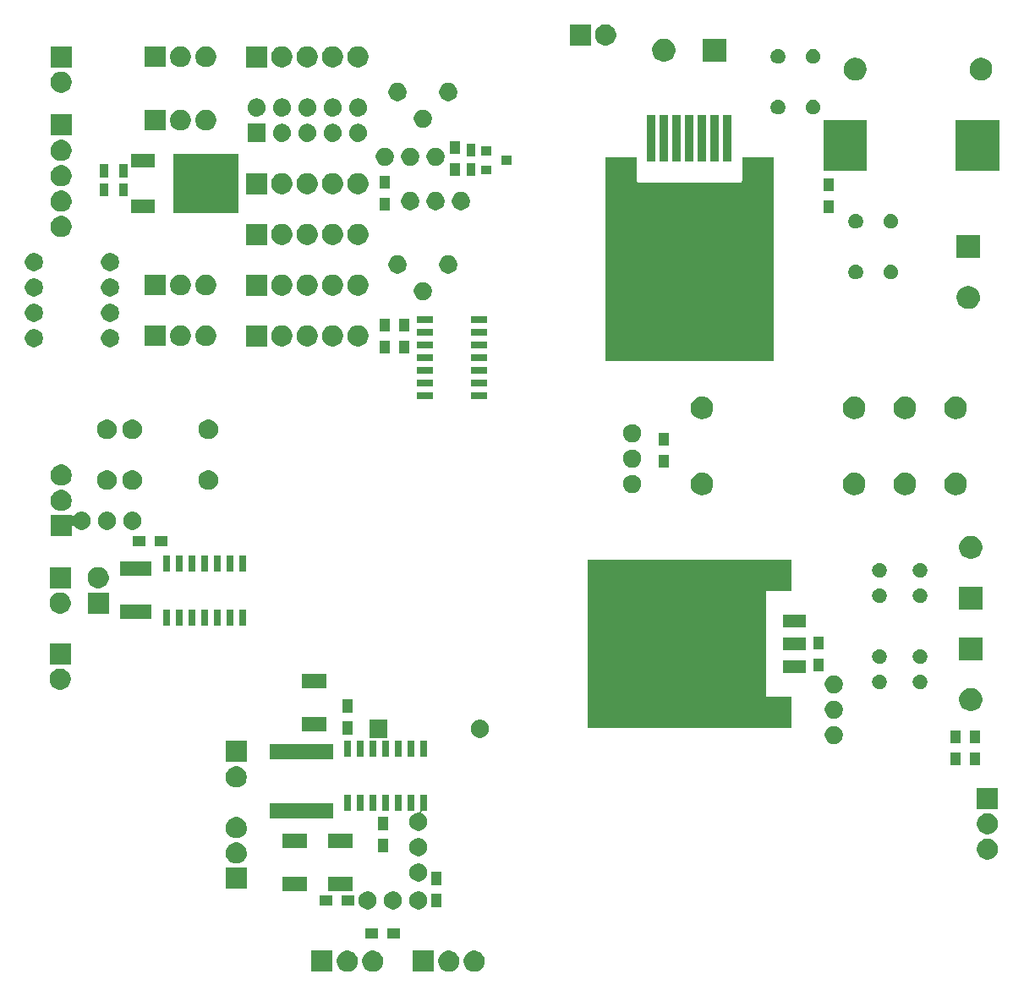
<source format=gbr>
G04 #@! TF.GenerationSoftware,KiCad,Pcbnew,(5.0.2)-1*
G04 #@! TF.CreationDate,2019-08-09T14:56:26+08:00*
G04 #@! TF.ProjectId,Version 4,56657273-696f-46e2-9034-2e6b69636164,rev?*
G04 #@! TF.SameCoordinates,Original*
G04 #@! TF.FileFunction,Soldermask,Top*
G04 #@! TF.FilePolarity,Negative*
%FSLAX46Y46*%
G04 Gerber Fmt 4.6, Leading zero omitted, Abs format (unit mm)*
G04 Created by KiCad (PCBNEW (5.0.2)-1) date 08/09/19 14:56:26*
%MOMM*%
%LPD*%
G01*
G04 APERTURE LIST*
%ADD10C,0.100000*%
G04 APERTURE END LIST*
D10*
G36*
X146802945Y-119910349D02*
X146802947Y-119910350D01*
X146802948Y-119910350D01*
X146995674Y-119990179D01*
X147168340Y-120105551D01*
X147169125Y-120106076D01*
X147316626Y-120253577D01*
X147316628Y-120253580D01*
X147432523Y-120427028D01*
X147512352Y-120619754D01*
X147553049Y-120824351D01*
X147553049Y-121032955D01*
X147512352Y-121237552D01*
X147432523Y-121430278D01*
X147317151Y-121602944D01*
X147316626Y-121603729D01*
X147169125Y-121751230D01*
X147169122Y-121751232D01*
X146995674Y-121867127D01*
X146802948Y-121946956D01*
X146802947Y-121946956D01*
X146802945Y-121946957D01*
X146598353Y-121987653D01*
X146389745Y-121987653D01*
X146185153Y-121946957D01*
X146185151Y-121946956D01*
X146185150Y-121946956D01*
X145992424Y-121867127D01*
X145818976Y-121751232D01*
X145818973Y-121751230D01*
X145671472Y-121603729D01*
X145670947Y-121602944D01*
X145555575Y-121430278D01*
X145475746Y-121237552D01*
X145435049Y-121032955D01*
X145435049Y-120824351D01*
X145475746Y-120619754D01*
X145555575Y-120427028D01*
X145671470Y-120253580D01*
X145671472Y-120253577D01*
X145818973Y-120106076D01*
X145819758Y-120105551D01*
X145992424Y-119990179D01*
X146185150Y-119910350D01*
X146185151Y-119910350D01*
X146185153Y-119910349D01*
X146389745Y-119869653D01*
X146598353Y-119869653D01*
X146802945Y-119910349D01*
X146802945Y-119910349D01*
G37*
G36*
X136642945Y-119910349D02*
X136642947Y-119910350D01*
X136642948Y-119910350D01*
X136835674Y-119990179D01*
X137008340Y-120105551D01*
X137009125Y-120106076D01*
X137156626Y-120253577D01*
X137156628Y-120253580D01*
X137272523Y-120427028D01*
X137352352Y-120619754D01*
X137393049Y-120824351D01*
X137393049Y-121032955D01*
X137352352Y-121237552D01*
X137272523Y-121430278D01*
X137157151Y-121602944D01*
X137156626Y-121603729D01*
X137009125Y-121751230D01*
X137009122Y-121751232D01*
X136835674Y-121867127D01*
X136642948Y-121946956D01*
X136642947Y-121946956D01*
X136642945Y-121946957D01*
X136438353Y-121987653D01*
X136229745Y-121987653D01*
X136025153Y-121946957D01*
X136025151Y-121946956D01*
X136025150Y-121946956D01*
X135832424Y-121867127D01*
X135658976Y-121751232D01*
X135658973Y-121751230D01*
X135511472Y-121603729D01*
X135510947Y-121602944D01*
X135395575Y-121430278D01*
X135315746Y-121237552D01*
X135275049Y-121032955D01*
X135275049Y-120824351D01*
X135315746Y-120619754D01*
X135395575Y-120427028D01*
X135511470Y-120253580D01*
X135511472Y-120253577D01*
X135658973Y-120106076D01*
X135659758Y-120105551D01*
X135832424Y-119990179D01*
X136025150Y-119910350D01*
X136025151Y-119910350D01*
X136025153Y-119910349D01*
X136229745Y-119869653D01*
X136438353Y-119869653D01*
X136642945Y-119910349D01*
X136642945Y-119910349D01*
G37*
G36*
X132313049Y-121987653D02*
X130195049Y-121987653D01*
X130195049Y-119869653D01*
X132313049Y-119869653D01*
X132313049Y-121987653D01*
X132313049Y-121987653D01*
G37*
G36*
X134102945Y-119910349D02*
X134102947Y-119910350D01*
X134102948Y-119910350D01*
X134295674Y-119990179D01*
X134468340Y-120105551D01*
X134469125Y-120106076D01*
X134616626Y-120253577D01*
X134616628Y-120253580D01*
X134732523Y-120427028D01*
X134812352Y-120619754D01*
X134853049Y-120824351D01*
X134853049Y-121032955D01*
X134812352Y-121237552D01*
X134732523Y-121430278D01*
X134617151Y-121602944D01*
X134616626Y-121603729D01*
X134469125Y-121751230D01*
X134469122Y-121751232D01*
X134295674Y-121867127D01*
X134102948Y-121946956D01*
X134102947Y-121946956D01*
X134102945Y-121946957D01*
X133898353Y-121987653D01*
X133689745Y-121987653D01*
X133485153Y-121946957D01*
X133485151Y-121946956D01*
X133485150Y-121946956D01*
X133292424Y-121867127D01*
X133118976Y-121751232D01*
X133118973Y-121751230D01*
X132971472Y-121603729D01*
X132970947Y-121602944D01*
X132855575Y-121430278D01*
X132775746Y-121237552D01*
X132735049Y-121032955D01*
X132735049Y-120824351D01*
X132775746Y-120619754D01*
X132855575Y-120427028D01*
X132971470Y-120253580D01*
X132971472Y-120253577D01*
X133118973Y-120106076D01*
X133119758Y-120105551D01*
X133292424Y-119990179D01*
X133485150Y-119910350D01*
X133485151Y-119910350D01*
X133485153Y-119910349D01*
X133689745Y-119869653D01*
X133898353Y-119869653D01*
X134102945Y-119910349D01*
X134102945Y-119910349D01*
G37*
G36*
X142473049Y-121987653D02*
X140355049Y-121987653D01*
X140355049Y-119869653D01*
X142473049Y-119869653D01*
X142473049Y-121987653D01*
X142473049Y-121987653D01*
G37*
G36*
X144262945Y-119910349D02*
X144262947Y-119910350D01*
X144262948Y-119910350D01*
X144455674Y-119990179D01*
X144628340Y-120105551D01*
X144629125Y-120106076D01*
X144776626Y-120253577D01*
X144776628Y-120253580D01*
X144892523Y-120427028D01*
X144972352Y-120619754D01*
X145013049Y-120824351D01*
X145013049Y-121032955D01*
X144972352Y-121237552D01*
X144892523Y-121430278D01*
X144777151Y-121602944D01*
X144776626Y-121603729D01*
X144629125Y-121751230D01*
X144629122Y-121751232D01*
X144455674Y-121867127D01*
X144262948Y-121946956D01*
X144262947Y-121946956D01*
X144262945Y-121946957D01*
X144058353Y-121987653D01*
X143849745Y-121987653D01*
X143645153Y-121946957D01*
X143645151Y-121946956D01*
X143645150Y-121946956D01*
X143452424Y-121867127D01*
X143278976Y-121751232D01*
X143278973Y-121751230D01*
X143131472Y-121603729D01*
X143130947Y-121602944D01*
X143015575Y-121430278D01*
X142935746Y-121237552D01*
X142895049Y-121032955D01*
X142895049Y-120824351D01*
X142935746Y-120619754D01*
X143015575Y-120427028D01*
X143131470Y-120253580D01*
X143131472Y-120253577D01*
X143278973Y-120106076D01*
X143279758Y-120105551D01*
X143452424Y-119990179D01*
X143645150Y-119910350D01*
X143645151Y-119910350D01*
X143645153Y-119910349D01*
X143849745Y-119869653D01*
X144058353Y-119869653D01*
X144262945Y-119910349D01*
X144262945Y-119910349D01*
G37*
G36*
X139101049Y-118635653D02*
X137799049Y-118635653D01*
X137799049Y-117633653D01*
X139101049Y-117633653D01*
X139101049Y-118635653D01*
X139101049Y-118635653D01*
G37*
G36*
X136901049Y-118635653D02*
X135599049Y-118635653D01*
X135599049Y-117633653D01*
X136901049Y-117633653D01*
X136901049Y-118635653D01*
X136901049Y-118635653D01*
G37*
G36*
X138631194Y-113958585D02*
X138796621Y-114027107D01*
X138945506Y-114126589D01*
X139072113Y-114253196D01*
X139171595Y-114402081D01*
X139240117Y-114567508D01*
X139275049Y-114743123D01*
X139275049Y-114922183D01*
X139240117Y-115097798D01*
X139171595Y-115263225D01*
X139072113Y-115412110D01*
X138945506Y-115538717D01*
X138796621Y-115638199D01*
X138631194Y-115706721D01*
X138455579Y-115741653D01*
X138276519Y-115741653D01*
X138100904Y-115706721D01*
X137935477Y-115638199D01*
X137786592Y-115538717D01*
X137659985Y-115412110D01*
X137560503Y-115263225D01*
X137491981Y-115097798D01*
X137457049Y-114922183D01*
X137457049Y-114743123D01*
X137491981Y-114567508D01*
X137560503Y-114402081D01*
X137659985Y-114253196D01*
X137786592Y-114126589D01*
X137935477Y-114027107D01*
X138100904Y-113958585D01*
X138276519Y-113923653D01*
X138455579Y-113923653D01*
X138631194Y-113958585D01*
X138631194Y-113958585D01*
G37*
G36*
X136091194Y-113958585D02*
X136256621Y-114027107D01*
X136405506Y-114126589D01*
X136532113Y-114253196D01*
X136631595Y-114402081D01*
X136700117Y-114567508D01*
X136735049Y-114743123D01*
X136735049Y-114922183D01*
X136700117Y-115097798D01*
X136631595Y-115263225D01*
X136532113Y-115412110D01*
X136405506Y-115538717D01*
X136256621Y-115638199D01*
X136091194Y-115706721D01*
X135915579Y-115741653D01*
X135736519Y-115741653D01*
X135560904Y-115706721D01*
X135395477Y-115638199D01*
X135246592Y-115538717D01*
X135119985Y-115412110D01*
X135020503Y-115263225D01*
X134951981Y-115097798D01*
X134917049Y-114922183D01*
X134917049Y-114743123D01*
X134951981Y-114567508D01*
X135020503Y-114402081D01*
X135119985Y-114253196D01*
X135246592Y-114126589D01*
X135395477Y-114027107D01*
X135560904Y-113958585D01*
X135736519Y-113923653D01*
X135915579Y-113923653D01*
X136091194Y-113958585D01*
X136091194Y-113958585D01*
G37*
G36*
X141171194Y-113958585D02*
X141336621Y-114027107D01*
X141485506Y-114126589D01*
X141612113Y-114253196D01*
X141711595Y-114402081D01*
X141780117Y-114567508D01*
X141815049Y-114743123D01*
X141815049Y-114922183D01*
X141780117Y-115097798D01*
X141711595Y-115263225D01*
X141612113Y-115412110D01*
X141485506Y-115538717D01*
X141336621Y-115638199D01*
X141171194Y-115706721D01*
X140995579Y-115741653D01*
X140816519Y-115741653D01*
X140640904Y-115706721D01*
X140475477Y-115638199D01*
X140326592Y-115538717D01*
X140199985Y-115412110D01*
X140100503Y-115263225D01*
X140031981Y-115097798D01*
X139997049Y-114922183D01*
X139997049Y-114743123D01*
X140031981Y-114567508D01*
X140100503Y-114402081D01*
X140199985Y-114253196D01*
X140326592Y-114126589D01*
X140475477Y-114027107D01*
X140640904Y-113958585D01*
X140816519Y-113923653D01*
X140995579Y-113923653D01*
X141171194Y-113958585D01*
X141171194Y-113958585D01*
G37*
G36*
X143185049Y-115483653D02*
X142183049Y-115483653D01*
X142183049Y-114181653D01*
X143185049Y-114181653D01*
X143185049Y-115483653D01*
X143185049Y-115483653D01*
G37*
G36*
X132329049Y-115333653D02*
X131027049Y-115333653D01*
X131027049Y-114331653D01*
X132329049Y-114331653D01*
X132329049Y-115333653D01*
X132329049Y-115333653D01*
G37*
G36*
X134529049Y-115333653D02*
X133227049Y-115333653D01*
X133227049Y-114331653D01*
X134529049Y-114331653D01*
X134529049Y-115333653D01*
X134529049Y-115333653D01*
G37*
G36*
X129727049Y-113898653D02*
X127275049Y-113898653D01*
X127275049Y-112446653D01*
X129727049Y-112446653D01*
X129727049Y-113898653D01*
X129727049Y-113898653D01*
G37*
G36*
X134299049Y-113898653D02*
X131847049Y-113898653D01*
X131847049Y-112446653D01*
X134299049Y-112446653D01*
X134299049Y-113898653D01*
X134299049Y-113898653D01*
G37*
G36*
X123745000Y-113694000D02*
X121627000Y-113694000D01*
X121627000Y-111576000D01*
X123745000Y-111576000D01*
X123745000Y-113694000D01*
X123745000Y-113694000D01*
G37*
G36*
X143185049Y-113283653D02*
X142183049Y-113283653D01*
X142183049Y-111981653D01*
X143185049Y-111981653D01*
X143185049Y-113283653D01*
X143185049Y-113283653D01*
G37*
G36*
X141171194Y-111164585D02*
X141336621Y-111233107D01*
X141485506Y-111332589D01*
X141612113Y-111459196D01*
X141711595Y-111608081D01*
X141780117Y-111773508D01*
X141815049Y-111949123D01*
X141815049Y-112128183D01*
X141780117Y-112303798D01*
X141711595Y-112469225D01*
X141612113Y-112618110D01*
X141485506Y-112744717D01*
X141336621Y-112844199D01*
X141171194Y-112912721D01*
X140995579Y-112947653D01*
X140816519Y-112947653D01*
X140640904Y-112912721D01*
X140475477Y-112844199D01*
X140326592Y-112744717D01*
X140199985Y-112618110D01*
X140100503Y-112469225D01*
X140031981Y-112303798D01*
X139997049Y-112128183D01*
X139997049Y-111949123D01*
X140031981Y-111773508D01*
X140100503Y-111608081D01*
X140199985Y-111459196D01*
X140326592Y-111332589D01*
X140475477Y-111233107D01*
X140640904Y-111164585D01*
X140816519Y-111129653D01*
X140995579Y-111129653D01*
X141171194Y-111164585D01*
X141171194Y-111164585D01*
G37*
G36*
X122994896Y-109076696D02*
X122994898Y-109076697D01*
X122994899Y-109076697D01*
X123187625Y-109156526D01*
X123360291Y-109271898D01*
X123361076Y-109272423D01*
X123508577Y-109419924D01*
X123508579Y-109419927D01*
X123624474Y-109593375D01*
X123695065Y-109763798D01*
X123704304Y-109786104D01*
X123745000Y-109990696D01*
X123745000Y-110199304D01*
X123709043Y-110380073D01*
X123704303Y-110403899D01*
X123624474Y-110596625D01*
X123593170Y-110643474D01*
X123508577Y-110770076D01*
X123361076Y-110917577D01*
X123361073Y-110917579D01*
X123187625Y-111033474D01*
X122994899Y-111113303D01*
X122994898Y-111113303D01*
X122994896Y-111113304D01*
X122790304Y-111154000D01*
X122581696Y-111154000D01*
X122377104Y-111113304D01*
X122377102Y-111113303D01*
X122377101Y-111113303D01*
X122184375Y-111033474D01*
X122010927Y-110917579D01*
X122010924Y-110917577D01*
X121863423Y-110770076D01*
X121778830Y-110643474D01*
X121747526Y-110596625D01*
X121667697Y-110403899D01*
X121662958Y-110380073D01*
X121627000Y-110199304D01*
X121627000Y-109990696D01*
X121667696Y-109786104D01*
X121676935Y-109763798D01*
X121747526Y-109593375D01*
X121863421Y-109419927D01*
X121863423Y-109419924D01*
X122010924Y-109272423D01*
X122011709Y-109271898D01*
X122184375Y-109156526D01*
X122377101Y-109076697D01*
X122377102Y-109076697D01*
X122377104Y-109076696D01*
X122581696Y-109036000D01*
X122790304Y-109036000D01*
X122994896Y-109076696D01*
X122994896Y-109076696D01*
G37*
G36*
X198193896Y-108686696D02*
X198193898Y-108686697D01*
X198193899Y-108686697D01*
X198386625Y-108766526D01*
X198559291Y-108881898D01*
X198560076Y-108882423D01*
X198707577Y-109029924D01*
X198707579Y-109029927D01*
X198823474Y-109203375D01*
X198852074Y-109272423D01*
X198903304Y-109396104D01*
X198944000Y-109600696D01*
X198944000Y-109809304D01*
X198907919Y-109990696D01*
X198903303Y-110013899D01*
X198823474Y-110206625D01*
X198712492Y-110372720D01*
X198707577Y-110380076D01*
X198560076Y-110527577D01*
X198560073Y-110527579D01*
X198386625Y-110643474D01*
X198193899Y-110723303D01*
X198193898Y-110723303D01*
X198193896Y-110723304D01*
X197989304Y-110764000D01*
X197780696Y-110764000D01*
X197576104Y-110723304D01*
X197576102Y-110723303D01*
X197576101Y-110723303D01*
X197383375Y-110643474D01*
X197209927Y-110527579D01*
X197209924Y-110527577D01*
X197062423Y-110380076D01*
X197057508Y-110372720D01*
X196946526Y-110206625D01*
X196866697Y-110013899D01*
X196862082Y-109990696D01*
X196826000Y-109809304D01*
X196826000Y-109600696D01*
X196866696Y-109396104D01*
X196917926Y-109272423D01*
X196946526Y-109203375D01*
X197062421Y-109029927D01*
X197062423Y-109029924D01*
X197209924Y-108882423D01*
X197210709Y-108881898D01*
X197383375Y-108766526D01*
X197576101Y-108686697D01*
X197576102Y-108686697D01*
X197576104Y-108686696D01*
X197780696Y-108646000D01*
X197989304Y-108646000D01*
X198193896Y-108686696D01*
X198193896Y-108686696D01*
G37*
G36*
X141171194Y-108624585D02*
X141336621Y-108693107D01*
X141485506Y-108792589D01*
X141612113Y-108919196D01*
X141711595Y-109068081D01*
X141780117Y-109233508D01*
X141815049Y-109409123D01*
X141815049Y-109588183D01*
X141780117Y-109763798D01*
X141711595Y-109929225D01*
X141612113Y-110078110D01*
X141485506Y-110204717D01*
X141336621Y-110304199D01*
X141171194Y-110372721D01*
X140995579Y-110407653D01*
X140816519Y-110407653D01*
X140640904Y-110372721D01*
X140475477Y-110304199D01*
X140326592Y-110204717D01*
X140199985Y-110078110D01*
X140100503Y-109929225D01*
X140031981Y-109763798D01*
X139997049Y-109588183D01*
X139997049Y-109409123D01*
X140031981Y-109233508D01*
X140100503Y-109068081D01*
X140199985Y-108919196D01*
X140326592Y-108792589D01*
X140475477Y-108693107D01*
X140640904Y-108624585D01*
X140816519Y-108589653D01*
X140995579Y-108589653D01*
X141171194Y-108624585D01*
X141171194Y-108624585D01*
G37*
G36*
X137851049Y-109979653D02*
X136849049Y-109979653D01*
X136849049Y-108677653D01*
X137851049Y-108677653D01*
X137851049Y-109979653D01*
X137851049Y-109979653D01*
G37*
G36*
X129727049Y-109598653D02*
X127275049Y-109598653D01*
X127275049Y-108146653D01*
X129727049Y-108146653D01*
X129727049Y-109598653D01*
X129727049Y-109598653D01*
G37*
G36*
X134299049Y-109598653D02*
X131847049Y-109598653D01*
X131847049Y-108146653D01*
X134299049Y-108146653D01*
X134299049Y-109598653D01*
X134299049Y-109598653D01*
G37*
G36*
X122994896Y-106536696D02*
X122994898Y-106536697D01*
X122994899Y-106536697D01*
X123187625Y-106616526D01*
X123360291Y-106731898D01*
X123361076Y-106732423D01*
X123508577Y-106879924D01*
X123508579Y-106879927D01*
X123624474Y-107053375D01*
X123695065Y-107223798D01*
X123704304Y-107246104D01*
X123745000Y-107450696D01*
X123745000Y-107659304D01*
X123709043Y-107840073D01*
X123704303Y-107863899D01*
X123624474Y-108056625D01*
X123539830Y-108183303D01*
X123508577Y-108230076D01*
X123361076Y-108377577D01*
X123361073Y-108377579D01*
X123187625Y-108493474D01*
X122994899Y-108573303D01*
X122994898Y-108573303D01*
X122994896Y-108573304D01*
X122790304Y-108614000D01*
X122581696Y-108614000D01*
X122377104Y-108573304D01*
X122377102Y-108573303D01*
X122377101Y-108573303D01*
X122184375Y-108493474D01*
X122010927Y-108377579D01*
X122010924Y-108377577D01*
X121863423Y-108230076D01*
X121832170Y-108183303D01*
X121747526Y-108056625D01*
X121667697Y-107863899D01*
X121662958Y-107840073D01*
X121627000Y-107659304D01*
X121627000Y-107450696D01*
X121667696Y-107246104D01*
X121676935Y-107223798D01*
X121747526Y-107053375D01*
X121863421Y-106879927D01*
X121863423Y-106879924D01*
X122010924Y-106732423D01*
X122011709Y-106731898D01*
X122184375Y-106616526D01*
X122377101Y-106536697D01*
X122377102Y-106536697D01*
X122377104Y-106536696D01*
X122581696Y-106496000D01*
X122790304Y-106496000D01*
X122994896Y-106536696D01*
X122994896Y-106536696D01*
G37*
G36*
X198193896Y-106146696D02*
X198193898Y-106146697D01*
X198193899Y-106146697D01*
X198386625Y-106226526D01*
X198559291Y-106341898D01*
X198560076Y-106342423D01*
X198707577Y-106489924D01*
X198707579Y-106489927D01*
X198823474Y-106663375D01*
X198852074Y-106732423D01*
X198903304Y-106856104D01*
X198944000Y-107060696D01*
X198944000Y-107269304D01*
X198907919Y-107450696D01*
X198903303Y-107473899D01*
X198823474Y-107666625D01*
X198712492Y-107832720D01*
X198707577Y-107840076D01*
X198560076Y-107987577D01*
X198560073Y-107987579D01*
X198386625Y-108103474D01*
X198193899Y-108183303D01*
X198193898Y-108183303D01*
X198193896Y-108183304D01*
X197989304Y-108224000D01*
X197780696Y-108224000D01*
X197576104Y-108183304D01*
X197576102Y-108183303D01*
X197576101Y-108183303D01*
X197383375Y-108103474D01*
X197209927Y-107987579D01*
X197209924Y-107987577D01*
X197062423Y-107840076D01*
X197057508Y-107832720D01*
X196946526Y-107666625D01*
X196866697Y-107473899D01*
X196862082Y-107450696D01*
X196826000Y-107269304D01*
X196826000Y-107060696D01*
X196866696Y-106856104D01*
X196917926Y-106732423D01*
X196946526Y-106663375D01*
X197062421Y-106489927D01*
X197062423Y-106489924D01*
X197209924Y-106342423D01*
X197210709Y-106341898D01*
X197383375Y-106226526D01*
X197576101Y-106146697D01*
X197576102Y-106146697D01*
X197576104Y-106146696D01*
X197780696Y-106106000D01*
X197989304Y-106106000D01*
X198193896Y-106146696D01*
X198193896Y-106146696D01*
G37*
G36*
X141765049Y-105887653D02*
X141324176Y-105887653D01*
X141299790Y-105890055D01*
X141276341Y-105897168D01*
X141254730Y-105908719D01*
X141235788Y-105924265D01*
X141220242Y-105943207D01*
X141208691Y-105964818D01*
X141201578Y-105988267D01*
X141199176Y-106012653D01*
X141201578Y-106037039D01*
X141208691Y-106060488D01*
X141220242Y-106082099D01*
X141235788Y-106101041D01*
X141254730Y-106116587D01*
X141276340Y-106128138D01*
X141336623Y-106153108D01*
X141485506Y-106252589D01*
X141612113Y-106379196D01*
X141711595Y-106528081D01*
X141780117Y-106693508D01*
X141815049Y-106869123D01*
X141815049Y-107048183D01*
X141780117Y-107223798D01*
X141711595Y-107389225D01*
X141612113Y-107538110D01*
X141485506Y-107664717D01*
X141336621Y-107764199D01*
X141171194Y-107832721D01*
X140995579Y-107867653D01*
X140816519Y-107867653D01*
X140640904Y-107832721D01*
X140475477Y-107764199D01*
X140326592Y-107664717D01*
X140199985Y-107538110D01*
X140100503Y-107389225D01*
X140031981Y-107223798D01*
X139997049Y-107048183D01*
X139997049Y-106869123D01*
X140031981Y-106693508D01*
X140100503Y-106528081D01*
X140199985Y-106379196D01*
X140326592Y-106252589D01*
X140475475Y-106153108D01*
X140535758Y-106128138D01*
X140557368Y-106116587D01*
X140576310Y-106101041D01*
X140591443Y-106082603D01*
X140595663Y-106083883D01*
X140620049Y-106086285D01*
X140644435Y-106083883D01*
X140816519Y-106049653D01*
X140938049Y-106049653D01*
X140962435Y-106047251D01*
X140985884Y-106040138D01*
X141007495Y-106028587D01*
X141026437Y-106013041D01*
X141041983Y-105994099D01*
X141053534Y-105972488D01*
X141060647Y-105949039D01*
X141063049Y-105924653D01*
X141063049Y-104285653D01*
X141765049Y-104285653D01*
X141765049Y-105887653D01*
X141765049Y-105887653D01*
G37*
G36*
X137851049Y-107779653D02*
X136849049Y-107779653D01*
X136849049Y-106477653D01*
X137851049Y-106477653D01*
X137851049Y-107779653D01*
X137851049Y-107779653D01*
G37*
G36*
X132423049Y-106620653D02*
X126021049Y-106620653D01*
X126021049Y-105068653D01*
X132423049Y-105068653D01*
X132423049Y-106620653D01*
X132423049Y-106620653D01*
G37*
G36*
X140495049Y-105888355D02*
X140487922Y-105887653D01*
X139793049Y-105887653D01*
X139793049Y-104285653D01*
X140495049Y-104285653D01*
X140495049Y-105888355D01*
X140495049Y-105888355D01*
G37*
G36*
X137955049Y-105887653D02*
X137253049Y-105887653D01*
X137253049Y-104285653D01*
X137955049Y-104285653D01*
X137955049Y-105887653D01*
X137955049Y-105887653D01*
G37*
G36*
X139225049Y-105887653D02*
X138523049Y-105887653D01*
X138523049Y-104285653D01*
X139225049Y-104285653D01*
X139225049Y-105887653D01*
X139225049Y-105887653D01*
G37*
G36*
X136685049Y-105887653D02*
X135983049Y-105887653D01*
X135983049Y-104285653D01*
X136685049Y-104285653D01*
X136685049Y-105887653D01*
X136685049Y-105887653D01*
G37*
G36*
X135415049Y-105887653D02*
X134713049Y-105887653D01*
X134713049Y-104285653D01*
X135415049Y-104285653D01*
X135415049Y-105887653D01*
X135415049Y-105887653D01*
G37*
G36*
X134145049Y-105887653D02*
X133443049Y-105887653D01*
X133443049Y-104285653D01*
X134145049Y-104285653D01*
X134145049Y-105887653D01*
X134145049Y-105887653D01*
G37*
G36*
X198944000Y-105684000D02*
X196826000Y-105684000D01*
X196826000Y-103566000D01*
X198944000Y-103566000D01*
X198944000Y-105684000D01*
X198944000Y-105684000D01*
G37*
G36*
X122994896Y-101456696D02*
X122994898Y-101456697D01*
X122994899Y-101456697D01*
X123187625Y-101536526D01*
X123360291Y-101651898D01*
X123361076Y-101652423D01*
X123508577Y-101799924D01*
X123508579Y-101799927D01*
X123624474Y-101973375D01*
X123704303Y-102166101D01*
X123745000Y-102370698D01*
X123745000Y-102579302D01*
X123704303Y-102783899D01*
X123624474Y-102976625D01*
X123509102Y-103149291D01*
X123508577Y-103150076D01*
X123361076Y-103297577D01*
X123361073Y-103297579D01*
X123187625Y-103413474D01*
X122994899Y-103493303D01*
X122994898Y-103493303D01*
X122994896Y-103493304D01*
X122790304Y-103534000D01*
X122581696Y-103534000D01*
X122377104Y-103493304D01*
X122377102Y-103493303D01*
X122377101Y-103493303D01*
X122184375Y-103413474D01*
X122010927Y-103297579D01*
X122010924Y-103297577D01*
X121863423Y-103150076D01*
X121862898Y-103149291D01*
X121747526Y-102976625D01*
X121667697Y-102783899D01*
X121627000Y-102579302D01*
X121627000Y-102370698D01*
X121667697Y-102166101D01*
X121747526Y-101973375D01*
X121863421Y-101799927D01*
X121863423Y-101799924D01*
X122010924Y-101652423D01*
X122011709Y-101651898D01*
X122184375Y-101536526D01*
X122377101Y-101456697D01*
X122377102Y-101456697D01*
X122377104Y-101456696D01*
X122581696Y-101416000D01*
X122790304Y-101416000D01*
X122994896Y-101456696D01*
X122994896Y-101456696D01*
G37*
G36*
X197116000Y-101296000D02*
X196114000Y-101296000D01*
X196114000Y-99994000D01*
X197116000Y-99994000D01*
X197116000Y-101296000D01*
X197116000Y-101296000D01*
G37*
G36*
X195211000Y-101296000D02*
X194209000Y-101296000D01*
X194209000Y-99994000D01*
X195211000Y-99994000D01*
X195211000Y-101296000D01*
X195211000Y-101296000D01*
G37*
G36*
X123745000Y-100994000D02*
X121627000Y-100994000D01*
X121627000Y-98876000D01*
X123745000Y-98876000D01*
X123745000Y-100994000D01*
X123745000Y-100994000D01*
G37*
G36*
X132423049Y-100720653D02*
X126021049Y-100720653D01*
X126021049Y-99168653D01*
X132423049Y-99168653D01*
X132423049Y-100720653D01*
X132423049Y-100720653D01*
G37*
G36*
X134145049Y-100487653D02*
X133443049Y-100487653D01*
X133443049Y-98885653D01*
X134145049Y-98885653D01*
X134145049Y-100487653D01*
X134145049Y-100487653D01*
G37*
G36*
X135415049Y-100487653D02*
X134713049Y-100487653D01*
X134713049Y-98885653D01*
X135415049Y-98885653D01*
X135415049Y-100487653D01*
X135415049Y-100487653D01*
G37*
G36*
X136685049Y-100487653D02*
X135983049Y-100487653D01*
X135983049Y-98885653D01*
X136685049Y-98885653D01*
X136685049Y-100487653D01*
X136685049Y-100487653D01*
G37*
G36*
X137955049Y-100487653D02*
X137253049Y-100487653D01*
X137253049Y-98885653D01*
X137955049Y-98885653D01*
X137955049Y-100487653D01*
X137955049Y-100487653D01*
G37*
G36*
X141765049Y-100487653D02*
X141063049Y-100487653D01*
X141063049Y-98885653D01*
X141765049Y-98885653D01*
X141765049Y-100487653D01*
X141765049Y-100487653D01*
G37*
G36*
X139225049Y-100487653D02*
X138523049Y-100487653D01*
X138523049Y-98885653D01*
X139225049Y-98885653D01*
X139225049Y-100487653D01*
X139225049Y-100487653D01*
G37*
G36*
X140495049Y-100487653D02*
X139793049Y-100487653D01*
X139793049Y-98885653D01*
X140495049Y-98885653D01*
X140495049Y-100487653D01*
X140495049Y-100487653D01*
G37*
G36*
X182783145Y-97400932D02*
X182948572Y-97469454D01*
X183097457Y-97568936D01*
X183224064Y-97695543D01*
X183323546Y-97844428D01*
X183392068Y-98009855D01*
X183427000Y-98185470D01*
X183427000Y-98364530D01*
X183392068Y-98540145D01*
X183323546Y-98705572D01*
X183224064Y-98854457D01*
X183097457Y-98981064D01*
X182948572Y-99080546D01*
X182783145Y-99149068D01*
X182607530Y-99184000D01*
X182428470Y-99184000D01*
X182252855Y-99149068D01*
X182087428Y-99080546D01*
X181938543Y-98981064D01*
X181811936Y-98854457D01*
X181712454Y-98705572D01*
X181643932Y-98540145D01*
X181609000Y-98364530D01*
X181609000Y-98185470D01*
X181643932Y-98009855D01*
X181712454Y-97844428D01*
X181811936Y-97695543D01*
X181938543Y-97568936D01*
X182087428Y-97469454D01*
X182252855Y-97400932D01*
X182428470Y-97366000D01*
X182607530Y-97366000D01*
X182783145Y-97400932D01*
X182783145Y-97400932D01*
G37*
G36*
X197116000Y-99096000D02*
X196114000Y-99096000D01*
X196114000Y-97794000D01*
X197116000Y-97794000D01*
X197116000Y-99096000D01*
X197116000Y-99096000D01*
G37*
G36*
X195211000Y-99096000D02*
X194209000Y-99096000D01*
X194209000Y-97794000D01*
X195211000Y-97794000D01*
X195211000Y-99096000D01*
X195211000Y-99096000D01*
G37*
G36*
X147335145Y-96774932D02*
X147500572Y-96843454D01*
X147649457Y-96942936D01*
X147776064Y-97069543D01*
X147875546Y-97218428D01*
X147944068Y-97383855D01*
X147979000Y-97559470D01*
X147979000Y-97738530D01*
X147944068Y-97914145D01*
X147875546Y-98079572D01*
X147776064Y-98228457D01*
X147649457Y-98355064D01*
X147500572Y-98454546D01*
X147335145Y-98523068D01*
X147159530Y-98558000D01*
X146980470Y-98558000D01*
X146804855Y-98523068D01*
X146639428Y-98454546D01*
X146490543Y-98355064D01*
X146363936Y-98228457D01*
X146264454Y-98079572D01*
X146195932Y-97914145D01*
X146161000Y-97738530D01*
X146161000Y-97559470D01*
X146195932Y-97383855D01*
X146264454Y-97218428D01*
X146363936Y-97069543D01*
X146490543Y-96942936D01*
X146639428Y-96843454D01*
X146804855Y-96774932D01*
X146980470Y-96740000D01*
X147159530Y-96740000D01*
X147335145Y-96774932D01*
X147335145Y-96774932D01*
G37*
G36*
X137819520Y-98555460D02*
X136001520Y-98555460D01*
X136001520Y-96737460D01*
X137819520Y-96737460D01*
X137819520Y-98555460D01*
X137819520Y-98555460D01*
G37*
G36*
X134295049Y-98211653D02*
X133293049Y-98211653D01*
X133293049Y-96909653D01*
X134295049Y-96909653D01*
X134295049Y-98211653D01*
X134295049Y-98211653D01*
G37*
G36*
X131677049Y-97896653D02*
X129225049Y-97896653D01*
X129225049Y-96444653D01*
X131677049Y-96444653D01*
X131677049Y-97896653D01*
X131677049Y-97896653D01*
G37*
G36*
X178251000Y-83848000D02*
X175836000Y-83848000D01*
X175811614Y-83850402D01*
X175788165Y-83857515D01*
X175766554Y-83869066D01*
X175747612Y-83884612D01*
X175732066Y-83903554D01*
X175720515Y-83925165D01*
X175713402Y-83948614D01*
X175711000Y-83973000D01*
X175711000Y-94289000D01*
X175713402Y-94313386D01*
X175720515Y-94336835D01*
X175732066Y-94358446D01*
X175747612Y-94377388D01*
X175766554Y-94392934D01*
X175788165Y-94404485D01*
X175811614Y-94411598D01*
X175836000Y-94414000D01*
X178251000Y-94414000D01*
X178251000Y-97564000D01*
X157829000Y-97564000D01*
X157829000Y-80698000D01*
X178251000Y-80698000D01*
X178251000Y-83848000D01*
X178251000Y-83848000D01*
G37*
G36*
X182783145Y-94860932D02*
X182948572Y-94929454D01*
X183097457Y-95028936D01*
X183224064Y-95155543D01*
X183323546Y-95304428D01*
X183392068Y-95469855D01*
X183427000Y-95645470D01*
X183427000Y-95824530D01*
X183392068Y-96000145D01*
X183323546Y-96165572D01*
X183224064Y-96314457D01*
X183097457Y-96441064D01*
X182948572Y-96540546D01*
X182783145Y-96609068D01*
X182607530Y-96644000D01*
X182428470Y-96644000D01*
X182252855Y-96609068D01*
X182087428Y-96540546D01*
X181938543Y-96441064D01*
X181811936Y-96314457D01*
X181712454Y-96165572D01*
X181643932Y-96000145D01*
X181609000Y-95824530D01*
X181609000Y-95645470D01*
X181643932Y-95469855D01*
X181712454Y-95304428D01*
X181811936Y-95155543D01*
X181938543Y-95028936D01*
X182087428Y-94929454D01*
X182252855Y-94860932D01*
X182428470Y-94826000D01*
X182607530Y-94826000D01*
X182783145Y-94860932D01*
X182783145Y-94860932D01*
G37*
G36*
X134295049Y-96011653D02*
X133293049Y-96011653D01*
X133293049Y-94709653D01*
X134295049Y-94709653D01*
X134295049Y-96011653D01*
X134295049Y-96011653D01*
G37*
G36*
X196572065Y-93604539D02*
X196572067Y-93604540D01*
X196572068Y-93604540D01*
X196782992Y-93691907D01*
X196863947Y-93746000D01*
X196972822Y-93818748D01*
X197134252Y-93980178D01*
X197134254Y-93980181D01*
X197261093Y-94170008D01*
X197339146Y-94358446D01*
X197348461Y-94380935D01*
X197393000Y-94604847D01*
X197393000Y-94833153D01*
X197354057Y-95028934D01*
X197348460Y-95057068D01*
X197261093Y-95267992D01*
X197261092Y-95267993D01*
X197134252Y-95457822D01*
X196972822Y-95619252D01*
X196972819Y-95619254D01*
X196782992Y-95746093D01*
X196572068Y-95833460D01*
X196572067Y-95833460D01*
X196572065Y-95833461D01*
X196348153Y-95878000D01*
X196119847Y-95878000D01*
X195895935Y-95833461D01*
X195895933Y-95833460D01*
X195895932Y-95833460D01*
X195685008Y-95746093D01*
X195495181Y-95619254D01*
X195495178Y-95619252D01*
X195333748Y-95457822D01*
X195206908Y-95267993D01*
X195206907Y-95267992D01*
X195119540Y-95057068D01*
X195113944Y-95028934D01*
X195075000Y-94833153D01*
X195075000Y-94604847D01*
X195119539Y-94380935D01*
X195128854Y-94358446D01*
X195206907Y-94170008D01*
X195333746Y-93980181D01*
X195333748Y-93980178D01*
X195495178Y-93818748D01*
X195604053Y-93746000D01*
X195685008Y-93691907D01*
X195895932Y-93604540D01*
X195895933Y-93604540D01*
X195895935Y-93604539D01*
X196119847Y-93560000D01*
X196348153Y-93560000D01*
X196572065Y-93604539D01*
X196572065Y-93604539D01*
G37*
G36*
X182783145Y-92320932D02*
X182948572Y-92389454D01*
X183097457Y-92488936D01*
X183224064Y-92615543D01*
X183323546Y-92764428D01*
X183392068Y-92929855D01*
X183427000Y-93105470D01*
X183427000Y-93284530D01*
X183392068Y-93460145D01*
X183323546Y-93625572D01*
X183224064Y-93774457D01*
X183097457Y-93901064D01*
X182948572Y-94000546D01*
X182783145Y-94069068D01*
X182607530Y-94104000D01*
X182428470Y-94104000D01*
X182252855Y-94069068D01*
X182087428Y-94000546D01*
X181938543Y-93901064D01*
X181811936Y-93774457D01*
X181712454Y-93625572D01*
X181643932Y-93460145D01*
X181609000Y-93284530D01*
X181609000Y-93105470D01*
X181643932Y-92929855D01*
X181712454Y-92764428D01*
X181811936Y-92615543D01*
X181938543Y-92488936D01*
X182087428Y-92389454D01*
X182252855Y-92320932D01*
X182428470Y-92286000D01*
X182607530Y-92286000D01*
X182783145Y-92320932D01*
X182783145Y-92320932D01*
G37*
G36*
X105356896Y-91668696D02*
X105356898Y-91668697D01*
X105356899Y-91668697D01*
X105549625Y-91748526D01*
X105722291Y-91863898D01*
X105723076Y-91864423D01*
X105870577Y-92011924D01*
X105870579Y-92011927D01*
X105986474Y-92185375D01*
X106042623Y-92320932D01*
X106066304Y-92378104D01*
X106107000Y-92582696D01*
X106107000Y-92791304D01*
X106091565Y-92868903D01*
X106066303Y-92995899D01*
X105986474Y-93188625D01*
X105920252Y-93287732D01*
X105870577Y-93362076D01*
X105723076Y-93509577D01*
X105723073Y-93509579D01*
X105549625Y-93625474D01*
X105356899Y-93705303D01*
X105356898Y-93705303D01*
X105356896Y-93705304D01*
X105152304Y-93746000D01*
X104943696Y-93746000D01*
X104739104Y-93705304D01*
X104739102Y-93705303D01*
X104739101Y-93705303D01*
X104546375Y-93625474D01*
X104372927Y-93509579D01*
X104372924Y-93509577D01*
X104225423Y-93362076D01*
X104175748Y-93287732D01*
X104109526Y-93188625D01*
X104029697Y-92995899D01*
X104004436Y-92868903D01*
X103989000Y-92791304D01*
X103989000Y-92582696D01*
X104029696Y-92378104D01*
X104053377Y-92320932D01*
X104109526Y-92185375D01*
X104225421Y-92011927D01*
X104225423Y-92011924D01*
X104372924Y-91864423D01*
X104373709Y-91863898D01*
X104546375Y-91748526D01*
X104739101Y-91668697D01*
X104739102Y-91668697D01*
X104739104Y-91668696D01*
X104943696Y-91628000D01*
X105152304Y-91628000D01*
X105356896Y-91668696D01*
X105356896Y-91668696D01*
G37*
G36*
X191367517Y-92237130D02*
X191500732Y-92292309D01*
X191620626Y-92372420D01*
X191722580Y-92474374D01*
X191802691Y-92594268D01*
X191857870Y-92727483D01*
X191886000Y-92868903D01*
X191886000Y-93013097D01*
X191857870Y-93154517D01*
X191802691Y-93287732D01*
X191722580Y-93407626D01*
X191620626Y-93509580D01*
X191500732Y-93589691D01*
X191367517Y-93644870D01*
X191226097Y-93673000D01*
X191081903Y-93673000D01*
X190940483Y-93644870D01*
X190807268Y-93589691D01*
X190687374Y-93509580D01*
X190585420Y-93407626D01*
X190505309Y-93287732D01*
X190450130Y-93154517D01*
X190422000Y-93013097D01*
X190422000Y-92868903D01*
X190450130Y-92727483D01*
X190505309Y-92594268D01*
X190585420Y-92474374D01*
X190687374Y-92372420D01*
X190807268Y-92292309D01*
X190940483Y-92237130D01*
X191081903Y-92209000D01*
X191226097Y-92209000D01*
X191367517Y-92237130D01*
X191367517Y-92237130D01*
G37*
G36*
X187303517Y-92237130D02*
X187436732Y-92292309D01*
X187556626Y-92372420D01*
X187658580Y-92474374D01*
X187738691Y-92594268D01*
X187793870Y-92727483D01*
X187822000Y-92868903D01*
X187822000Y-93013097D01*
X187793870Y-93154517D01*
X187738691Y-93287732D01*
X187658580Y-93407626D01*
X187556626Y-93509580D01*
X187436732Y-93589691D01*
X187303517Y-93644870D01*
X187162097Y-93673000D01*
X187017903Y-93673000D01*
X186876483Y-93644870D01*
X186743268Y-93589691D01*
X186623374Y-93509580D01*
X186521420Y-93407626D01*
X186441309Y-93287732D01*
X186386130Y-93154517D01*
X186358000Y-93013097D01*
X186358000Y-92868903D01*
X186386130Y-92727483D01*
X186441309Y-92594268D01*
X186521420Y-92474374D01*
X186623374Y-92372420D01*
X186743268Y-92292309D01*
X186876483Y-92237130D01*
X187017903Y-92209000D01*
X187162097Y-92209000D01*
X187303517Y-92237130D01*
X187303517Y-92237130D01*
G37*
G36*
X131677049Y-93596653D02*
X129225049Y-93596653D01*
X129225049Y-92144653D01*
X131677049Y-92144653D01*
X131677049Y-93596653D01*
X131677049Y-93596653D01*
G37*
G36*
X179741000Y-92062000D02*
X177439000Y-92062000D01*
X177439000Y-90760000D01*
X179741000Y-90760000D01*
X179741000Y-92062000D01*
X179741000Y-92062000D01*
G37*
G36*
X181495000Y-91898000D02*
X180493000Y-91898000D01*
X180493000Y-90596000D01*
X181495000Y-90596000D01*
X181495000Y-91898000D01*
X181495000Y-91898000D01*
G37*
G36*
X106107000Y-91206000D02*
X103989000Y-91206000D01*
X103989000Y-89088000D01*
X106107000Y-89088000D01*
X106107000Y-91206000D01*
X106107000Y-91206000D01*
G37*
G36*
X191367517Y-89697130D02*
X191500732Y-89752309D01*
X191620626Y-89832420D01*
X191722580Y-89934374D01*
X191802691Y-90054268D01*
X191857870Y-90187483D01*
X191886000Y-90328903D01*
X191886000Y-90473097D01*
X191857870Y-90614517D01*
X191802691Y-90747732D01*
X191722580Y-90867626D01*
X191620626Y-90969580D01*
X191500732Y-91049691D01*
X191367517Y-91104870D01*
X191226097Y-91133000D01*
X191081903Y-91133000D01*
X190940483Y-91104870D01*
X190807268Y-91049691D01*
X190687374Y-90969580D01*
X190585420Y-90867626D01*
X190505309Y-90747732D01*
X190450130Y-90614517D01*
X190422000Y-90473097D01*
X190422000Y-90328903D01*
X190450130Y-90187483D01*
X190505309Y-90054268D01*
X190585420Y-89934374D01*
X190687374Y-89832420D01*
X190807268Y-89752309D01*
X190940483Y-89697130D01*
X191081903Y-89669000D01*
X191226097Y-89669000D01*
X191367517Y-89697130D01*
X191367517Y-89697130D01*
G37*
G36*
X187303517Y-89697130D02*
X187436732Y-89752309D01*
X187556626Y-89832420D01*
X187658580Y-89934374D01*
X187738691Y-90054268D01*
X187793870Y-90187483D01*
X187822000Y-90328903D01*
X187822000Y-90473097D01*
X187793870Y-90614517D01*
X187738691Y-90747732D01*
X187658580Y-90867626D01*
X187556626Y-90969580D01*
X187436732Y-91049691D01*
X187303517Y-91104870D01*
X187162097Y-91133000D01*
X187017903Y-91133000D01*
X186876483Y-91104870D01*
X186743268Y-91049691D01*
X186623374Y-90969580D01*
X186521420Y-90867626D01*
X186441309Y-90747732D01*
X186386130Y-90614517D01*
X186358000Y-90473097D01*
X186358000Y-90328903D01*
X186386130Y-90187483D01*
X186441309Y-90054268D01*
X186521420Y-89934374D01*
X186623374Y-89832420D01*
X186743268Y-89752309D01*
X186876483Y-89697130D01*
X187017903Y-89669000D01*
X187162097Y-89669000D01*
X187303517Y-89697130D01*
X187303517Y-89697130D01*
G37*
G36*
X197393000Y-90798000D02*
X195075000Y-90798000D01*
X195075000Y-88480000D01*
X197393000Y-88480000D01*
X197393000Y-90798000D01*
X197393000Y-90798000D01*
G37*
G36*
X179741000Y-89782000D02*
X177439000Y-89782000D01*
X177439000Y-88480000D01*
X179741000Y-88480000D01*
X179741000Y-89782000D01*
X179741000Y-89782000D01*
G37*
G36*
X181495000Y-89698000D02*
X180493000Y-89698000D01*
X180493000Y-88396000D01*
X181495000Y-88396000D01*
X181495000Y-89698000D01*
X181495000Y-89698000D01*
G37*
G36*
X179741000Y-87502000D02*
X177439000Y-87502000D01*
X177439000Y-86200000D01*
X179741000Y-86200000D01*
X179741000Y-87502000D01*
X179741000Y-87502000D01*
G37*
G36*
X116067000Y-87298000D02*
X115365000Y-87298000D01*
X115365000Y-85696000D01*
X116067000Y-85696000D01*
X116067000Y-87298000D01*
X116067000Y-87298000D01*
G37*
G36*
X123687000Y-87298000D02*
X122985000Y-87298000D01*
X122985000Y-85696000D01*
X123687000Y-85696000D01*
X123687000Y-87298000D01*
X123687000Y-87298000D01*
G37*
G36*
X122417000Y-87298000D02*
X121715000Y-87298000D01*
X121715000Y-85696000D01*
X122417000Y-85696000D01*
X122417000Y-87298000D01*
X122417000Y-87298000D01*
G37*
G36*
X121147000Y-87298000D02*
X120445000Y-87298000D01*
X120445000Y-85696000D01*
X121147000Y-85696000D01*
X121147000Y-87298000D01*
X121147000Y-87298000D01*
G37*
G36*
X119877000Y-87298000D02*
X119175000Y-87298000D01*
X119175000Y-85696000D01*
X119877000Y-85696000D01*
X119877000Y-87298000D01*
X119877000Y-87298000D01*
G37*
G36*
X118607000Y-87298000D02*
X117905000Y-87298000D01*
X117905000Y-85696000D01*
X118607000Y-85696000D01*
X118607000Y-87298000D01*
X118607000Y-87298000D01*
G37*
G36*
X117337000Y-87298000D02*
X116635000Y-87298000D01*
X116635000Y-85696000D01*
X117337000Y-85696000D01*
X117337000Y-87298000D01*
X117337000Y-87298000D01*
G37*
G36*
X114189000Y-86673000D02*
X111087000Y-86673000D01*
X111087000Y-85221000D01*
X114189000Y-85221000D01*
X114189000Y-86673000D01*
X114189000Y-86673000D01*
G37*
G36*
X105356896Y-84048696D02*
X105356898Y-84048697D01*
X105356899Y-84048697D01*
X105549625Y-84128526D01*
X105705835Y-84232903D01*
X105723076Y-84244423D01*
X105870577Y-84391924D01*
X105870579Y-84391927D01*
X105986474Y-84565375D01*
X106066303Y-84758101D01*
X106066304Y-84758104D01*
X106107000Y-84962696D01*
X106107000Y-85171304D01*
X106097115Y-85221000D01*
X106066303Y-85375899D01*
X105986474Y-85568625D01*
X105901364Y-85696000D01*
X105870577Y-85742076D01*
X105723076Y-85889577D01*
X105723073Y-85889579D01*
X105549625Y-86005474D01*
X105356899Y-86085303D01*
X105356898Y-86085303D01*
X105356896Y-86085304D01*
X105152304Y-86126000D01*
X104943696Y-86126000D01*
X104739104Y-86085304D01*
X104739102Y-86085303D01*
X104739101Y-86085303D01*
X104546375Y-86005474D01*
X104372927Y-85889579D01*
X104372924Y-85889577D01*
X104225423Y-85742076D01*
X104194636Y-85696000D01*
X104109526Y-85568625D01*
X104029697Y-85375899D01*
X103998886Y-85221000D01*
X103989000Y-85171304D01*
X103989000Y-84962696D01*
X104029696Y-84758104D01*
X104029697Y-84758101D01*
X104109526Y-84565375D01*
X104225421Y-84391927D01*
X104225423Y-84391924D01*
X104372924Y-84244423D01*
X104390165Y-84232903D01*
X104546375Y-84128526D01*
X104739101Y-84048697D01*
X104739102Y-84048697D01*
X104739104Y-84048696D01*
X104943696Y-84008000D01*
X105152304Y-84008000D01*
X105356896Y-84048696D01*
X105356896Y-84048696D01*
G37*
G36*
X109917000Y-86126000D02*
X107799000Y-86126000D01*
X107799000Y-84008000D01*
X109917000Y-84008000D01*
X109917000Y-86126000D01*
X109917000Y-86126000D01*
G37*
G36*
X197393000Y-85718000D02*
X195075000Y-85718000D01*
X195075000Y-83400000D01*
X197393000Y-83400000D01*
X197393000Y-85718000D01*
X197393000Y-85718000D01*
G37*
G36*
X187303517Y-83601130D02*
X187436732Y-83656309D01*
X187556626Y-83736420D01*
X187658580Y-83838374D01*
X187738691Y-83958268D01*
X187793870Y-84091483D01*
X187822000Y-84232903D01*
X187822000Y-84377097D01*
X187793870Y-84518517D01*
X187738691Y-84651732D01*
X187658580Y-84771626D01*
X187556626Y-84873580D01*
X187436732Y-84953691D01*
X187303517Y-85008870D01*
X187162097Y-85037000D01*
X187017903Y-85037000D01*
X186876483Y-85008870D01*
X186743268Y-84953691D01*
X186623374Y-84873580D01*
X186521420Y-84771626D01*
X186441309Y-84651732D01*
X186386130Y-84518517D01*
X186358000Y-84377097D01*
X186358000Y-84232903D01*
X186386130Y-84091483D01*
X186441309Y-83958268D01*
X186521420Y-83838374D01*
X186623374Y-83736420D01*
X186743268Y-83656309D01*
X186876483Y-83601130D01*
X187017903Y-83573000D01*
X187162097Y-83573000D01*
X187303517Y-83601130D01*
X187303517Y-83601130D01*
G37*
G36*
X191367517Y-83601130D02*
X191500732Y-83656309D01*
X191620626Y-83736420D01*
X191722580Y-83838374D01*
X191802691Y-83958268D01*
X191857870Y-84091483D01*
X191886000Y-84232903D01*
X191886000Y-84377097D01*
X191857870Y-84518517D01*
X191802691Y-84651732D01*
X191722580Y-84771626D01*
X191620626Y-84873580D01*
X191500732Y-84953691D01*
X191367517Y-85008870D01*
X191226097Y-85037000D01*
X191081903Y-85037000D01*
X190940483Y-85008870D01*
X190807268Y-84953691D01*
X190687374Y-84873580D01*
X190585420Y-84771626D01*
X190505309Y-84651732D01*
X190450130Y-84518517D01*
X190422000Y-84377097D01*
X190422000Y-84232903D01*
X190450130Y-84091483D01*
X190505309Y-83958268D01*
X190585420Y-83838374D01*
X190687374Y-83736420D01*
X190807268Y-83656309D01*
X190940483Y-83601130D01*
X191081903Y-83573000D01*
X191226097Y-83573000D01*
X191367517Y-83601130D01*
X191367517Y-83601130D01*
G37*
G36*
X109166896Y-81508696D02*
X109166898Y-81508697D01*
X109166899Y-81508697D01*
X109359625Y-81588526D01*
X109515835Y-81692903D01*
X109533076Y-81704423D01*
X109680577Y-81851924D01*
X109680579Y-81851927D01*
X109796474Y-82025375D01*
X109876303Y-82218101D01*
X109876304Y-82218104D01*
X109917000Y-82422696D01*
X109917000Y-82631302D01*
X109876303Y-82835899D01*
X109796474Y-83028625D01*
X109681102Y-83201291D01*
X109680577Y-83202076D01*
X109533076Y-83349577D01*
X109533073Y-83349579D01*
X109359625Y-83465474D01*
X109166899Y-83545303D01*
X109166898Y-83545303D01*
X109166896Y-83545304D01*
X108962304Y-83586000D01*
X108753696Y-83586000D01*
X108549104Y-83545304D01*
X108549102Y-83545303D01*
X108549101Y-83545303D01*
X108356375Y-83465474D01*
X108182927Y-83349579D01*
X108182924Y-83349577D01*
X108035423Y-83202076D01*
X108034898Y-83201291D01*
X107919526Y-83028625D01*
X107839697Y-82835899D01*
X107799000Y-82631302D01*
X107799000Y-82422696D01*
X107839696Y-82218104D01*
X107839697Y-82218101D01*
X107919526Y-82025375D01*
X108035421Y-81851927D01*
X108035423Y-81851924D01*
X108182924Y-81704423D01*
X108200165Y-81692903D01*
X108356375Y-81588526D01*
X108549101Y-81508697D01*
X108549102Y-81508697D01*
X108549104Y-81508696D01*
X108753696Y-81468000D01*
X108962304Y-81468000D01*
X109166896Y-81508696D01*
X109166896Y-81508696D01*
G37*
G36*
X106107000Y-83586000D02*
X103989000Y-83586000D01*
X103989000Y-81468000D01*
X106107000Y-81468000D01*
X106107000Y-83586000D01*
X106107000Y-83586000D01*
G37*
G36*
X191367517Y-81061130D02*
X191500732Y-81116309D01*
X191620626Y-81196420D01*
X191722580Y-81298374D01*
X191802691Y-81418268D01*
X191857870Y-81551483D01*
X191886000Y-81692903D01*
X191886000Y-81837097D01*
X191857870Y-81978517D01*
X191802691Y-82111732D01*
X191722580Y-82231626D01*
X191620626Y-82333580D01*
X191500732Y-82413691D01*
X191367517Y-82468870D01*
X191226097Y-82497000D01*
X191081903Y-82497000D01*
X190940483Y-82468870D01*
X190807268Y-82413691D01*
X190687374Y-82333580D01*
X190585420Y-82231626D01*
X190505309Y-82111732D01*
X190450130Y-81978517D01*
X190422000Y-81837097D01*
X190422000Y-81692903D01*
X190450130Y-81551483D01*
X190505309Y-81418268D01*
X190585420Y-81298374D01*
X190687374Y-81196420D01*
X190807268Y-81116309D01*
X190940483Y-81061130D01*
X191081903Y-81033000D01*
X191226097Y-81033000D01*
X191367517Y-81061130D01*
X191367517Y-81061130D01*
G37*
G36*
X187303517Y-81061130D02*
X187436732Y-81116309D01*
X187556626Y-81196420D01*
X187658580Y-81298374D01*
X187738691Y-81418268D01*
X187793870Y-81551483D01*
X187822000Y-81692903D01*
X187822000Y-81837097D01*
X187793870Y-81978517D01*
X187738691Y-82111732D01*
X187658580Y-82231626D01*
X187556626Y-82333580D01*
X187436732Y-82413691D01*
X187303517Y-82468870D01*
X187162097Y-82497000D01*
X187017903Y-82497000D01*
X186876483Y-82468870D01*
X186743268Y-82413691D01*
X186623374Y-82333580D01*
X186521420Y-82231626D01*
X186441309Y-82111732D01*
X186386130Y-81978517D01*
X186358000Y-81837097D01*
X186358000Y-81692903D01*
X186386130Y-81551483D01*
X186441309Y-81418268D01*
X186521420Y-81298374D01*
X186623374Y-81196420D01*
X186743268Y-81116309D01*
X186876483Y-81061130D01*
X187017903Y-81033000D01*
X187162097Y-81033000D01*
X187303517Y-81061130D01*
X187303517Y-81061130D01*
G37*
G36*
X114189000Y-82373000D02*
X111087000Y-82373000D01*
X111087000Y-80921000D01*
X114189000Y-80921000D01*
X114189000Y-82373000D01*
X114189000Y-82373000D01*
G37*
G36*
X123687000Y-81898000D02*
X122985000Y-81898000D01*
X122985000Y-80296000D01*
X123687000Y-80296000D01*
X123687000Y-81898000D01*
X123687000Y-81898000D01*
G37*
G36*
X122417000Y-81898000D02*
X121715000Y-81898000D01*
X121715000Y-80296000D01*
X122417000Y-80296000D01*
X122417000Y-81898000D01*
X122417000Y-81898000D01*
G37*
G36*
X121147000Y-81898000D02*
X120445000Y-81898000D01*
X120445000Y-80296000D01*
X121147000Y-80296000D01*
X121147000Y-81898000D01*
X121147000Y-81898000D01*
G37*
G36*
X119877000Y-81898000D02*
X119175000Y-81898000D01*
X119175000Y-80296000D01*
X119877000Y-80296000D01*
X119877000Y-81898000D01*
X119877000Y-81898000D01*
G37*
G36*
X118607000Y-81898000D02*
X117905000Y-81898000D01*
X117905000Y-80296000D01*
X118607000Y-80296000D01*
X118607000Y-81898000D01*
X118607000Y-81898000D01*
G37*
G36*
X117337000Y-81898000D02*
X116635000Y-81898000D01*
X116635000Y-80296000D01*
X117337000Y-80296000D01*
X117337000Y-81898000D01*
X117337000Y-81898000D01*
G37*
G36*
X116067000Y-81898000D02*
X115365000Y-81898000D01*
X115365000Y-80296000D01*
X116067000Y-80296000D01*
X116067000Y-81898000D01*
X116067000Y-81898000D01*
G37*
G36*
X196572065Y-78364539D02*
X196572067Y-78364540D01*
X196572068Y-78364540D01*
X196782992Y-78451907D01*
X196782993Y-78451908D01*
X196972822Y-78578748D01*
X197134252Y-78740178D01*
X197134254Y-78740181D01*
X197261093Y-78930008D01*
X197348460Y-79140932D01*
X197393000Y-79364848D01*
X197393000Y-79593152D01*
X197348460Y-79817068D01*
X197261093Y-80027992D01*
X197261092Y-80027993D01*
X197134252Y-80217822D01*
X196972822Y-80379252D01*
X196972819Y-80379254D01*
X196782992Y-80506093D01*
X196572068Y-80593460D01*
X196572067Y-80593460D01*
X196572065Y-80593461D01*
X196348153Y-80638000D01*
X196119847Y-80638000D01*
X195895935Y-80593461D01*
X195895933Y-80593460D01*
X195895932Y-80593460D01*
X195685008Y-80506093D01*
X195495181Y-80379254D01*
X195495178Y-80379252D01*
X195333748Y-80217822D01*
X195206908Y-80027993D01*
X195206907Y-80027992D01*
X195119540Y-79817068D01*
X195075000Y-79593152D01*
X195075000Y-79364848D01*
X195119540Y-79140932D01*
X195206907Y-78930008D01*
X195333746Y-78740181D01*
X195333748Y-78740178D01*
X195495178Y-78578748D01*
X195685007Y-78451908D01*
X195685008Y-78451907D01*
X195895932Y-78364540D01*
X195895933Y-78364540D01*
X195895935Y-78364539D01*
X196119847Y-78320000D01*
X196348153Y-78320000D01*
X196572065Y-78364539D01*
X196572065Y-78364539D01*
G37*
G36*
X113601000Y-79354000D02*
X112299000Y-79354000D01*
X112299000Y-78352000D01*
X113601000Y-78352000D01*
X113601000Y-79354000D01*
X113601000Y-79354000D01*
G37*
G36*
X115801000Y-79354000D02*
X114499000Y-79354000D01*
X114499000Y-78352000D01*
X115801000Y-78352000D01*
X115801000Y-79354000D01*
X115801000Y-79354000D01*
G37*
G36*
X107457145Y-75946932D02*
X107622572Y-76015454D01*
X107771457Y-76114936D01*
X107898064Y-76241543D01*
X107997546Y-76390428D01*
X108066068Y-76555855D01*
X108101000Y-76731470D01*
X108101000Y-76910530D01*
X108066068Y-77086145D01*
X107997546Y-77251572D01*
X107898064Y-77400457D01*
X107771457Y-77527064D01*
X107622572Y-77626546D01*
X107457145Y-77695068D01*
X107281530Y-77730000D01*
X107102470Y-77730000D01*
X106926855Y-77695068D01*
X106761428Y-77626546D01*
X106612543Y-77527064D01*
X106485936Y-77400457D01*
X106447934Y-77343583D01*
X106432388Y-77324641D01*
X106413446Y-77309095D01*
X106391836Y-77297544D01*
X106368386Y-77290431D01*
X106344000Y-77288029D01*
X106319614Y-77290431D01*
X106296165Y-77297544D01*
X106274554Y-77309095D01*
X106255612Y-77324641D01*
X106240066Y-77343583D01*
X106228515Y-77365193D01*
X106221402Y-77388643D01*
X106219000Y-77413029D01*
X106219000Y-78388000D01*
X104101000Y-78388000D01*
X104101000Y-76270000D01*
X106226450Y-76270000D01*
X106228515Y-76276806D01*
X106240066Y-76298417D01*
X106255612Y-76317359D01*
X106274554Y-76332905D01*
X106296165Y-76344456D01*
X106319614Y-76351569D01*
X106344000Y-76353971D01*
X106368386Y-76351569D01*
X106391835Y-76344456D01*
X106413446Y-76332905D01*
X106432388Y-76317359D01*
X106447934Y-76298417D01*
X106485936Y-76241543D01*
X106612543Y-76114936D01*
X106761428Y-76015454D01*
X106926855Y-75946932D01*
X107102470Y-75912000D01*
X107281530Y-75912000D01*
X107457145Y-75946932D01*
X107457145Y-75946932D01*
G37*
G36*
X112537145Y-75946932D02*
X112702572Y-76015454D01*
X112851457Y-76114936D01*
X112978064Y-76241543D01*
X113077546Y-76390428D01*
X113146068Y-76555855D01*
X113181000Y-76731470D01*
X113181000Y-76910530D01*
X113146068Y-77086145D01*
X113077546Y-77251572D01*
X112978064Y-77400457D01*
X112851457Y-77527064D01*
X112702572Y-77626546D01*
X112537145Y-77695068D01*
X112361530Y-77730000D01*
X112182470Y-77730000D01*
X112006855Y-77695068D01*
X111841428Y-77626546D01*
X111692543Y-77527064D01*
X111565936Y-77400457D01*
X111466454Y-77251572D01*
X111397932Y-77086145D01*
X111363000Y-76910530D01*
X111363000Y-76731470D01*
X111397932Y-76555855D01*
X111466454Y-76390428D01*
X111565936Y-76241543D01*
X111692543Y-76114936D01*
X111841428Y-76015454D01*
X112006855Y-75946932D01*
X112182470Y-75912000D01*
X112361530Y-75912000D01*
X112537145Y-75946932D01*
X112537145Y-75946932D01*
G37*
G36*
X109997145Y-75946932D02*
X110162572Y-76015454D01*
X110311457Y-76114936D01*
X110438064Y-76241543D01*
X110537546Y-76390428D01*
X110606068Y-76555855D01*
X110641000Y-76731470D01*
X110641000Y-76910530D01*
X110606068Y-77086145D01*
X110537546Y-77251572D01*
X110438064Y-77400457D01*
X110311457Y-77527064D01*
X110162572Y-77626546D01*
X109997145Y-77695068D01*
X109821530Y-77730000D01*
X109642470Y-77730000D01*
X109466855Y-77695068D01*
X109301428Y-77626546D01*
X109152543Y-77527064D01*
X109025936Y-77400457D01*
X108926454Y-77251572D01*
X108857932Y-77086145D01*
X108823000Y-76910530D01*
X108823000Y-76731470D01*
X108857932Y-76555855D01*
X108926454Y-76390428D01*
X109025936Y-76241543D01*
X109152543Y-76114936D01*
X109301428Y-76015454D01*
X109466855Y-75946932D01*
X109642470Y-75912000D01*
X109821530Y-75912000D01*
X109997145Y-75946932D01*
X109997145Y-75946932D01*
G37*
G36*
X105468896Y-73770696D02*
X105468898Y-73770697D01*
X105468899Y-73770697D01*
X105661625Y-73850526D01*
X105787369Y-73934546D01*
X105835076Y-73966423D01*
X105982577Y-74113924D01*
X105982579Y-74113927D01*
X106098474Y-74287375D01*
X106178303Y-74480101D01*
X106219000Y-74684698D01*
X106219000Y-74893302D01*
X106178303Y-75097899D01*
X106098474Y-75290625D01*
X105983102Y-75463291D01*
X105982577Y-75464076D01*
X105835076Y-75611577D01*
X105835073Y-75611579D01*
X105661625Y-75727474D01*
X105468899Y-75807303D01*
X105468898Y-75807303D01*
X105468896Y-75807304D01*
X105264304Y-75848000D01*
X105055696Y-75848000D01*
X104851104Y-75807304D01*
X104851102Y-75807303D01*
X104851101Y-75807303D01*
X104658375Y-75727474D01*
X104484927Y-75611579D01*
X104484924Y-75611577D01*
X104337423Y-75464076D01*
X104336898Y-75463291D01*
X104221526Y-75290625D01*
X104141697Y-75097899D01*
X104101000Y-74893302D01*
X104101000Y-74684698D01*
X104141697Y-74480101D01*
X104221526Y-74287375D01*
X104337421Y-74113927D01*
X104337423Y-74113924D01*
X104484924Y-73966423D01*
X104532631Y-73934546D01*
X104658375Y-73850526D01*
X104851101Y-73770697D01*
X104851102Y-73770697D01*
X104851104Y-73770696D01*
X105055696Y-73730000D01*
X105264304Y-73730000D01*
X105468896Y-73770696D01*
X105468896Y-73770696D01*
G37*
G36*
X169567292Y-72026001D02*
X169640192Y-72040502D01*
X169700531Y-72065495D01*
X169846203Y-72125834D01*
X170031611Y-72249720D01*
X170189280Y-72407389D01*
X170313166Y-72592797D01*
X170398498Y-72798809D01*
X170442000Y-73017506D01*
X170442000Y-73240494D01*
X170398498Y-73459191D01*
X170313166Y-73665203D01*
X170189280Y-73850611D01*
X170031611Y-74008280D01*
X169846203Y-74132166D01*
X169700531Y-74192505D01*
X169640192Y-74217498D01*
X169567292Y-74231999D01*
X169421494Y-74261000D01*
X169198506Y-74261000D01*
X169052708Y-74231999D01*
X168979808Y-74217498D01*
X168919469Y-74192505D01*
X168773797Y-74132166D01*
X168588389Y-74008280D01*
X168430720Y-73850611D01*
X168306834Y-73665203D01*
X168221502Y-73459191D01*
X168178000Y-73240494D01*
X168178000Y-73017506D01*
X168221502Y-72798809D01*
X168306834Y-72592797D01*
X168430720Y-72407389D01*
X168588389Y-72249720D01*
X168773797Y-72125834D01*
X168919469Y-72065495D01*
X168979808Y-72040502D01*
X169052708Y-72026001D01*
X169198506Y-71997000D01*
X169421494Y-71997000D01*
X169567292Y-72026001D01*
X169567292Y-72026001D01*
G37*
G36*
X189887292Y-72026001D02*
X189960192Y-72040502D01*
X190020531Y-72065495D01*
X190166203Y-72125834D01*
X190351611Y-72249720D01*
X190509280Y-72407389D01*
X190633166Y-72592797D01*
X190718498Y-72798809D01*
X190762000Y-73017506D01*
X190762000Y-73240494D01*
X190718498Y-73459191D01*
X190633166Y-73665203D01*
X190509280Y-73850611D01*
X190351611Y-74008280D01*
X190166203Y-74132166D01*
X190020531Y-74192505D01*
X189960192Y-74217498D01*
X189887292Y-74231999D01*
X189741494Y-74261000D01*
X189518506Y-74261000D01*
X189372708Y-74231999D01*
X189299808Y-74217498D01*
X189239469Y-74192505D01*
X189093797Y-74132166D01*
X188908389Y-74008280D01*
X188750720Y-73850611D01*
X188626834Y-73665203D01*
X188541502Y-73459191D01*
X188498000Y-73240494D01*
X188498000Y-73017506D01*
X188541502Y-72798809D01*
X188626834Y-72592797D01*
X188750720Y-72407389D01*
X188908389Y-72249720D01*
X189093797Y-72125834D01*
X189239469Y-72065495D01*
X189299808Y-72040502D01*
X189372708Y-72026001D01*
X189518506Y-71997000D01*
X189741494Y-71997000D01*
X189887292Y-72026001D01*
X189887292Y-72026001D01*
G37*
G36*
X184807292Y-72026001D02*
X184880192Y-72040502D01*
X184940531Y-72065495D01*
X185086203Y-72125834D01*
X185271611Y-72249720D01*
X185429280Y-72407389D01*
X185553166Y-72592797D01*
X185638498Y-72798809D01*
X185682000Y-73017506D01*
X185682000Y-73240494D01*
X185638498Y-73459191D01*
X185553166Y-73665203D01*
X185429280Y-73850611D01*
X185271611Y-74008280D01*
X185086203Y-74132166D01*
X184940531Y-74192505D01*
X184880192Y-74217498D01*
X184807292Y-74231999D01*
X184661494Y-74261000D01*
X184438506Y-74261000D01*
X184292708Y-74231999D01*
X184219808Y-74217498D01*
X184159469Y-74192505D01*
X184013797Y-74132166D01*
X183828389Y-74008280D01*
X183670720Y-73850611D01*
X183546834Y-73665203D01*
X183461502Y-73459191D01*
X183418000Y-73240494D01*
X183418000Y-73017506D01*
X183461502Y-72798809D01*
X183546834Y-72592797D01*
X183670720Y-72407389D01*
X183828389Y-72249720D01*
X184013797Y-72125834D01*
X184159469Y-72065495D01*
X184219808Y-72040502D01*
X184292708Y-72026001D01*
X184438506Y-71997000D01*
X184661494Y-71997000D01*
X184807292Y-72026001D01*
X184807292Y-72026001D01*
G37*
G36*
X194967292Y-72026001D02*
X195040192Y-72040502D01*
X195100531Y-72065495D01*
X195246203Y-72125834D01*
X195431611Y-72249720D01*
X195589280Y-72407389D01*
X195713166Y-72592797D01*
X195798498Y-72798809D01*
X195842000Y-73017506D01*
X195842000Y-73240494D01*
X195798498Y-73459191D01*
X195713166Y-73665203D01*
X195589280Y-73850611D01*
X195431611Y-74008280D01*
X195246203Y-74132166D01*
X195100531Y-74192505D01*
X195040192Y-74217498D01*
X194967292Y-74231999D01*
X194821494Y-74261000D01*
X194598506Y-74261000D01*
X194452708Y-74231999D01*
X194379808Y-74217498D01*
X194319469Y-74192505D01*
X194173797Y-74132166D01*
X193988389Y-74008280D01*
X193830720Y-73850611D01*
X193706834Y-73665203D01*
X193621502Y-73459191D01*
X193578000Y-73240494D01*
X193578000Y-73017506D01*
X193621502Y-72798809D01*
X193706834Y-72592797D01*
X193830720Y-72407389D01*
X193988389Y-72249720D01*
X194173797Y-72125834D01*
X194319469Y-72065495D01*
X194379808Y-72040502D01*
X194452708Y-72026001D01*
X194598506Y-71997000D01*
X194821494Y-71997000D01*
X194967292Y-72026001D01*
X194967292Y-72026001D01*
G37*
G36*
X162590145Y-72254932D02*
X162755572Y-72323454D01*
X162904457Y-72422936D01*
X163031064Y-72549543D01*
X163130546Y-72698428D01*
X163199068Y-72863855D01*
X163234000Y-73039470D01*
X163234000Y-73218530D01*
X163199068Y-73394145D01*
X163130546Y-73559572D01*
X163031064Y-73708457D01*
X162904457Y-73835064D01*
X162755572Y-73934546D01*
X162590145Y-74003068D01*
X162414530Y-74038000D01*
X162235470Y-74038000D01*
X162059855Y-74003068D01*
X161894428Y-73934546D01*
X161745543Y-73835064D01*
X161618936Y-73708457D01*
X161519454Y-73559572D01*
X161450932Y-73394145D01*
X161416000Y-73218530D01*
X161416000Y-73039470D01*
X161450932Y-72863855D01*
X161519454Y-72698428D01*
X161618936Y-72549543D01*
X161745543Y-72422936D01*
X161894428Y-72323454D01*
X162059855Y-72254932D01*
X162235470Y-72220000D01*
X162414530Y-72220000D01*
X162590145Y-72254932D01*
X162590145Y-72254932D01*
G37*
G36*
X112558439Y-71812738D02*
X112737151Y-71886763D01*
X112816981Y-71940104D01*
X112897991Y-71994233D01*
X113034767Y-72131009D01*
X113034769Y-72131012D01*
X113142237Y-72291849D01*
X113216262Y-72470561D01*
X113254000Y-72660281D01*
X113254000Y-72853719D01*
X113216262Y-73043439D01*
X113142237Y-73222151D01*
X113084874Y-73308000D01*
X113034767Y-73382991D01*
X112897991Y-73519767D01*
X112897988Y-73519769D01*
X112737151Y-73627237D01*
X112558439Y-73701262D01*
X112368719Y-73739000D01*
X112175281Y-73739000D01*
X111985561Y-73701262D01*
X111806849Y-73627237D01*
X111646012Y-73519769D01*
X111646009Y-73519767D01*
X111509233Y-73382991D01*
X111459126Y-73308000D01*
X111401763Y-73222151D01*
X111327738Y-73043439D01*
X111290000Y-72853719D01*
X111290000Y-72660281D01*
X111327738Y-72470561D01*
X111401763Y-72291849D01*
X111509231Y-72131012D01*
X111509233Y-72131009D01*
X111646009Y-71994233D01*
X111727019Y-71940104D01*
X111806849Y-71886763D01*
X111985561Y-71812738D01*
X112175281Y-71775000D01*
X112368719Y-71775000D01*
X112558439Y-71812738D01*
X112558439Y-71812738D01*
G37*
G36*
X120178439Y-71812738D02*
X120357151Y-71886763D01*
X120436981Y-71940104D01*
X120517991Y-71994233D01*
X120654767Y-72131009D01*
X120654769Y-72131012D01*
X120762237Y-72291849D01*
X120836262Y-72470561D01*
X120874000Y-72660281D01*
X120874000Y-72853719D01*
X120836262Y-73043439D01*
X120762237Y-73222151D01*
X120704874Y-73308000D01*
X120654767Y-73382991D01*
X120517991Y-73519767D01*
X120517988Y-73519769D01*
X120357151Y-73627237D01*
X120178439Y-73701262D01*
X119988719Y-73739000D01*
X119795281Y-73739000D01*
X119605561Y-73701262D01*
X119426849Y-73627237D01*
X119266012Y-73519769D01*
X119266009Y-73519767D01*
X119129233Y-73382991D01*
X119079126Y-73308000D01*
X119021763Y-73222151D01*
X118947738Y-73043439D01*
X118910000Y-72853719D01*
X118910000Y-72660281D01*
X118947738Y-72470561D01*
X119021763Y-72291849D01*
X119129231Y-72131012D01*
X119129233Y-72131009D01*
X119266009Y-71994233D01*
X119347019Y-71940104D01*
X119426849Y-71886763D01*
X119605561Y-71812738D01*
X119795281Y-71775000D01*
X119988719Y-71775000D01*
X120178439Y-71812738D01*
X120178439Y-71812738D01*
G37*
G36*
X110018439Y-71812738D02*
X110197151Y-71886763D01*
X110276981Y-71940104D01*
X110357991Y-71994233D01*
X110494767Y-72131009D01*
X110494769Y-72131012D01*
X110602237Y-72291849D01*
X110676262Y-72470561D01*
X110714000Y-72660281D01*
X110714000Y-72853719D01*
X110676262Y-73043439D01*
X110602237Y-73222151D01*
X110544874Y-73308000D01*
X110494767Y-73382991D01*
X110357991Y-73519767D01*
X110357988Y-73519769D01*
X110197151Y-73627237D01*
X110018439Y-73701262D01*
X109828719Y-73739000D01*
X109635281Y-73739000D01*
X109445561Y-73701262D01*
X109266849Y-73627237D01*
X109106012Y-73519769D01*
X109106009Y-73519767D01*
X108969233Y-73382991D01*
X108919126Y-73308000D01*
X108861763Y-73222151D01*
X108787738Y-73043439D01*
X108750000Y-72853719D01*
X108750000Y-72660281D01*
X108787738Y-72470561D01*
X108861763Y-72291849D01*
X108969231Y-72131012D01*
X108969233Y-72131009D01*
X109106009Y-71994233D01*
X109187019Y-71940104D01*
X109266849Y-71886763D01*
X109445561Y-71812738D01*
X109635281Y-71775000D01*
X109828719Y-71775000D01*
X110018439Y-71812738D01*
X110018439Y-71812738D01*
G37*
G36*
X105468896Y-71230696D02*
X105468898Y-71230697D01*
X105468899Y-71230697D01*
X105661625Y-71310526D01*
X105787369Y-71394546D01*
X105835076Y-71426423D01*
X105982577Y-71573924D01*
X105982579Y-71573927D01*
X106098474Y-71747375D01*
X106178303Y-71940101D01*
X106178304Y-71940104D01*
X106219000Y-72144696D01*
X106219000Y-72353304D01*
X106179966Y-72549543D01*
X106178303Y-72557899D01*
X106098474Y-72750625D01*
X105983102Y-72923291D01*
X105982577Y-72924076D01*
X105835076Y-73071577D01*
X105835073Y-73071579D01*
X105661625Y-73187474D01*
X105468899Y-73267303D01*
X105468898Y-73267303D01*
X105468896Y-73267304D01*
X105264304Y-73308000D01*
X105055696Y-73308000D01*
X104851104Y-73267304D01*
X104851102Y-73267303D01*
X104851101Y-73267303D01*
X104658375Y-73187474D01*
X104484927Y-73071579D01*
X104484924Y-73071577D01*
X104337423Y-72924076D01*
X104336898Y-72923291D01*
X104221526Y-72750625D01*
X104141697Y-72557899D01*
X104140035Y-72549543D01*
X104101000Y-72353304D01*
X104101000Y-72144696D01*
X104141696Y-71940104D01*
X104141697Y-71940101D01*
X104221526Y-71747375D01*
X104337421Y-71573927D01*
X104337423Y-71573924D01*
X104484924Y-71426423D01*
X104532631Y-71394546D01*
X104658375Y-71310526D01*
X104851101Y-71230697D01*
X104851102Y-71230697D01*
X104851104Y-71230696D01*
X105055696Y-71190000D01*
X105264304Y-71190000D01*
X105468896Y-71230696D01*
X105468896Y-71230696D01*
G37*
G36*
X166001000Y-71535000D02*
X164999000Y-71535000D01*
X164999000Y-70233000D01*
X166001000Y-70233000D01*
X166001000Y-71535000D01*
X166001000Y-71535000D01*
G37*
G36*
X162590145Y-69714932D02*
X162755572Y-69783454D01*
X162904457Y-69882936D01*
X163031064Y-70009543D01*
X163130546Y-70158428D01*
X163199068Y-70323855D01*
X163234000Y-70499470D01*
X163234000Y-70678530D01*
X163199068Y-70854145D01*
X163130546Y-71019572D01*
X163031064Y-71168457D01*
X162904457Y-71295064D01*
X162755572Y-71394546D01*
X162590145Y-71463068D01*
X162414530Y-71498000D01*
X162235470Y-71498000D01*
X162059855Y-71463068D01*
X161894428Y-71394546D01*
X161745543Y-71295064D01*
X161618936Y-71168457D01*
X161519454Y-71019572D01*
X161450932Y-70854145D01*
X161416000Y-70678530D01*
X161416000Y-70499470D01*
X161450932Y-70323855D01*
X161519454Y-70158428D01*
X161618936Y-70009543D01*
X161745543Y-69882936D01*
X161894428Y-69783454D01*
X162059855Y-69714932D01*
X162235470Y-69680000D01*
X162414530Y-69680000D01*
X162590145Y-69714932D01*
X162590145Y-69714932D01*
G37*
G36*
X166001000Y-69335000D02*
X164999000Y-69335000D01*
X164999000Y-68033000D01*
X166001000Y-68033000D01*
X166001000Y-69335000D01*
X166001000Y-69335000D01*
G37*
G36*
X162590145Y-67174932D02*
X162755572Y-67243454D01*
X162904457Y-67342936D01*
X163031064Y-67469543D01*
X163130546Y-67618428D01*
X163199068Y-67783855D01*
X163234000Y-67959470D01*
X163234000Y-68138530D01*
X163199068Y-68314145D01*
X163130546Y-68479572D01*
X163031064Y-68628457D01*
X162904457Y-68755064D01*
X162755572Y-68854546D01*
X162590145Y-68923068D01*
X162414530Y-68958000D01*
X162235470Y-68958000D01*
X162059855Y-68923068D01*
X161894428Y-68854546D01*
X161745543Y-68755064D01*
X161618936Y-68628457D01*
X161519454Y-68479572D01*
X161450932Y-68314145D01*
X161416000Y-68138530D01*
X161416000Y-67959470D01*
X161450932Y-67783855D01*
X161519454Y-67618428D01*
X161618936Y-67469543D01*
X161745543Y-67342936D01*
X161894428Y-67243454D01*
X162059855Y-67174932D01*
X162235470Y-67140000D01*
X162414530Y-67140000D01*
X162590145Y-67174932D01*
X162590145Y-67174932D01*
G37*
G36*
X112558439Y-66732738D02*
X112737151Y-66806763D01*
X112896906Y-66913508D01*
X112897991Y-66914233D01*
X113034767Y-67051009D01*
X113034769Y-67051012D01*
X113142237Y-67211849D01*
X113216262Y-67390561D01*
X113254000Y-67580281D01*
X113254000Y-67773719D01*
X113216262Y-67963439D01*
X113142237Y-68142151D01*
X113035492Y-68301906D01*
X113034767Y-68302991D01*
X112897991Y-68439767D01*
X112897988Y-68439769D01*
X112737151Y-68547237D01*
X112558439Y-68621262D01*
X112368719Y-68659000D01*
X112175281Y-68659000D01*
X111985561Y-68621262D01*
X111806849Y-68547237D01*
X111646012Y-68439769D01*
X111646009Y-68439767D01*
X111509233Y-68302991D01*
X111508508Y-68301906D01*
X111401763Y-68142151D01*
X111327738Y-67963439D01*
X111290000Y-67773719D01*
X111290000Y-67580281D01*
X111327738Y-67390561D01*
X111401763Y-67211849D01*
X111509231Y-67051012D01*
X111509233Y-67051009D01*
X111646009Y-66914233D01*
X111647094Y-66913508D01*
X111806849Y-66806763D01*
X111985561Y-66732738D01*
X112175281Y-66695000D01*
X112368719Y-66695000D01*
X112558439Y-66732738D01*
X112558439Y-66732738D01*
G37*
G36*
X120178439Y-66732738D02*
X120357151Y-66806763D01*
X120516906Y-66913508D01*
X120517991Y-66914233D01*
X120654767Y-67051009D01*
X120654769Y-67051012D01*
X120762237Y-67211849D01*
X120836262Y-67390561D01*
X120874000Y-67580281D01*
X120874000Y-67773719D01*
X120836262Y-67963439D01*
X120762237Y-68142151D01*
X120655492Y-68301906D01*
X120654767Y-68302991D01*
X120517991Y-68439767D01*
X120517988Y-68439769D01*
X120357151Y-68547237D01*
X120178439Y-68621262D01*
X119988719Y-68659000D01*
X119795281Y-68659000D01*
X119605561Y-68621262D01*
X119426849Y-68547237D01*
X119266012Y-68439769D01*
X119266009Y-68439767D01*
X119129233Y-68302991D01*
X119128508Y-68301906D01*
X119021763Y-68142151D01*
X118947738Y-67963439D01*
X118910000Y-67773719D01*
X118910000Y-67580281D01*
X118947738Y-67390561D01*
X119021763Y-67211849D01*
X119129231Y-67051012D01*
X119129233Y-67051009D01*
X119266009Y-66914233D01*
X119267094Y-66913508D01*
X119426849Y-66806763D01*
X119605561Y-66732738D01*
X119795281Y-66695000D01*
X119988719Y-66695000D01*
X120178439Y-66732738D01*
X120178439Y-66732738D01*
G37*
G36*
X110018439Y-66732738D02*
X110197151Y-66806763D01*
X110356906Y-66913508D01*
X110357991Y-66914233D01*
X110494767Y-67051009D01*
X110494769Y-67051012D01*
X110602237Y-67211849D01*
X110676262Y-67390561D01*
X110714000Y-67580281D01*
X110714000Y-67773719D01*
X110676262Y-67963439D01*
X110602237Y-68142151D01*
X110495492Y-68301906D01*
X110494767Y-68302991D01*
X110357991Y-68439767D01*
X110357988Y-68439769D01*
X110197151Y-68547237D01*
X110018439Y-68621262D01*
X109828719Y-68659000D01*
X109635281Y-68659000D01*
X109445561Y-68621262D01*
X109266849Y-68547237D01*
X109106012Y-68439769D01*
X109106009Y-68439767D01*
X108969233Y-68302991D01*
X108968508Y-68301906D01*
X108861763Y-68142151D01*
X108787738Y-67963439D01*
X108750000Y-67773719D01*
X108750000Y-67580281D01*
X108787738Y-67390561D01*
X108861763Y-67211849D01*
X108969231Y-67051012D01*
X108969233Y-67051009D01*
X109106009Y-66914233D01*
X109107094Y-66913508D01*
X109266849Y-66806763D01*
X109445561Y-66732738D01*
X109635281Y-66695000D01*
X109828719Y-66695000D01*
X110018439Y-66732738D01*
X110018439Y-66732738D01*
G37*
G36*
X189887292Y-64406001D02*
X189960192Y-64420502D01*
X190020531Y-64445495D01*
X190166203Y-64505834D01*
X190351611Y-64629720D01*
X190509280Y-64787389D01*
X190633166Y-64972797D01*
X190718498Y-65178809D01*
X190762000Y-65397506D01*
X190762000Y-65620494D01*
X190718498Y-65839191D01*
X190633166Y-66045203D01*
X190509280Y-66230611D01*
X190351611Y-66388280D01*
X190166203Y-66512166D01*
X190020531Y-66572505D01*
X189960192Y-66597498D01*
X189887292Y-66611999D01*
X189741494Y-66641000D01*
X189518506Y-66641000D01*
X189372708Y-66611999D01*
X189299808Y-66597498D01*
X189239469Y-66572505D01*
X189093797Y-66512166D01*
X188908389Y-66388280D01*
X188750720Y-66230611D01*
X188626834Y-66045203D01*
X188541502Y-65839191D01*
X188498000Y-65620494D01*
X188498000Y-65397506D01*
X188541502Y-65178809D01*
X188626834Y-64972797D01*
X188750720Y-64787389D01*
X188908389Y-64629720D01*
X189093797Y-64505834D01*
X189239469Y-64445495D01*
X189299808Y-64420502D01*
X189372708Y-64406001D01*
X189518506Y-64377000D01*
X189741494Y-64377000D01*
X189887292Y-64406001D01*
X189887292Y-64406001D01*
G37*
G36*
X194967292Y-64406001D02*
X195040192Y-64420502D01*
X195100531Y-64445495D01*
X195246203Y-64505834D01*
X195431611Y-64629720D01*
X195589280Y-64787389D01*
X195713166Y-64972797D01*
X195798498Y-65178809D01*
X195842000Y-65397506D01*
X195842000Y-65620494D01*
X195798498Y-65839191D01*
X195713166Y-66045203D01*
X195589280Y-66230611D01*
X195431611Y-66388280D01*
X195246203Y-66512166D01*
X195100531Y-66572505D01*
X195040192Y-66597498D01*
X194967292Y-66611999D01*
X194821494Y-66641000D01*
X194598506Y-66641000D01*
X194452708Y-66611999D01*
X194379808Y-66597498D01*
X194319469Y-66572505D01*
X194173797Y-66512166D01*
X193988389Y-66388280D01*
X193830720Y-66230611D01*
X193706834Y-66045203D01*
X193621502Y-65839191D01*
X193578000Y-65620494D01*
X193578000Y-65397506D01*
X193621502Y-65178809D01*
X193706834Y-64972797D01*
X193830720Y-64787389D01*
X193988389Y-64629720D01*
X194173797Y-64505834D01*
X194319469Y-64445495D01*
X194379808Y-64420502D01*
X194452708Y-64406001D01*
X194598506Y-64377000D01*
X194821494Y-64377000D01*
X194967292Y-64406001D01*
X194967292Y-64406001D01*
G37*
G36*
X169567292Y-64406001D02*
X169640192Y-64420502D01*
X169700531Y-64445495D01*
X169846203Y-64505834D01*
X170031611Y-64629720D01*
X170189280Y-64787389D01*
X170313166Y-64972797D01*
X170398498Y-65178809D01*
X170442000Y-65397506D01*
X170442000Y-65620494D01*
X170398498Y-65839191D01*
X170313166Y-66045203D01*
X170189280Y-66230611D01*
X170031611Y-66388280D01*
X169846203Y-66512166D01*
X169700531Y-66572505D01*
X169640192Y-66597498D01*
X169567292Y-66611999D01*
X169421494Y-66641000D01*
X169198506Y-66641000D01*
X169052708Y-66611999D01*
X168979808Y-66597498D01*
X168919469Y-66572505D01*
X168773797Y-66512166D01*
X168588389Y-66388280D01*
X168430720Y-66230611D01*
X168306834Y-66045203D01*
X168221502Y-65839191D01*
X168178000Y-65620494D01*
X168178000Y-65397506D01*
X168221502Y-65178809D01*
X168306834Y-64972797D01*
X168430720Y-64787389D01*
X168588389Y-64629720D01*
X168773797Y-64505834D01*
X168919469Y-64445495D01*
X168979808Y-64420502D01*
X169052708Y-64406001D01*
X169198506Y-64377000D01*
X169421494Y-64377000D01*
X169567292Y-64406001D01*
X169567292Y-64406001D01*
G37*
G36*
X184807292Y-64406001D02*
X184880192Y-64420502D01*
X184940531Y-64445495D01*
X185086203Y-64505834D01*
X185271611Y-64629720D01*
X185429280Y-64787389D01*
X185553166Y-64972797D01*
X185638498Y-65178809D01*
X185682000Y-65397506D01*
X185682000Y-65620494D01*
X185638498Y-65839191D01*
X185553166Y-66045203D01*
X185429280Y-66230611D01*
X185271611Y-66388280D01*
X185086203Y-66512166D01*
X184940531Y-66572505D01*
X184880192Y-66597498D01*
X184807292Y-66611999D01*
X184661494Y-66641000D01*
X184438506Y-66641000D01*
X184292708Y-66611999D01*
X184219808Y-66597498D01*
X184159469Y-66572505D01*
X184013797Y-66512166D01*
X183828389Y-66388280D01*
X183670720Y-66230611D01*
X183546834Y-66045203D01*
X183461502Y-65839191D01*
X183418000Y-65620494D01*
X183418000Y-65397506D01*
X183461502Y-65178809D01*
X183546834Y-64972797D01*
X183670720Y-64787389D01*
X183828389Y-64629720D01*
X184013797Y-64505834D01*
X184159469Y-64445495D01*
X184219808Y-64420502D01*
X184292708Y-64406001D01*
X184438506Y-64377000D01*
X184661494Y-64377000D01*
X184807292Y-64406001D01*
X184807292Y-64406001D01*
G37*
G36*
X147776001Y-64679001D02*
X146174001Y-64679001D01*
X146174001Y-63977001D01*
X147776001Y-63977001D01*
X147776001Y-64679001D01*
X147776001Y-64679001D01*
G37*
G36*
X142376001Y-64679001D02*
X140774001Y-64679001D01*
X140774001Y-63977001D01*
X142376001Y-63977001D01*
X142376001Y-64679001D01*
X142376001Y-64679001D01*
G37*
G36*
X147776001Y-63409001D02*
X146174001Y-63409001D01*
X146174001Y-62707001D01*
X147776001Y-62707001D01*
X147776001Y-63409001D01*
X147776001Y-63409001D01*
G37*
G36*
X142376001Y-63409001D02*
X140774001Y-63409001D01*
X140774001Y-62707001D01*
X142376001Y-62707001D01*
X142376001Y-63409001D01*
X142376001Y-63409001D01*
G37*
G36*
X142376001Y-62139001D02*
X140774001Y-62139001D01*
X140774001Y-61437001D01*
X142376001Y-61437001D01*
X142376001Y-62139001D01*
X142376001Y-62139001D01*
G37*
G36*
X147776001Y-62139001D02*
X146174001Y-62139001D01*
X146174001Y-61437001D01*
X147776001Y-61437001D01*
X147776001Y-62139001D01*
X147776001Y-62139001D01*
G37*
G36*
X147776001Y-60869001D02*
X146174001Y-60869001D01*
X146174001Y-60167001D01*
X147776001Y-60167001D01*
X147776001Y-60869001D01*
X147776001Y-60869001D01*
G37*
G36*
X142376001Y-60869001D02*
X140774001Y-60869001D01*
X140774001Y-60167001D01*
X142376001Y-60167001D01*
X142376001Y-60869001D01*
X142376001Y-60869001D01*
G37*
G36*
X162757000Y-42799000D02*
X162759402Y-42823386D01*
X162766515Y-42846835D01*
X162778066Y-42868446D01*
X162793612Y-42887388D01*
X162812554Y-42902934D01*
X162834165Y-42914485D01*
X162857614Y-42921598D01*
X162882000Y-42924000D01*
X173198000Y-42924000D01*
X173222386Y-42921598D01*
X173245835Y-42914485D01*
X173267446Y-42902934D01*
X173286388Y-42887388D01*
X173301934Y-42868446D01*
X173313485Y-42846835D01*
X173320598Y-42823386D01*
X173323000Y-42799000D01*
X173323000Y-40439000D01*
X176473000Y-40439000D01*
X176473000Y-60861000D01*
X159607000Y-60861000D01*
X159607000Y-40439000D01*
X162757000Y-40439000D01*
X162757000Y-42799000D01*
X162757000Y-42799000D01*
G37*
G36*
X139966000Y-60064000D02*
X138964000Y-60064000D01*
X138964000Y-58762000D01*
X139966000Y-58762000D01*
X139966000Y-60064000D01*
X139966000Y-60064000D01*
G37*
G36*
X138061000Y-60064000D02*
X137059000Y-60064000D01*
X137059000Y-58762000D01*
X138061000Y-58762000D01*
X138061000Y-60064000D01*
X138061000Y-60064000D01*
G37*
G36*
X147776001Y-59599001D02*
X146174001Y-59599001D01*
X146174001Y-58897001D01*
X147776001Y-58897001D01*
X147776001Y-59599001D01*
X147776001Y-59599001D01*
G37*
G36*
X142376001Y-59599001D02*
X140774001Y-59599001D01*
X140774001Y-58897001D01*
X142376001Y-58897001D01*
X142376001Y-59599001D01*
X142376001Y-59599001D01*
G37*
G36*
X102691943Y-57661460D02*
X102857370Y-57729982D01*
X103006255Y-57829464D01*
X103132862Y-57956071D01*
X103232344Y-58104956D01*
X103300866Y-58270383D01*
X103335798Y-58445998D01*
X103335798Y-58625058D01*
X103300866Y-58800673D01*
X103232344Y-58966100D01*
X103132862Y-59114985D01*
X103006255Y-59241592D01*
X102857370Y-59341074D01*
X102691943Y-59409596D01*
X102516328Y-59444528D01*
X102337268Y-59444528D01*
X102161653Y-59409596D01*
X101996226Y-59341074D01*
X101847341Y-59241592D01*
X101720734Y-59114985D01*
X101621252Y-58966100D01*
X101552730Y-58800673D01*
X101517798Y-58625058D01*
X101517798Y-58445998D01*
X101552730Y-58270383D01*
X101621252Y-58104956D01*
X101720734Y-57956071D01*
X101847341Y-57829464D01*
X101996226Y-57729982D01*
X102161653Y-57661460D01*
X102337268Y-57626528D01*
X102516328Y-57626528D01*
X102691943Y-57661460D01*
X102691943Y-57661460D01*
G37*
G36*
X110311943Y-57661460D02*
X110477370Y-57729982D01*
X110626255Y-57829464D01*
X110752862Y-57956071D01*
X110852344Y-58104956D01*
X110920866Y-58270383D01*
X110955798Y-58445998D01*
X110955798Y-58625058D01*
X110920866Y-58800673D01*
X110852344Y-58966100D01*
X110752862Y-59114985D01*
X110626255Y-59241592D01*
X110477370Y-59341074D01*
X110311943Y-59409596D01*
X110136328Y-59444528D01*
X109957268Y-59444528D01*
X109781653Y-59409596D01*
X109616226Y-59341074D01*
X109467341Y-59241592D01*
X109340734Y-59114985D01*
X109241252Y-58966100D01*
X109172730Y-58800673D01*
X109137798Y-58625058D01*
X109137798Y-58445998D01*
X109172730Y-58270383D01*
X109241252Y-58104956D01*
X109340734Y-57956071D01*
X109467341Y-57829464D01*
X109616226Y-57729982D01*
X109781653Y-57661460D01*
X109957268Y-57626528D01*
X110136328Y-57626528D01*
X110311943Y-57661460D01*
X110311943Y-57661460D01*
G37*
G36*
X125773000Y-59352000D02*
X123655000Y-59352000D01*
X123655000Y-57234000D01*
X125773000Y-57234000D01*
X125773000Y-59352000D01*
X125773000Y-59352000D01*
G37*
G36*
X135182896Y-57274696D02*
X135182898Y-57274697D01*
X135182899Y-57274697D01*
X135375625Y-57354526D01*
X135548291Y-57469898D01*
X135549076Y-57470423D01*
X135696577Y-57617924D01*
X135696579Y-57617927D01*
X135812474Y-57791375D01*
X135880694Y-57956074D01*
X135892304Y-57984104D01*
X135933000Y-58188696D01*
X135933000Y-58397304D01*
X135893087Y-58597961D01*
X135892303Y-58601899D01*
X135812474Y-58794625D01*
X135744068Y-58897001D01*
X135696577Y-58968076D01*
X135549076Y-59115577D01*
X135549073Y-59115579D01*
X135375625Y-59231474D01*
X135182899Y-59311303D01*
X135182898Y-59311303D01*
X135182896Y-59311304D01*
X134978304Y-59352000D01*
X134769696Y-59352000D01*
X134565104Y-59311304D01*
X134565102Y-59311303D01*
X134565101Y-59311303D01*
X134372375Y-59231474D01*
X134198927Y-59115579D01*
X134198924Y-59115577D01*
X134051423Y-58968076D01*
X134003932Y-58897001D01*
X133935526Y-58794625D01*
X133855697Y-58601899D01*
X133854914Y-58597961D01*
X133815000Y-58397304D01*
X133815000Y-58188696D01*
X133855696Y-57984104D01*
X133867306Y-57956074D01*
X133935526Y-57791375D01*
X134051421Y-57617927D01*
X134051423Y-57617924D01*
X134198924Y-57470423D01*
X134199709Y-57469898D01*
X134372375Y-57354526D01*
X134565101Y-57274697D01*
X134565102Y-57274697D01*
X134565104Y-57274696D01*
X134769696Y-57234000D01*
X134978304Y-57234000D01*
X135182896Y-57274696D01*
X135182896Y-57274696D01*
G37*
G36*
X132642896Y-57274696D02*
X132642898Y-57274697D01*
X132642899Y-57274697D01*
X132835625Y-57354526D01*
X133008291Y-57469898D01*
X133009076Y-57470423D01*
X133156577Y-57617924D01*
X133156579Y-57617927D01*
X133272474Y-57791375D01*
X133340694Y-57956074D01*
X133352304Y-57984104D01*
X133393000Y-58188696D01*
X133393000Y-58397304D01*
X133353087Y-58597961D01*
X133352303Y-58601899D01*
X133272474Y-58794625D01*
X133204068Y-58897001D01*
X133156577Y-58968076D01*
X133009076Y-59115577D01*
X133009073Y-59115579D01*
X132835625Y-59231474D01*
X132642899Y-59311303D01*
X132642898Y-59311303D01*
X132642896Y-59311304D01*
X132438304Y-59352000D01*
X132229696Y-59352000D01*
X132025104Y-59311304D01*
X132025102Y-59311303D01*
X132025101Y-59311303D01*
X131832375Y-59231474D01*
X131658927Y-59115579D01*
X131658924Y-59115577D01*
X131511423Y-58968076D01*
X131463932Y-58897001D01*
X131395526Y-58794625D01*
X131315697Y-58601899D01*
X131314914Y-58597961D01*
X131275000Y-58397304D01*
X131275000Y-58188696D01*
X131315696Y-57984104D01*
X131327306Y-57956074D01*
X131395526Y-57791375D01*
X131511421Y-57617927D01*
X131511423Y-57617924D01*
X131658924Y-57470423D01*
X131659709Y-57469898D01*
X131832375Y-57354526D01*
X132025101Y-57274697D01*
X132025102Y-57274697D01*
X132025104Y-57274696D01*
X132229696Y-57234000D01*
X132438304Y-57234000D01*
X132642896Y-57274696D01*
X132642896Y-57274696D01*
G37*
G36*
X127562896Y-57274696D02*
X127562898Y-57274697D01*
X127562899Y-57274697D01*
X127755625Y-57354526D01*
X127928291Y-57469898D01*
X127929076Y-57470423D01*
X128076577Y-57617924D01*
X128076579Y-57617927D01*
X128192474Y-57791375D01*
X128260694Y-57956074D01*
X128272304Y-57984104D01*
X128313000Y-58188696D01*
X128313000Y-58397304D01*
X128273087Y-58597961D01*
X128272303Y-58601899D01*
X128192474Y-58794625D01*
X128124068Y-58897001D01*
X128076577Y-58968076D01*
X127929076Y-59115577D01*
X127929073Y-59115579D01*
X127755625Y-59231474D01*
X127562899Y-59311303D01*
X127562898Y-59311303D01*
X127562896Y-59311304D01*
X127358304Y-59352000D01*
X127149696Y-59352000D01*
X126945104Y-59311304D01*
X126945102Y-59311303D01*
X126945101Y-59311303D01*
X126752375Y-59231474D01*
X126578927Y-59115579D01*
X126578924Y-59115577D01*
X126431423Y-58968076D01*
X126383932Y-58897001D01*
X126315526Y-58794625D01*
X126235697Y-58601899D01*
X126234914Y-58597961D01*
X126195000Y-58397304D01*
X126195000Y-58188696D01*
X126235696Y-57984104D01*
X126247306Y-57956074D01*
X126315526Y-57791375D01*
X126431421Y-57617927D01*
X126431423Y-57617924D01*
X126578924Y-57470423D01*
X126579709Y-57469898D01*
X126752375Y-57354526D01*
X126945101Y-57274697D01*
X126945102Y-57274697D01*
X126945104Y-57274696D01*
X127149696Y-57234000D01*
X127358304Y-57234000D01*
X127562896Y-57274696D01*
X127562896Y-57274696D01*
G37*
G36*
X130102896Y-57274696D02*
X130102898Y-57274697D01*
X130102899Y-57274697D01*
X130295625Y-57354526D01*
X130468291Y-57469898D01*
X130469076Y-57470423D01*
X130616577Y-57617924D01*
X130616579Y-57617927D01*
X130732474Y-57791375D01*
X130800694Y-57956074D01*
X130812304Y-57984104D01*
X130853000Y-58188696D01*
X130853000Y-58397304D01*
X130813087Y-58597961D01*
X130812303Y-58601899D01*
X130732474Y-58794625D01*
X130664068Y-58897001D01*
X130616577Y-58968076D01*
X130469076Y-59115577D01*
X130469073Y-59115579D01*
X130295625Y-59231474D01*
X130102899Y-59311303D01*
X130102898Y-59311303D01*
X130102896Y-59311304D01*
X129898304Y-59352000D01*
X129689696Y-59352000D01*
X129485104Y-59311304D01*
X129485102Y-59311303D01*
X129485101Y-59311303D01*
X129292375Y-59231474D01*
X129118927Y-59115579D01*
X129118924Y-59115577D01*
X128971423Y-58968076D01*
X128923932Y-58897001D01*
X128855526Y-58794625D01*
X128775697Y-58601899D01*
X128774914Y-58597961D01*
X128735000Y-58397304D01*
X128735000Y-58188696D01*
X128775696Y-57984104D01*
X128787306Y-57956074D01*
X128855526Y-57791375D01*
X128971421Y-57617927D01*
X128971423Y-57617924D01*
X129118924Y-57470423D01*
X129119709Y-57469898D01*
X129292375Y-57354526D01*
X129485101Y-57274697D01*
X129485102Y-57274697D01*
X129485104Y-57274696D01*
X129689696Y-57234000D01*
X129898304Y-57234000D01*
X130102896Y-57274696D01*
X130102896Y-57274696D01*
G37*
G36*
X117398961Y-57287677D02*
X117589229Y-57366489D01*
X117760471Y-57480909D01*
X117906090Y-57626528D01*
X118020511Y-57797771D01*
X118099323Y-57988039D01*
X118139500Y-58190026D01*
X118139500Y-58395974D01*
X118099323Y-58597961D01*
X118020511Y-58788229D01*
X117906091Y-58959471D01*
X117760471Y-59105091D01*
X117589229Y-59219511D01*
X117398961Y-59298323D01*
X117196974Y-59338500D01*
X116991026Y-59338500D01*
X116789039Y-59298323D01*
X116598771Y-59219511D01*
X116427529Y-59105091D01*
X116281909Y-58959471D01*
X116167489Y-58788229D01*
X116088677Y-58597961D01*
X116048500Y-58395974D01*
X116048500Y-58190026D01*
X116088677Y-57988039D01*
X116167489Y-57797771D01*
X116281910Y-57626528D01*
X116427529Y-57480909D01*
X116598771Y-57366489D01*
X116789039Y-57287677D01*
X116991026Y-57247500D01*
X117196974Y-57247500D01*
X117398961Y-57287677D01*
X117398961Y-57287677D01*
G37*
G36*
X115599500Y-59338500D02*
X113508500Y-59338500D01*
X113508500Y-57247500D01*
X115599500Y-57247500D01*
X115599500Y-59338500D01*
X115599500Y-59338500D01*
G37*
G36*
X119938961Y-57287677D02*
X120129229Y-57366489D01*
X120300471Y-57480909D01*
X120446090Y-57626528D01*
X120560511Y-57797771D01*
X120639323Y-57988039D01*
X120679500Y-58190026D01*
X120679500Y-58395974D01*
X120639323Y-58597961D01*
X120560511Y-58788229D01*
X120446091Y-58959471D01*
X120300471Y-59105091D01*
X120129229Y-59219511D01*
X119938961Y-59298323D01*
X119736974Y-59338500D01*
X119531026Y-59338500D01*
X119329039Y-59298323D01*
X119138771Y-59219511D01*
X118967529Y-59105091D01*
X118821909Y-58959471D01*
X118707489Y-58788229D01*
X118628677Y-58597961D01*
X118588500Y-58395974D01*
X118588500Y-58190026D01*
X118628677Y-57988039D01*
X118707489Y-57797771D01*
X118821910Y-57626528D01*
X118967529Y-57480909D01*
X119138771Y-57366489D01*
X119329039Y-57287677D01*
X119531026Y-57247500D01*
X119736974Y-57247500D01*
X119938961Y-57287677D01*
X119938961Y-57287677D01*
G37*
G36*
X142376001Y-58329001D02*
X140774001Y-58329001D01*
X140774001Y-57627001D01*
X142376001Y-57627001D01*
X142376001Y-58329001D01*
X142376001Y-58329001D01*
G37*
G36*
X147776001Y-58329001D02*
X146174001Y-58329001D01*
X146174001Y-57627001D01*
X147776001Y-57627001D01*
X147776001Y-58329001D01*
X147776001Y-58329001D01*
G37*
G36*
X139966000Y-57864000D02*
X138964000Y-57864000D01*
X138964000Y-56562000D01*
X139966000Y-56562000D01*
X139966000Y-57864000D01*
X139966000Y-57864000D01*
G37*
G36*
X138061000Y-57864000D02*
X137059000Y-57864000D01*
X137059000Y-56562000D01*
X138061000Y-56562000D01*
X138061000Y-57864000D01*
X138061000Y-57864000D01*
G37*
G36*
X147776001Y-57059001D02*
X146174001Y-57059001D01*
X146174001Y-56357001D01*
X147776001Y-56357001D01*
X147776001Y-57059001D01*
X147776001Y-57059001D01*
G37*
G36*
X142376001Y-57059001D02*
X140774001Y-57059001D01*
X140774001Y-56357001D01*
X142376001Y-56357001D01*
X142376001Y-57059001D01*
X142376001Y-57059001D01*
G37*
G36*
X102691943Y-55121460D02*
X102857370Y-55189982D01*
X103006255Y-55289464D01*
X103132862Y-55416071D01*
X103232344Y-55564956D01*
X103300866Y-55730383D01*
X103335798Y-55905998D01*
X103335798Y-56085058D01*
X103300866Y-56260673D01*
X103232344Y-56426100D01*
X103132862Y-56574985D01*
X103006255Y-56701592D01*
X102857370Y-56801074D01*
X102691943Y-56869596D01*
X102516328Y-56904528D01*
X102337268Y-56904528D01*
X102161653Y-56869596D01*
X101996226Y-56801074D01*
X101847341Y-56701592D01*
X101720734Y-56574985D01*
X101621252Y-56426100D01*
X101552730Y-56260673D01*
X101517798Y-56085058D01*
X101517798Y-55905998D01*
X101552730Y-55730383D01*
X101621252Y-55564956D01*
X101720734Y-55416071D01*
X101847341Y-55289464D01*
X101996226Y-55189982D01*
X102161653Y-55121460D01*
X102337268Y-55086528D01*
X102516328Y-55086528D01*
X102691943Y-55121460D01*
X102691943Y-55121460D01*
G37*
G36*
X110311943Y-55121460D02*
X110477370Y-55189982D01*
X110626255Y-55289464D01*
X110752862Y-55416071D01*
X110852344Y-55564956D01*
X110920866Y-55730383D01*
X110955798Y-55905998D01*
X110955798Y-56085058D01*
X110920866Y-56260673D01*
X110852344Y-56426100D01*
X110752862Y-56574985D01*
X110626255Y-56701592D01*
X110477370Y-56801074D01*
X110311943Y-56869596D01*
X110136328Y-56904528D01*
X109957268Y-56904528D01*
X109781653Y-56869596D01*
X109616226Y-56801074D01*
X109467341Y-56701592D01*
X109340734Y-56574985D01*
X109241252Y-56426100D01*
X109172730Y-56260673D01*
X109137798Y-56085058D01*
X109137798Y-55905998D01*
X109172730Y-55730383D01*
X109241252Y-55564956D01*
X109340734Y-55416071D01*
X109467341Y-55289464D01*
X109616226Y-55189982D01*
X109781653Y-55121460D01*
X109957268Y-55086528D01*
X110136328Y-55086528D01*
X110311943Y-55121460D01*
X110311943Y-55121460D01*
G37*
G36*
X196318065Y-53345539D02*
X196318067Y-53345540D01*
X196318068Y-53345540D01*
X196528992Y-53432907D01*
X196662173Y-53521896D01*
X196718822Y-53559748D01*
X196880252Y-53721178D01*
X196880254Y-53721181D01*
X197007093Y-53911008D01*
X197081293Y-54090145D01*
X197094461Y-54121935D01*
X197139000Y-54345847D01*
X197139000Y-54574153D01*
X197114153Y-54699068D01*
X197094460Y-54798068D01*
X197007093Y-55008992D01*
X197007092Y-55008993D01*
X196880252Y-55198822D01*
X196718822Y-55360252D01*
X196718819Y-55360254D01*
X196528992Y-55487093D01*
X196318068Y-55574460D01*
X196318067Y-55574460D01*
X196318065Y-55574461D01*
X196094153Y-55619000D01*
X195865847Y-55619000D01*
X195641935Y-55574461D01*
X195641933Y-55574460D01*
X195641932Y-55574460D01*
X195431008Y-55487093D01*
X195241181Y-55360254D01*
X195241178Y-55360252D01*
X195079748Y-55198822D01*
X194952908Y-55008993D01*
X194952907Y-55008992D01*
X194865540Y-54798068D01*
X194845848Y-54699068D01*
X194821000Y-54574153D01*
X194821000Y-54345847D01*
X194865539Y-54121935D01*
X194878707Y-54090145D01*
X194952907Y-53911008D01*
X195079746Y-53721181D01*
X195079748Y-53721178D01*
X195241178Y-53559748D01*
X195297827Y-53521896D01*
X195431008Y-53432907D01*
X195641932Y-53345540D01*
X195641933Y-53345540D01*
X195641935Y-53345539D01*
X195865847Y-53301000D01*
X196094153Y-53301000D01*
X196318065Y-53345539D01*
X196318065Y-53345539D01*
G37*
G36*
X141635145Y-52950932D02*
X141800572Y-53019454D01*
X141949457Y-53118936D01*
X142076064Y-53245543D01*
X142175546Y-53394428D01*
X142244068Y-53559855D01*
X142279000Y-53735470D01*
X142279000Y-53914530D01*
X142244068Y-54090145D01*
X142175546Y-54255572D01*
X142076064Y-54404457D01*
X141949457Y-54531064D01*
X141800572Y-54630546D01*
X141635145Y-54699068D01*
X141459530Y-54734000D01*
X141280470Y-54734000D01*
X141104855Y-54699068D01*
X140939428Y-54630546D01*
X140790543Y-54531064D01*
X140663936Y-54404457D01*
X140564454Y-54255572D01*
X140495932Y-54090145D01*
X140461000Y-53914530D01*
X140461000Y-53735470D01*
X140495932Y-53559855D01*
X140564454Y-53394428D01*
X140663936Y-53245543D01*
X140790543Y-53118936D01*
X140939428Y-53019454D01*
X141104855Y-52950932D01*
X141280470Y-52916000D01*
X141459530Y-52916000D01*
X141635145Y-52950932D01*
X141635145Y-52950932D01*
G37*
G36*
X110311943Y-52581460D02*
X110477370Y-52649982D01*
X110626255Y-52749464D01*
X110752862Y-52876071D01*
X110852344Y-53024956D01*
X110920866Y-53190383D01*
X110955798Y-53365998D01*
X110955798Y-53545058D01*
X110920866Y-53720673D01*
X110852344Y-53886100D01*
X110752862Y-54034985D01*
X110626255Y-54161592D01*
X110477370Y-54261074D01*
X110311943Y-54329596D01*
X110136328Y-54364528D01*
X109957268Y-54364528D01*
X109781653Y-54329596D01*
X109616226Y-54261074D01*
X109467341Y-54161592D01*
X109340734Y-54034985D01*
X109241252Y-53886100D01*
X109172730Y-53720673D01*
X109137798Y-53545058D01*
X109137798Y-53365998D01*
X109172730Y-53190383D01*
X109241252Y-53024956D01*
X109340734Y-52876071D01*
X109467341Y-52749464D01*
X109616226Y-52649982D01*
X109781653Y-52581460D01*
X109957268Y-52546528D01*
X110136328Y-52546528D01*
X110311943Y-52581460D01*
X110311943Y-52581460D01*
G37*
G36*
X102691943Y-52581460D02*
X102857370Y-52649982D01*
X103006255Y-52749464D01*
X103132862Y-52876071D01*
X103232344Y-53024956D01*
X103300866Y-53190383D01*
X103335798Y-53365998D01*
X103335798Y-53545058D01*
X103300866Y-53720673D01*
X103232344Y-53886100D01*
X103132862Y-54034985D01*
X103006255Y-54161592D01*
X102857370Y-54261074D01*
X102691943Y-54329596D01*
X102516328Y-54364528D01*
X102337268Y-54364528D01*
X102161653Y-54329596D01*
X101996226Y-54261074D01*
X101847341Y-54161592D01*
X101720734Y-54034985D01*
X101621252Y-53886100D01*
X101552730Y-53720673D01*
X101517798Y-53545058D01*
X101517798Y-53365998D01*
X101552730Y-53190383D01*
X101621252Y-53024956D01*
X101720734Y-52876071D01*
X101847341Y-52749464D01*
X101996226Y-52649982D01*
X102161653Y-52581460D01*
X102337268Y-52546528D01*
X102516328Y-52546528D01*
X102691943Y-52581460D01*
X102691943Y-52581460D01*
G37*
G36*
X127562896Y-52194696D02*
X127562898Y-52194697D01*
X127562899Y-52194697D01*
X127755625Y-52274526D01*
X127923389Y-52386623D01*
X127929076Y-52390423D01*
X128076577Y-52537924D01*
X128076579Y-52537927D01*
X128192474Y-52711375D01*
X128260694Y-52876074D01*
X128272304Y-52904104D01*
X128313000Y-53108696D01*
X128313000Y-53317304D01*
X128273087Y-53517961D01*
X128272303Y-53521899D01*
X128192474Y-53714625D01*
X128082329Y-53879468D01*
X128076577Y-53888076D01*
X127929076Y-54035577D01*
X127929073Y-54035579D01*
X127755625Y-54151474D01*
X127562899Y-54231303D01*
X127562898Y-54231303D01*
X127562896Y-54231304D01*
X127358304Y-54272000D01*
X127149696Y-54272000D01*
X126945104Y-54231304D01*
X126945102Y-54231303D01*
X126945101Y-54231303D01*
X126752375Y-54151474D01*
X126578927Y-54035579D01*
X126578924Y-54035577D01*
X126431423Y-53888076D01*
X126425671Y-53879468D01*
X126315526Y-53714625D01*
X126235697Y-53521899D01*
X126234914Y-53517961D01*
X126195000Y-53317304D01*
X126195000Y-53108696D01*
X126235696Y-52904104D01*
X126247306Y-52876074D01*
X126315526Y-52711375D01*
X126431421Y-52537927D01*
X126431423Y-52537924D01*
X126578924Y-52390423D01*
X126584611Y-52386623D01*
X126752375Y-52274526D01*
X126945101Y-52194697D01*
X126945102Y-52194697D01*
X126945104Y-52194696D01*
X127149696Y-52154000D01*
X127358304Y-52154000D01*
X127562896Y-52194696D01*
X127562896Y-52194696D01*
G37*
G36*
X135182896Y-52194696D02*
X135182898Y-52194697D01*
X135182899Y-52194697D01*
X135375625Y-52274526D01*
X135543389Y-52386623D01*
X135549076Y-52390423D01*
X135696577Y-52537924D01*
X135696579Y-52537927D01*
X135812474Y-52711375D01*
X135880694Y-52876074D01*
X135892304Y-52904104D01*
X135933000Y-53108696D01*
X135933000Y-53317304D01*
X135893087Y-53517961D01*
X135892303Y-53521899D01*
X135812474Y-53714625D01*
X135702329Y-53879468D01*
X135696577Y-53888076D01*
X135549076Y-54035577D01*
X135549073Y-54035579D01*
X135375625Y-54151474D01*
X135182899Y-54231303D01*
X135182898Y-54231303D01*
X135182896Y-54231304D01*
X134978304Y-54272000D01*
X134769696Y-54272000D01*
X134565104Y-54231304D01*
X134565102Y-54231303D01*
X134565101Y-54231303D01*
X134372375Y-54151474D01*
X134198927Y-54035579D01*
X134198924Y-54035577D01*
X134051423Y-53888076D01*
X134045671Y-53879468D01*
X133935526Y-53714625D01*
X133855697Y-53521899D01*
X133854914Y-53517961D01*
X133815000Y-53317304D01*
X133815000Y-53108696D01*
X133855696Y-52904104D01*
X133867306Y-52876074D01*
X133935526Y-52711375D01*
X134051421Y-52537927D01*
X134051423Y-52537924D01*
X134198924Y-52390423D01*
X134204611Y-52386623D01*
X134372375Y-52274526D01*
X134565101Y-52194697D01*
X134565102Y-52194697D01*
X134565104Y-52194696D01*
X134769696Y-52154000D01*
X134978304Y-52154000D01*
X135182896Y-52194696D01*
X135182896Y-52194696D01*
G37*
G36*
X125773000Y-54272000D02*
X123655000Y-54272000D01*
X123655000Y-52154000D01*
X125773000Y-52154000D01*
X125773000Y-54272000D01*
X125773000Y-54272000D01*
G37*
G36*
X130102896Y-52194696D02*
X130102898Y-52194697D01*
X130102899Y-52194697D01*
X130295625Y-52274526D01*
X130463389Y-52386623D01*
X130469076Y-52390423D01*
X130616577Y-52537924D01*
X130616579Y-52537927D01*
X130732474Y-52711375D01*
X130800694Y-52876074D01*
X130812304Y-52904104D01*
X130853000Y-53108696D01*
X130853000Y-53317304D01*
X130813087Y-53517961D01*
X130812303Y-53521899D01*
X130732474Y-53714625D01*
X130622329Y-53879468D01*
X130616577Y-53888076D01*
X130469076Y-54035577D01*
X130469073Y-54035579D01*
X130295625Y-54151474D01*
X130102899Y-54231303D01*
X130102898Y-54231303D01*
X130102896Y-54231304D01*
X129898304Y-54272000D01*
X129689696Y-54272000D01*
X129485104Y-54231304D01*
X129485102Y-54231303D01*
X129485101Y-54231303D01*
X129292375Y-54151474D01*
X129118927Y-54035579D01*
X129118924Y-54035577D01*
X128971423Y-53888076D01*
X128965671Y-53879468D01*
X128855526Y-53714625D01*
X128775697Y-53521899D01*
X128774914Y-53517961D01*
X128735000Y-53317304D01*
X128735000Y-53108696D01*
X128775696Y-52904104D01*
X128787306Y-52876074D01*
X128855526Y-52711375D01*
X128971421Y-52537927D01*
X128971423Y-52537924D01*
X129118924Y-52390423D01*
X129124611Y-52386623D01*
X129292375Y-52274526D01*
X129485101Y-52194697D01*
X129485102Y-52194697D01*
X129485104Y-52194696D01*
X129689696Y-52154000D01*
X129898304Y-52154000D01*
X130102896Y-52194696D01*
X130102896Y-52194696D01*
G37*
G36*
X132642896Y-52194696D02*
X132642898Y-52194697D01*
X132642899Y-52194697D01*
X132835625Y-52274526D01*
X133003389Y-52386623D01*
X133009076Y-52390423D01*
X133156577Y-52537924D01*
X133156579Y-52537927D01*
X133272474Y-52711375D01*
X133340694Y-52876074D01*
X133352304Y-52904104D01*
X133393000Y-53108696D01*
X133393000Y-53317304D01*
X133353087Y-53517961D01*
X133352303Y-53521899D01*
X133272474Y-53714625D01*
X133162329Y-53879468D01*
X133156577Y-53888076D01*
X133009076Y-54035577D01*
X133009073Y-54035579D01*
X132835625Y-54151474D01*
X132642899Y-54231303D01*
X132642898Y-54231303D01*
X132642896Y-54231304D01*
X132438304Y-54272000D01*
X132229696Y-54272000D01*
X132025104Y-54231304D01*
X132025102Y-54231303D01*
X132025101Y-54231303D01*
X131832375Y-54151474D01*
X131658927Y-54035579D01*
X131658924Y-54035577D01*
X131511423Y-53888076D01*
X131505671Y-53879468D01*
X131395526Y-53714625D01*
X131315697Y-53521899D01*
X131314914Y-53517961D01*
X131275000Y-53317304D01*
X131275000Y-53108696D01*
X131315696Y-52904104D01*
X131327306Y-52876074D01*
X131395526Y-52711375D01*
X131511421Y-52537927D01*
X131511423Y-52537924D01*
X131658924Y-52390423D01*
X131664611Y-52386623D01*
X131832375Y-52274526D01*
X132025101Y-52194697D01*
X132025102Y-52194697D01*
X132025104Y-52194696D01*
X132229696Y-52154000D01*
X132438304Y-52154000D01*
X132642896Y-52194696D01*
X132642896Y-52194696D01*
G37*
G36*
X119938961Y-52207677D02*
X120129229Y-52286489D01*
X120300471Y-52400909D01*
X120446090Y-52546528D01*
X120560511Y-52717771D01*
X120639323Y-52908039D01*
X120679500Y-53110026D01*
X120679500Y-53315974D01*
X120639323Y-53517961D01*
X120560511Y-53708229D01*
X120446091Y-53879471D01*
X120300471Y-54025091D01*
X120129229Y-54139511D01*
X119938961Y-54218323D01*
X119736974Y-54258500D01*
X119531026Y-54258500D01*
X119329039Y-54218323D01*
X119138771Y-54139511D01*
X118967529Y-54025091D01*
X118821909Y-53879471D01*
X118707489Y-53708229D01*
X118628677Y-53517961D01*
X118588500Y-53315974D01*
X118588500Y-53110026D01*
X118628677Y-52908039D01*
X118707489Y-52717771D01*
X118821910Y-52546528D01*
X118967529Y-52400909D01*
X119138771Y-52286489D01*
X119329039Y-52207677D01*
X119531026Y-52167500D01*
X119736974Y-52167500D01*
X119938961Y-52207677D01*
X119938961Y-52207677D01*
G37*
G36*
X115599500Y-54258500D02*
X113508500Y-54258500D01*
X113508500Y-52167500D01*
X115599500Y-52167500D01*
X115599500Y-54258500D01*
X115599500Y-54258500D01*
G37*
G36*
X117398961Y-52207677D02*
X117589229Y-52286489D01*
X117760471Y-52400909D01*
X117906090Y-52546528D01*
X118020511Y-52717771D01*
X118099323Y-52908039D01*
X118139500Y-53110026D01*
X118139500Y-53315974D01*
X118099323Y-53517961D01*
X118020511Y-53708229D01*
X117906091Y-53879471D01*
X117760471Y-54025091D01*
X117589229Y-54139511D01*
X117398961Y-54218323D01*
X117196974Y-54258500D01*
X116991026Y-54258500D01*
X116789039Y-54218323D01*
X116598771Y-54139511D01*
X116427529Y-54025091D01*
X116281909Y-53879471D01*
X116167489Y-53708229D01*
X116088677Y-53517961D01*
X116048500Y-53315974D01*
X116048500Y-53110026D01*
X116088677Y-52908039D01*
X116167489Y-52717771D01*
X116281910Y-52546528D01*
X116427529Y-52400909D01*
X116598771Y-52286489D01*
X116789039Y-52207677D01*
X116991026Y-52167500D01*
X117196974Y-52167500D01*
X117398961Y-52207677D01*
X117398961Y-52207677D01*
G37*
G36*
X184918517Y-51216130D02*
X185051732Y-51271309D01*
X185171626Y-51351420D01*
X185273580Y-51453374D01*
X185353691Y-51573268D01*
X185408870Y-51706483D01*
X185437000Y-51847903D01*
X185437000Y-51992097D01*
X185408870Y-52133517D01*
X185353691Y-52266732D01*
X185273580Y-52386626D01*
X185171626Y-52488580D01*
X185051732Y-52568691D01*
X184918517Y-52623870D01*
X184777097Y-52652000D01*
X184632903Y-52652000D01*
X184491483Y-52623870D01*
X184358268Y-52568691D01*
X184238374Y-52488580D01*
X184136420Y-52386626D01*
X184056309Y-52266732D01*
X184001130Y-52133517D01*
X183973000Y-51992097D01*
X183973000Y-51847903D01*
X184001130Y-51706483D01*
X184056309Y-51573268D01*
X184136420Y-51453374D01*
X184238374Y-51351420D01*
X184358268Y-51271309D01*
X184491483Y-51216130D01*
X184632903Y-51188000D01*
X184777097Y-51188000D01*
X184918517Y-51216130D01*
X184918517Y-51216130D01*
G37*
G36*
X188418517Y-51216130D02*
X188551732Y-51271309D01*
X188671626Y-51351420D01*
X188773580Y-51453374D01*
X188853691Y-51573268D01*
X188908870Y-51706483D01*
X188937000Y-51847903D01*
X188937000Y-51992097D01*
X188908870Y-52133517D01*
X188853691Y-52266732D01*
X188773580Y-52386626D01*
X188671626Y-52488580D01*
X188551732Y-52568691D01*
X188418517Y-52623870D01*
X188277097Y-52652000D01*
X188132903Y-52652000D01*
X187991483Y-52623870D01*
X187858268Y-52568691D01*
X187738374Y-52488580D01*
X187636420Y-52386626D01*
X187556309Y-52266732D01*
X187501130Y-52133517D01*
X187473000Y-51992097D01*
X187473000Y-51847903D01*
X187501130Y-51706483D01*
X187556309Y-51573268D01*
X187636420Y-51453374D01*
X187738374Y-51351420D01*
X187858268Y-51271309D01*
X187991483Y-51216130D01*
X188132903Y-51188000D01*
X188277097Y-51188000D01*
X188418517Y-51216130D01*
X188418517Y-51216130D01*
G37*
G36*
X139095145Y-50283932D02*
X139260572Y-50352454D01*
X139409457Y-50451936D01*
X139536064Y-50578543D01*
X139635546Y-50727428D01*
X139704068Y-50892855D01*
X139739000Y-51068470D01*
X139739000Y-51247530D01*
X139704068Y-51423145D01*
X139635546Y-51588572D01*
X139536064Y-51737457D01*
X139409457Y-51864064D01*
X139260572Y-51963546D01*
X139095145Y-52032068D01*
X138919530Y-52067000D01*
X138740470Y-52067000D01*
X138564855Y-52032068D01*
X138399428Y-51963546D01*
X138250543Y-51864064D01*
X138123936Y-51737457D01*
X138024454Y-51588572D01*
X137955932Y-51423145D01*
X137921000Y-51247530D01*
X137921000Y-51068470D01*
X137955932Y-50892855D01*
X138024454Y-50727428D01*
X138123936Y-50578543D01*
X138250543Y-50451936D01*
X138399428Y-50352454D01*
X138564855Y-50283932D01*
X138740470Y-50249000D01*
X138919530Y-50249000D01*
X139095145Y-50283932D01*
X139095145Y-50283932D01*
G37*
G36*
X144175145Y-50283932D02*
X144340572Y-50352454D01*
X144489457Y-50451936D01*
X144616064Y-50578543D01*
X144715546Y-50727428D01*
X144784068Y-50892855D01*
X144819000Y-51068470D01*
X144819000Y-51247530D01*
X144784068Y-51423145D01*
X144715546Y-51588572D01*
X144616064Y-51737457D01*
X144489457Y-51864064D01*
X144340572Y-51963546D01*
X144175145Y-52032068D01*
X143999530Y-52067000D01*
X143820470Y-52067000D01*
X143644855Y-52032068D01*
X143479428Y-51963546D01*
X143330543Y-51864064D01*
X143203936Y-51737457D01*
X143104454Y-51588572D01*
X143035932Y-51423145D01*
X143001000Y-51247530D01*
X143001000Y-51068470D01*
X143035932Y-50892855D01*
X143104454Y-50727428D01*
X143203936Y-50578543D01*
X143330543Y-50451936D01*
X143479428Y-50352454D01*
X143644855Y-50283932D01*
X143820470Y-50249000D01*
X143999530Y-50249000D01*
X144175145Y-50283932D01*
X144175145Y-50283932D01*
G37*
G36*
X110311943Y-50041460D02*
X110477370Y-50109982D01*
X110626255Y-50209464D01*
X110752862Y-50336071D01*
X110852344Y-50484956D01*
X110920866Y-50650383D01*
X110955798Y-50825998D01*
X110955798Y-51005058D01*
X110920866Y-51180673D01*
X110852344Y-51346100D01*
X110752862Y-51494985D01*
X110626255Y-51621592D01*
X110477370Y-51721074D01*
X110311943Y-51789596D01*
X110136328Y-51824528D01*
X109957268Y-51824528D01*
X109781653Y-51789596D01*
X109616226Y-51721074D01*
X109467341Y-51621592D01*
X109340734Y-51494985D01*
X109241252Y-51346100D01*
X109172730Y-51180673D01*
X109137798Y-51005058D01*
X109137798Y-50825998D01*
X109172730Y-50650383D01*
X109241252Y-50484956D01*
X109340734Y-50336071D01*
X109467341Y-50209464D01*
X109616226Y-50109982D01*
X109781653Y-50041460D01*
X109957268Y-50006528D01*
X110136328Y-50006528D01*
X110311943Y-50041460D01*
X110311943Y-50041460D01*
G37*
G36*
X102691943Y-50041460D02*
X102857370Y-50109982D01*
X103006255Y-50209464D01*
X103132862Y-50336071D01*
X103232344Y-50484956D01*
X103300866Y-50650383D01*
X103335798Y-50825998D01*
X103335798Y-51005058D01*
X103300866Y-51180673D01*
X103232344Y-51346100D01*
X103132862Y-51494985D01*
X103006255Y-51621592D01*
X102857370Y-51721074D01*
X102691943Y-51789596D01*
X102516328Y-51824528D01*
X102337268Y-51824528D01*
X102161653Y-51789596D01*
X101996226Y-51721074D01*
X101847341Y-51621592D01*
X101720734Y-51494985D01*
X101621252Y-51346100D01*
X101552730Y-51180673D01*
X101517798Y-51005058D01*
X101517798Y-50825998D01*
X101552730Y-50650383D01*
X101621252Y-50484956D01*
X101720734Y-50336071D01*
X101847341Y-50209464D01*
X101996226Y-50109982D01*
X102161653Y-50041460D01*
X102337268Y-50006528D01*
X102516328Y-50006528D01*
X102691943Y-50041460D01*
X102691943Y-50041460D01*
G37*
G36*
X197139000Y-50539000D02*
X194821000Y-50539000D01*
X194821000Y-48221000D01*
X197139000Y-48221000D01*
X197139000Y-50539000D01*
X197139000Y-50539000D01*
G37*
G36*
X132642896Y-47114696D02*
X132642898Y-47114697D01*
X132642899Y-47114697D01*
X132835625Y-47194526D01*
X133003389Y-47306623D01*
X133009076Y-47310423D01*
X133156577Y-47457924D01*
X133156579Y-47457927D01*
X133272474Y-47631375D01*
X133352303Y-47824101D01*
X133352304Y-47824104D01*
X133393000Y-48028696D01*
X133393000Y-48237304D01*
X133383220Y-48286473D01*
X133352303Y-48441899D01*
X133272474Y-48634625D01*
X133157102Y-48807291D01*
X133156577Y-48808076D01*
X133009076Y-48955577D01*
X133009073Y-48955579D01*
X132835625Y-49071474D01*
X132642899Y-49151303D01*
X132642898Y-49151303D01*
X132642896Y-49151304D01*
X132438304Y-49192000D01*
X132229696Y-49192000D01*
X132025104Y-49151304D01*
X132025102Y-49151303D01*
X132025101Y-49151303D01*
X131832375Y-49071474D01*
X131658927Y-48955579D01*
X131658924Y-48955577D01*
X131511423Y-48808076D01*
X131510898Y-48807291D01*
X131395526Y-48634625D01*
X131315697Y-48441899D01*
X131284781Y-48286473D01*
X131275000Y-48237304D01*
X131275000Y-48028696D01*
X131315696Y-47824104D01*
X131315697Y-47824101D01*
X131395526Y-47631375D01*
X131511421Y-47457927D01*
X131511423Y-47457924D01*
X131658924Y-47310423D01*
X131664611Y-47306623D01*
X131832375Y-47194526D01*
X132025101Y-47114697D01*
X132025102Y-47114697D01*
X132025104Y-47114696D01*
X132229696Y-47074000D01*
X132438304Y-47074000D01*
X132642896Y-47114696D01*
X132642896Y-47114696D01*
G37*
G36*
X125773000Y-49192000D02*
X123655000Y-49192000D01*
X123655000Y-47074000D01*
X125773000Y-47074000D01*
X125773000Y-49192000D01*
X125773000Y-49192000D01*
G37*
G36*
X130102896Y-47114696D02*
X130102898Y-47114697D01*
X130102899Y-47114697D01*
X130295625Y-47194526D01*
X130463389Y-47306623D01*
X130469076Y-47310423D01*
X130616577Y-47457924D01*
X130616579Y-47457927D01*
X130732474Y-47631375D01*
X130812303Y-47824101D01*
X130812304Y-47824104D01*
X130853000Y-48028696D01*
X130853000Y-48237304D01*
X130843220Y-48286473D01*
X130812303Y-48441899D01*
X130732474Y-48634625D01*
X130617102Y-48807291D01*
X130616577Y-48808076D01*
X130469076Y-48955577D01*
X130469073Y-48955579D01*
X130295625Y-49071474D01*
X130102899Y-49151303D01*
X130102898Y-49151303D01*
X130102896Y-49151304D01*
X129898304Y-49192000D01*
X129689696Y-49192000D01*
X129485104Y-49151304D01*
X129485102Y-49151303D01*
X129485101Y-49151303D01*
X129292375Y-49071474D01*
X129118927Y-48955579D01*
X129118924Y-48955577D01*
X128971423Y-48808076D01*
X128970898Y-48807291D01*
X128855526Y-48634625D01*
X128775697Y-48441899D01*
X128744781Y-48286473D01*
X128735000Y-48237304D01*
X128735000Y-48028696D01*
X128775696Y-47824104D01*
X128775697Y-47824101D01*
X128855526Y-47631375D01*
X128971421Y-47457927D01*
X128971423Y-47457924D01*
X129118924Y-47310423D01*
X129124611Y-47306623D01*
X129292375Y-47194526D01*
X129485101Y-47114697D01*
X129485102Y-47114697D01*
X129485104Y-47114696D01*
X129689696Y-47074000D01*
X129898304Y-47074000D01*
X130102896Y-47114696D01*
X130102896Y-47114696D01*
G37*
G36*
X135182896Y-47114696D02*
X135182898Y-47114697D01*
X135182899Y-47114697D01*
X135375625Y-47194526D01*
X135543389Y-47306623D01*
X135549076Y-47310423D01*
X135696577Y-47457924D01*
X135696579Y-47457927D01*
X135812474Y-47631375D01*
X135892303Y-47824101D01*
X135892304Y-47824104D01*
X135933000Y-48028696D01*
X135933000Y-48237304D01*
X135923220Y-48286473D01*
X135892303Y-48441899D01*
X135812474Y-48634625D01*
X135697102Y-48807291D01*
X135696577Y-48808076D01*
X135549076Y-48955577D01*
X135549073Y-48955579D01*
X135375625Y-49071474D01*
X135182899Y-49151303D01*
X135182898Y-49151303D01*
X135182896Y-49151304D01*
X134978304Y-49192000D01*
X134769696Y-49192000D01*
X134565104Y-49151304D01*
X134565102Y-49151303D01*
X134565101Y-49151303D01*
X134372375Y-49071474D01*
X134198927Y-48955579D01*
X134198924Y-48955577D01*
X134051423Y-48808076D01*
X134050898Y-48807291D01*
X133935526Y-48634625D01*
X133855697Y-48441899D01*
X133824781Y-48286473D01*
X133815000Y-48237304D01*
X133815000Y-48028696D01*
X133855696Y-47824104D01*
X133855697Y-47824101D01*
X133935526Y-47631375D01*
X134051421Y-47457927D01*
X134051423Y-47457924D01*
X134198924Y-47310423D01*
X134204611Y-47306623D01*
X134372375Y-47194526D01*
X134565101Y-47114697D01*
X134565102Y-47114697D01*
X134565104Y-47114696D01*
X134769696Y-47074000D01*
X134978304Y-47074000D01*
X135182896Y-47114696D01*
X135182896Y-47114696D01*
G37*
G36*
X127562896Y-47114696D02*
X127562898Y-47114697D01*
X127562899Y-47114697D01*
X127755625Y-47194526D01*
X127923389Y-47306623D01*
X127929076Y-47310423D01*
X128076577Y-47457924D01*
X128076579Y-47457927D01*
X128192474Y-47631375D01*
X128272303Y-47824101D01*
X128272304Y-47824104D01*
X128313000Y-48028696D01*
X128313000Y-48237304D01*
X128303220Y-48286473D01*
X128272303Y-48441899D01*
X128192474Y-48634625D01*
X128077102Y-48807291D01*
X128076577Y-48808076D01*
X127929076Y-48955577D01*
X127929073Y-48955579D01*
X127755625Y-49071474D01*
X127562899Y-49151303D01*
X127562898Y-49151303D01*
X127562896Y-49151304D01*
X127358304Y-49192000D01*
X127149696Y-49192000D01*
X126945104Y-49151304D01*
X126945102Y-49151303D01*
X126945101Y-49151303D01*
X126752375Y-49071474D01*
X126578927Y-48955579D01*
X126578924Y-48955577D01*
X126431423Y-48808076D01*
X126430898Y-48807291D01*
X126315526Y-48634625D01*
X126235697Y-48441899D01*
X126204781Y-48286473D01*
X126195000Y-48237304D01*
X126195000Y-48028696D01*
X126235696Y-47824104D01*
X126235697Y-47824101D01*
X126315526Y-47631375D01*
X126431421Y-47457927D01*
X126431423Y-47457924D01*
X126578924Y-47310423D01*
X126584611Y-47306623D01*
X126752375Y-47194526D01*
X126945101Y-47114697D01*
X126945102Y-47114697D01*
X126945104Y-47114696D01*
X127149696Y-47074000D01*
X127358304Y-47074000D01*
X127562896Y-47114696D01*
X127562896Y-47114696D01*
G37*
G36*
X105464896Y-46329696D02*
X105464898Y-46329697D01*
X105464899Y-46329697D01*
X105657625Y-46409526D01*
X105782953Y-46493268D01*
X105831076Y-46525423D01*
X105978577Y-46672924D01*
X105978579Y-46672927D01*
X106094474Y-46846375D01*
X106174303Y-47039101D01*
X106174304Y-47039104D01*
X106215000Y-47243696D01*
X106215000Y-47452304D01*
X106213882Y-47457927D01*
X106174303Y-47656899D01*
X106094474Y-47849625D01*
X105979102Y-48022291D01*
X105978577Y-48023076D01*
X105831076Y-48170577D01*
X105831073Y-48170579D01*
X105657625Y-48286474D01*
X105464899Y-48366303D01*
X105464898Y-48366303D01*
X105464896Y-48366304D01*
X105260304Y-48407000D01*
X105051696Y-48407000D01*
X104847104Y-48366304D01*
X104847102Y-48366303D01*
X104847101Y-48366303D01*
X104654375Y-48286474D01*
X104480927Y-48170579D01*
X104480924Y-48170577D01*
X104333423Y-48023076D01*
X104332898Y-48022291D01*
X104217526Y-47849625D01*
X104137697Y-47656899D01*
X104098119Y-47457927D01*
X104097000Y-47452304D01*
X104097000Y-47243696D01*
X104137696Y-47039104D01*
X104137697Y-47039101D01*
X104217526Y-46846375D01*
X104333421Y-46672927D01*
X104333423Y-46672924D01*
X104480924Y-46525423D01*
X104529047Y-46493268D01*
X104654375Y-46409526D01*
X104847101Y-46329697D01*
X104847102Y-46329697D01*
X104847104Y-46329696D01*
X105051696Y-46289000D01*
X105260304Y-46289000D01*
X105464896Y-46329696D01*
X105464896Y-46329696D01*
G37*
G36*
X188418517Y-46136130D02*
X188551732Y-46191309D01*
X188671626Y-46271420D01*
X188773580Y-46373374D01*
X188853691Y-46493268D01*
X188908870Y-46626483D01*
X188937000Y-46767903D01*
X188937000Y-46912097D01*
X188908870Y-47053517D01*
X188853691Y-47186732D01*
X188773580Y-47306626D01*
X188671626Y-47408580D01*
X188551732Y-47488691D01*
X188418517Y-47543870D01*
X188277097Y-47572000D01*
X188132903Y-47572000D01*
X187991483Y-47543870D01*
X187858268Y-47488691D01*
X187738374Y-47408580D01*
X187636420Y-47306626D01*
X187556309Y-47186732D01*
X187501130Y-47053517D01*
X187473000Y-46912097D01*
X187473000Y-46767903D01*
X187501130Y-46626483D01*
X187556309Y-46493268D01*
X187636420Y-46373374D01*
X187738374Y-46271420D01*
X187858268Y-46191309D01*
X187991483Y-46136130D01*
X188132903Y-46108000D01*
X188277097Y-46108000D01*
X188418517Y-46136130D01*
X188418517Y-46136130D01*
G37*
G36*
X184918517Y-46136130D02*
X185051732Y-46191309D01*
X185171626Y-46271420D01*
X185273580Y-46373374D01*
X185353691Y-46493268D01*
X185408870Y-46626483D01*
X185437000Y-46767903D01*
X185437000Y-46912097D01*
X185408870Y-47053517D01*
X185353691Y-47186732D01*
X185273580Y-47306626D01*
X185171626Y-47408580D01*
X185051732Y-47488691D01*
X184918517Y-47543870D01*
X184777097Y-47572000D01*
X184632903Y-47572000D01*
X184491483Y-47543870D01*
X184358268Y-47488691D01*
X184238374Y-47408580D01*
X184136420Y-47306626D01*
X184056309Y-47186732D01*
X184001130Y-47053517D01*
X183973000Y-46912097D01*
X183973000Y-46767903D01*
X184001130Y-46626483D01*
X184056309Y-46493268D01*
X184136420Y-46373374D01*
X184238374Y-46271420D01*
X184358268Y-46191309D01*
X184491483Y-46136130D01*
X184632903Y-46108000D01*
X184777097Y-46108000D01*
X184918517Y-46136130D01*
X184918517Y-46136130D01*
G37*
G36*
X182511000Y-46051000D02*
X181509000Y-46051000D01*
X181509000Y-44749000D01*
X182511000Y-44749000D01*
X182511000Y-46051000D01*
X182511000Y-46051000D01*
G37*
G36*
X122885000Y-46004000D02*
X116383000Y-46004000D01*
X116383000Y-40102000D01*
X122885000Y-40102000D01*
X122885000Y-46004000D01*
X122885000Y-46004000D01*
G37*
G36*
X114485000Y-45984000D02*
X112183000Y-45984000D01*
X112183000Y-44682000D01*
X114485000Y-44682000D01*
X114485000Y-45984000D01*
X114485000Y-45984000D01*
G37*
G36*
X105464896Y-43789696D02*
X105464898Y-43789697D01*
X105464899Y-43789697D01*
X105657625Y-43869526D01*
X105754016Y-43933933D01*
X105831076Y-43985423D01*
X105978577Y-44132924D01*
X105978579Y-44132927D01*
X106094474Y-44306375D01*
X106154793Y-44452000D01*
X106174304Y-44499104D01*
X106215000Y-44703696D01*
X106215000Y-44912304D01*
X106183007Y-45073145D01*
X106174303Y-45116899D01*
X106094474Y-45309625D01*
X105979102Y-45482291D01*
X105978577Y-45483076D01*
X105831076Y-45630577D01*
X105831073Y-45630579D01*
X105657625Y-45746474D01*
X105464899Y-45826303D01*
X105464898Y-45826303D01*
X105464896Y-45826304D01*
X105260304Y-45867000D01*
X105051696Y-45867000D01*
X104847104Y-45826304D01*
X104847102Y-45826303D01*
X104847101Y-45826303D01*
X104654375Y-45746474D01*
X104480927Y-45630579D01*
X104480924Y-45630577D01*
X104333423Y-45483076D01*
X104332898Y-45482291D01*
X104217526Y-45309625D01*
X104137697Y-45116899D01*
X104128994Y-45073145D01*
X104097000Y-44912304D01*
X104097000Y-44703696D01*
X104137696Y-44499104D01*
X104157207Y-44452000D01*
X104217526Y-44306375D01*
X104333421Y-44132927D01*
X104333423Y-44132924D01*
X104480924Y-43985423D01*
X104557984Y-43933933D01*
X104654375Y-43869526D01*
X104847101Y-43789697D01*
X104847102Y-43789697D01*
X104847104Y-43789696D01*
X105051696Y-43749000D01*
X105260304Y-43749000D01*
X105464896Y-43789696D01*
X105464896Y-43789696D01*
G37*
G36*
X138061000Y-45754000D02*
X137059000Y-45754000D01*
X137059000Y-44452000D01*
X138061000Y-44452000D01*
X138061000Y-45754000D01*
X138061000Y-45754000D01*
G37*
G36*
X145445145Y-43933932D02*
X145610572Y-44002454D01*
X145759457Y-44101936D01*
X145886064Y-44228543D01*
X145985546Y-44377428D01*
X146054068Y-44542855D01*
X146089000Y-44718470D01*
X146089000Y-44897530D01*
X146054068Y-45073145D01*
X145985546Y-45238572D01*
X145886064Y-45387457D01*
X145759457Y-45514064D01*
X145610572Y-45613546D01*
X145445145Y-45682068D01*
X145269530Y-45717000D01*
X145090470Y-45717000D01*
X144914855Y-45682068D01*
X144749428Y-45613546D01*
X144600543Y-45514064D01*
X144473936Y-45387457D01*
X144374454Y-45238572D01*
X144305932Y-45073145D01*
X144271000Y-44897530D01*
X144271000Y-44718470D01*
X144305932Y-44542855D01*
X144374454Y-44377428D01*
X144473936Y-44228543D01*
X144600543Y-44101936D01*
X144749428Y-44002454D01*
X144914855Y-43933932D01*
X145090470Y-43899000D01*
X145269530Y-43899000D01*
X145445145Y-43933932D01*
X145445145Y-43933932D01*
G37*
G36*
X142905145Y-43933932D02*
X143070572Y-44002454D01*
X143219457Y-44101936D01*
X143346064Y-44228543D01*
X143445546Y-44377428D01*
X143514068Y-44542855D01*
X143549000Y-44718470D01*
X143549000Y-44897530D01*
X143514068Y-45073145D01*
X143445546Y-45238572D01*
X143346064Y-45387457D01*
X143219457Y-45514064D01*
X143070572Y-45613546D01*
X142905145Y-45682068D01*
X142729530Y-45717000D01*
X142550470Y-45717000D01*
X142374855Y-45682068D01*
X142209428Y-45613546D01*
X142060543Y-45514064D01*
X141933936Y-45387457D01*
X141834454Y-45238572D01*
X141765932Y-45073145D01*
X141731000Y-44897530D01*
X141731000Y-44718470D01*
X141765932Y-44542855D01*
X141834454Y-44377428D01*
X141933936Y-44228543D01*
X142060543Y-44101936D01*
X142209428Y-44002454D01*
X142374855Y-43933932D01*
X142550470Y-43899000D01*
X142729530Y-43899000D01*
X142905145Y-43933932D01*
X142905145Y-43933932D01*
G37*
G36*
X140365145Y-43933932D02*
X140530572Y-44002454D01*
X140679457Y-44101936D01*
X140806064Y-44228543D01*
X140905546Y-44377428D01*
X140974068Y-44542855D01*
X141009000Y-44718470D01*
X141009000Y-44897530D01*
X140974068Y-45073145D01*
X140905546Y-45238572D01*
X140806064Y-45387457D01*
X140679457Y-45514064D01*
X140530572Y-45613546D01*
X140365145Y-45682068D01*
X140189530Y-45717000D01*
X140010470Y-45717000D01*
X139834855Y-45682068D01*
X139669428Y-45613546D01*
X139520543Y-45514064D01*
X139393936Y-45387457D01*
X139294454Y-45238572D01*
X139225932Y-45073145D01*
X139191000Y-44897530D01*
X139191000Y-44718470D01*
X139225932Y-44542855D01*
X139294454Y-44377428D01*
X139393936Y-44228543D01*
X139520543Y-44101936D01*
X139669428Y-44002454D01*
X139834855Y-43933932D01*
X140010470Y-43899000D01*
X140189530Y-43899000D01*
X140365145Y-43933932D01*
X140365145Y-43933932D01*
G37*
G36*
X111805000Y-44339000D02*
X110953000Y-44339000D01*
X110953000Y-43037000D01*
X111805000Y-43037000D01*
X111805000Y-44339000D01*
X111805000Y-44339000D01*
G37*
G36*
X109900000Y-44339000D02*
X109048000Y-44339000D01*
X109048000Y-43037000D01*
X109900000Y-43037000D01*
X109900000Y-44339000D01*
X109900000Y-44339000D01*
G37*
G36*
X130102896Y-42034696D02*
X130102898Y-42034697D01*
X130102899Y-42034697D01*
X130295625Y-42114526D01*
X130468291Y-42229898D01*
X130469076Y-42230423D01*
X130616577Y-42377924D01*
X130616579Y-42377927D01*
X130732474Y-42551375D01*
X130812303Y-42744101D01*
X130812304Y-42744104D01*
X130853000Y-42948696D01*
X130853000Y-43157304D01*
X130843220Y-43206473D01*
X130812303Y-43361899D01*
X130732474Y-43554625D01*
X130617102Y-43727291D01*
X130616577Y-43728076D01*
X130469076Y-43875577D01*
X130469073Y-43875579D01*
X130295625Y-43991474D01*
X130102899Y-44071303D01*
X130102898Y-44071303D01*
X130102896Y-44071304D01*
X129898304Y-44112000D01*
X129689696Y-44112000D01*
X129485104Y-44071304D01*
X129485102Y-44071303D01*
X129485101Y-44071303D01*
X129292375Y-43991474D01*
X129118927Y-43875579D01*
X129118924Y-43875577D01*
X128971423Y-43728076D01*
X128970898Y-43727291D01*
X128855526Y-43554625D01*
X128775697Y-43361899D01*
X128744781Y-43206473D01*
X128735000Y-43157304D01*
X128735000Y-42948696D01*
X128775696Y-42744104D01*
X128775697Y-42744101D01*
X128855526Y-42551375D01*
X128971421Y-42377927D01*
X128971423Y-42377924D01*
X129118924Y-42230423D01*
X129119709Y-42229898D01*
X129292375Y-42114526D01*
X129485101Y-42034697D01*
X129485102Y-42034697D01*
X129485104Y-42034696D01*
X129689696Y-41994000D01*
X129898304Y-41994000D01*
X130102896Y-42034696D01*
X130102896Y-42034696D01*
G37*
G36*
X127562896Y-42034696D02*
X127562898Y-42034697D01*
X127562899Y-42034697D01*
X127755625Y-42114526D01*
X127928291Y-42229898D01*
X127929076Y-42230423D01*
X128076577Y-42377924D01*
X128076579Y-42377927D01*
X128192474Y-42551375D01*
X128272303Y-42744101D01*
X128272304Y-42744104D01*
X128313000Y-42948696D01*
X128313000Y-43157304D01*
X128303220Y-43206473D01*
X128272303Y-43361899D01*
X128192474Y-43554625D01*
X128077102Y-43727291D01*
X128076577Y-43728076D01*
X127929076Y-43875577D01*
X127929073Y-43875579D01*
X127755625Y-43991474D01*
X127562899Y-44071303D01*
X127562898Y-44071303D01*
X127562896Y-44071304D01*
X127358304Y-44112000D01*
X127149696Y-44112000D01*
X126945104Y-44071304D01*
X126945102Y-44071303D01*
X126945101Y-44071303D01*
X126752375Y-43991474D01*
X126578927Y-43875579D01*
X126578924Y-43875577D01*
X126431423Y-43728076D01*
X126430898Y-43727291D01*
X126315526Y-43554625D01*
X126235697Y-43361899D01*
X126204781Y-43206473D01*
X126195000Y-43157304D01*
X126195000Y-42948696D01*
X126235696Y-42744104D01*
X126235697Y-42744101D01*
X126315526Y-42551375D01*
X126431421Y-42377927D01*
X126431423Y-42377924D01*
X126578924Y-42230423D01*
X126579709Y-42229898D01*
X126752375Y-42114526D01*
X126945101Y-42034697D01*
X126945102Y-42034697D01*
X126945104Y-42034696D01*
X127149696Y-41994000D01*
X127358304Y-41994000D01*
X127562896Y-42034696D01*
X127562896Y-42034696D01*
G37*
G36*
X125773000Y-44112000D02*
X123655000Y-44112000D01*
X123655000Y-41994000D01*
X125773000Y-41994000D01*
X125773000Y-44112000D01*
X125773000Y-44112000D01*
G37*
G36*
X135182896Y-42034696D02*
X135182898Y-42034697D01*
X135182899Y-42034697D01*
X135375625Y-42114526D01*
X135548291Y-42229898D01*
X135549076Y-42230423D01*
X135696577Y-42377924D01*
X135696579Y-42377927D01*
X135812474Y-42551375D01*
X135892303Y-42744101D01*
X135892304Y-42744104D01*
X135933000Y-42948696D01*
X135933000Y-43157304D01*
X135923220Y-43206473D01*
X135892303Y-43361899D01*
X135812474Y-43554625D01*
X135697102Y-43727291D01*
X135696577Y-43728076D01*
X135549076Y-43875577D01*
X135549073Y-43875579D01*
X135375625Y-43991474D01*
X135182899Y-44071303D01*
X135182898Y-44071303D01*
X135182896Y-44071304D01*
X134978304Y-44112000D01*
X134769696Y-44112000D01*
X134565104Y-44071304D01*
X134565102Y-44071303D01*
X134565101Y-44071303D01*
X134372375Y-43991474D01*
X134198927Y-43875579D01*
X134198924Y-43875577D01*
X134051423Y-43728076D01*
X134050898Y-43727291D01*
X133935526Y-43554625D01*
X133855697Y-43361899D01*
X133824781Y-43206473D01*
X133815000Y-43157304D01*
X133815000Y-42948696D01*
X133855696Y-42744104D01*
X133855697Y-42744101D01*
X133935526Y-42551375D01*
X134051421Y-42377927D01*
X134051423Y-42377924D01*
X134198924Y-42230423D01*
X134199709Y-42229898D01*
X134372375Y-42114526D01*
X134565101Y-42034697D01*
X134565102Y-42034697D01*
X134565104Y-42034696D01*
X134769696Y-41994000D01*
X134978304Y-41994000D01*
X135182896Y-42034696D01*
X135182896Y-42034696D01*
G37*
G36*
X132642896Y-42034696D02*
X132642898Y-42034697D01*
X132642899Y-42034697D01*
X132835625Y-42114526D01*
X133008291Y-42229898D01*
X133009076Y-42230423D01*
X133156577Y-42377924D01*
X133156579Y-42377927D01*
X133272474Y-42551375D01*
X133352303Y-42744101D01*
X133352304Y-42744104D01*
X133393000Y-42948696D01*
X133393000Y-43157304D01*
X133383220Y-43206473D01*
X133352303Y-43361899D01*
X133272474Y-43554625D01*
X133157102Y-43727291D01*
X133156577Y-43728076D01*
X133009076Y-43875577D01*
X133009073Y-43875579D01*
X132835625Y-43991474D01*
X132642899Y-44071303D01*
X132642898Y-44071303D01*
X132642896Y-44071304D01*
X132438304Y-44112000D01*
X132229696Y-44112000D01*
X132025104Y-44071304D01*
X132025102Y-44071303D01*
X132025101Y-44071303D01*
X131832375Y-43991474D01*
X131658927Y-43875579D01*
X131658924Y-43875577D01*
X131511423Y-43728076D01*
X131510898Y-43727291D01*
X131395526Y-43554625D01*
X131315697Y-43361899D01*
X131284781Y-43206473D01*
X131275000Y-43157304D01*
X131275000Y-42948696D01*
X131315696Y-42744104D01*
X131315697Y-42744101D01*
X131395526Y-42551375D01*
X131511421Y-42377927D01*
X131511423Y-42377924D01*
X131658924Y-42230423D01*
X131659709Y-42229898D01*
X131832375Y-42114526D01*
X132025101Y-42034697D01*
X132025102Y-42034697D01*
X132025104Y-42034696D01*
X132229696Y-41994000D01*
X132438304Y-41994000D01*
X132642896Y-42034696D01*
X132642896Y-42034696D01*
G37*
G36*
X182511000Y-43851000D02*
X181509000Y-43851000D01*
X181509000Y-42549000D01*
X182511000Y-42549000D01*
X182511000Y-43851000D01*
X182511000Y-43851000D01*
G37*
G36*
X138061000Y-43554000D02*
X137059000Y-43554000D01*
X137059000Y-42252000D01*
X138061000Y-42252000D01*
X138061000Y-43554000D01*
X138061000Y-43554000D01*
G37*
G36*
X105464896Y-41249696D02*
X105464898Y-41249697D01*
X105464899Y-41249697D01*
X105657625Y-41329526D01*
X105799014Y-41424000D01*
X105831076Y-41445423D01*
X105978577Y-41592924D01*
X105978579Y-41592927D01*
X106094474Y-41766375D01*
X106174303Y-41959101D01*
X106174304Y-41959104D01*
X106215000Y-42163696D01*
X106215000Y-42372304D01*
X106179853Y-42549000D01*
X106174303Y-42576899D01*
X106094474Y-42769625D01*
X106005399Y-42902934D01*
X105978577Y-42943076D01*
X105831076Y-43090577D01*
X105831073Y-43090579D01*
X105657625Y-43206474D01*
X105464899Y-43286303D01*
X105464898Y-43286303D01*
X105464896Y-43286304D01*
X105260304Y-43327000D01*
X105051696Y-43327000D01*
X104847104Y-43286304D01*
X104847102Y-43286303D01*
X104847101Y-43286303D01*
X104654375Y-43206474D01*
X104480927Y-43090579D01*
X104480924Y-43090577D01*
X104333423Y-42943076D01*
X104306601Y-42902934D01*
X104217526Y-42769625D01*
X104137697Y-42576899D01*
X104132148Y-42549000D01*
X104097000Y-42372304D01*
X104097000Y-42163696D01*
X104137696Y-41959104D01*
X104137697Y-41959101D01*
X104217526Y-41766375D01*
X104333421Y-41592927D01*
X104333423Y-41592924D01*
X104480924Y-41445423D01*
X104512986Y-41424000D01*
X104654375Y-41329526D01*
X104847101Y-41249697D01*
X104847102Y-41249697D01*
X104847104Y-41249696D01*
X105051696Y-41209000D01*
X105260304Y-41209000D01*
X105464896Y-41249696D01*
X105464896Y-41249696D01*
G37*
G36*
X109900000Y-42439000D02*
X109048000Y-42439000D01*
X109048000Y-41137000D01*
X109900000Y-41137000D01*
X109900000Y-42439000D01*
X109900000Y-42439000D01*
G37*
G36*
X111805000Y-42439000D02*
X110953000Y-42439000D01*
X110953000Y-41137000D01*
X111805000Y-41137000D01*
X111805000Y-42439000D01*
X111805000Y-42439000D01*
G37*
G36*
X145046000Y-42284000D02*
X144044000Y-42284000D01*
X144044000Y-40982000D01*
X145046000Y-40982000D01*
X145046000Y-42284000D01*
X145046000Y-42284000D01*
G37*
G36*
X146622000Y-42279000D02*
X145770000Y-42279000D01*
X145770000Y-40977000D01*
X146622000Y-40977000D01*
X146622000Y-42279000D01*
X146622000Y-42279000D01*
G37*
G36*
X148237000Y-42145000D02*
X147235000Y-42145000D01*
X147235000Y-41243000D01*
X148237000Y-41243000D01*
X148237000Y-42145000D01*
X148237000Y-42145000D01*
G37*
G36*
X185816000Y-41771000D02*
X181464000Y-41771000D01*
X181464000Y-36669000D01*
X185816000Y-36669000D01*
X185816000Y-41771000D01*
X185816000Y-41771000D01*
G37*
G36*
X199066000Y-41771000D02*
X194714000Y-41771000D01*
X194714000Y-36669000D01*
X199066000Y-36669000D01*
X199066000Y-41771000D01*
X199066000Y-41771000D01*
G37*
G36*
X114485000Y-41424000D02*
X112183000Y-41424000D01*
X112183000Y-40122000D01*
X114485000Y-40122000D01*
X114485000Y-41424000D01*
X114485000Y-41424000D01*
G37*
G36*
X142905145Y-39488932D02*
X143070572Y-39557454D01*
X143219457Y-39656936D01*
X143346064Y-39783543D01*
X143445546Y-39932428D01*
X143514068Y-40097855D01*
X143549000Y-40273470D01*
X143549000Y-40452530D01*
X143514068Y-40628145D01*
X143445546Y-40793572D01*
X143346064Y-40942457D01*
X143219457Y-41069064D01*
X143070572Y-41168546D01*
X142905145Y-41237068D01*
X142729530Y-41272000D01*
X142550470Y-41272000D01*
X142374855Y-41237068D01*
X142209428Y-41168546D01*
X142060543Y-41069064D01*
X141933936Y-40942457D01*
X141834454Y-40793572D01*
X141765932Y-40628145D01*
X141731000Y-40452530D01*
X141731000Y-40273470D01*
X141765932Y-40097855D01*
X141834454Y-39932428D01*
X141933936Y-39783543D01*
X142060543Y-39656936D01*
X142209428Y-39557454D01*
X142374855Y-39488932D01*
X142550470Y-39454000D01*
X142729530Y-39454000D01*
X142905145Y-39488932D01*
X142905145Y-39488932D01*
G37*
G36*
X137825145Y-39488932D02*
X137990572Y-39557454D01*
X138139457Y-39656936D01*
X138266064Y-39783543D01*
X138365546Y-39932428D01*
X138434068Y-40097855D01*
X138469000Y-40273470D01*
X138469000Y-40452530D01*
X138434068Y-40628145D01*
X138365546Y-40793572D01*
X138266064Y-40942457D01*
X138139457Y-41069064D01*
X137990572Y-41168546D01*
X137825145Y-41237068D01*
X137649530Y-41272000D01*
X137470470Y-41272000D01*
X137294855Y-41237068D01*
X137129428Y-41168546D01*
X136980543Y-41069064D01*
X136853936Y-40942457D01*
X136754454Y-40793572D01*
X136685932Y-40628145D01*
X136651000Y-40452530D01*
X136651000Y-40273470D01*
X136685932Y-40097855D01*
X136754454Y-39932428D01*
X136853936Y-39783543D01*
X136980543Y-39656936D01*
X137129428Y-39557454D01*
X137294855Y-39488932D01*
X137470470Y-39454000D01*
X137649530Y-39454000D01*
X137825145Y-39488932D01*
X137825145Y-39488932D01*
G37*
G36*
X140365145Y-39488932D02*
X140530572Y-39557454D01*
X140679457Y-39656936D01*
X140806064Y-39783543D01*
X140905546Y-39932428D01*
X140974068Y-40097855D01*
X141009000Y-40273470D01*
X141009000Y-40452530D01*
X140974068Y-40628145D01*
X140905546Y-40793572D01*
X140806064Y-40942457D01*
X140679457Y-41069064D01*
X140530572Y-41168546D01*
X140365145Y-41237068D01*
X140189530Y-41272000D01*
X140010470Y-41272000D01*
X139834855Y-41237068D01*
X139669428Y-41168546D01*
X139520543Y-41069064D01*
X139393936Y-40942457D01*
X139294454Y-40793572D01*
X139225932Y-40628145D01*
X139191000Y-40452530D01*
X139191000Y-40273470D01*
X139225932Y-40097855D01*
X139294454Y-39932428D01*
X139393936Y-39783543D01*
X139520543Y-39656936D01*
X139669428Y-39557454D01*
X139834855Y-39488932D01*
X140010470Y-39454000D01*
X140189530Y-39454000D01*
X140365145Y-39488932D01*
X140365145Y-39488932D01*
G37*
G36*
X150237000Y-41195000D02*
X149235000Y-41195000D01*
X149235000Y-40293000D01*
X150237000Y-40293000D01*
X150237000Y-41195000D01*
X150237000Y-41195000D01*
G37*
G36*
X164681000Y-40876000D02*
X163779000Y-40876000D01*
X163779000Y-36174000D01*
X164681000Y-36174000D01*
X164681000Y-40876000D01*
X164681000Y-40876000D01*
G37*
G36*
X172301000Y-40876000D02*
X171399000Y-40876000D01*
X171399000Y-36174000D01*
X172301000Y-36174000D01*
X172301000Y-40876000D01*
X172301000Y-40876000D01*
G37*
G36*
X168491000Y-40876000D02*
X167589000Y-40876000D01*
X167589000Y-36174000D01*
X168491000Y-36174000D01*
X168491000Y-40876000D01*
X168491000Y-40876000D01*
G37*
G36*
X167221000Y-40876000D02*
X166319000Y-40876000D01*
X166319000Y-36174000D01*
X167221000Y-36174000D01*
X167221000Y-40876000D01*
X167221000Y-40876000D01*
G37*
G36*
X169761000Y-40876000D02*
X168859000Y-40876000D01*
X168859000Y-36174000D01*
X169761000Y-36174000D01*
X169761000Y-40876000D01*
X169761000Y-40876000D01*
G37*
G36*
X165951000Y-40876000D02*
X165049000Y-40876000D01*
X165049000Y-36174000D01*
X165951000Y-36174000D01*
X165951000Y-40876000D01*
X165951000Y-40876000D01*
G37*
G36*
X171031000Y-40876000D02*
X170129000Y-40876000D01*
X170129000Y-36174000D01*
X171031000Y-36174000D01*
X171031000Y-40876000D01*
X171031000Y-40876000D01*
G37*
G36*
X105464896Y-38709696D02*
X105464898Y-38709697D01*
X105464899Y-38709697D01*
X105657625Y-38789526D01*
X105764537Y-38860963D01*
X105831076Y-38905423D01*
X105978577Y-39052924D01*
X105978579Y-39052927D01*
X106094474Y-39226375D01*
X106142781Y-39343000D01*
X106174304Y-39419104D01*
X106215000Y-39623696D01*
X106215000Y-39832302D01*
X106174303Y-40036899D01*
X106094474Y-40229625D01*
X105994664Y-40379000D01*
X105978577Y-40403076D01*
X105831076Y-40550577D01*
X105831073Y-40550579D01*
X105657625Y-40666474D01*
X105464899Y-40746303D01*
X105464898Y-40746303D01*
X105464896Y-40746304D01*
X105260304Y-40787000D01*
X105051696Y-40787000D01*
X104847104Y-40746304D01*
X104847102Y-40746303D01*
X104847101Y-40746303D01*
X104654375Y-40666474D01*
X104480927Y-40550579D01*
X104480924Y-40550577D01*
X104333423Y-40403076D01*
X104317336Y-40379000D01*
X104217526Y-40229625D01*
X104137697Y-40036899D01*
X104097000Y-39832302D01*
X104097000Y-39623696D01*
X104137696Y-39419104D01*
X104169219Y-39343000D01*
X104217526Y-39226375D01*
X104333421Y-39052927D01*
X104333423Y-39052924D01*
X104480924Y-38905423D01*
X104547463Y-38860963D01*
X104654375Y-38789526D01*
X104847101Y-38709697D01*
X104847102Y-38709697D01*
X104847104Y-38709696D01*
X105051696Y-38669000D01*
X105260304Y-38669000D01*
X105464896Y-38709696D01*
X105464896Y-38709696D01*
G37*
G36*
X146622000Y-40379000D02*
X145770000Y-40379000D01*
X145770000Y-39077000D01*
X146622000Y-39077000D01*
X146622000Y-40379000D01*
X146622000Y-40379000D01*
G37*
G36*
X148237000Y-40245000D02*
X147235000Y-40245000D01*
X147235000Y-39343000D01*
X148237000Y-39343000D01*
X148237000Y-40245000D01*
X148237000Y-40245000D01*
G37*
G36*
X145046000Y-40084000D02*
X144044000Y-40084000D01*
X144044000Y-38782000D01*
X145046000Y-38782000D01*
X145046000Y-40084000D01*
X145046000Y-40084000D01*
G37*
G36*
X125615000Y-38874000D02*
X123813000Y-38874000D01*
X123813000Y-37072000D01*
X125615000Y-37072000D01*
X125615000Y-38874000D01*
X125615000Y-38874000D01*
G37*
G36*
X132444442Y-37078518D02*
X132510627Y-37085037D01*
X132623853Y-37119384D01*
X132680467Y-37136557D01*
X132795845Y-37198229D01*
X132836991Y-37220222D01*
X132872729Y-37249552D01*
X132974186Y-37332814D01*
X133051536Y-37427067D01*
X133086778Y-37470009D01*
X133086779Y-37470011D01*
X133170443Y-37626533D01*
X133170443Y-37626534D01*
X133221963Y-37796373D01*
X133239359Y-37973000D01*
X133221963Y-38149627D01*
X133192425Y-38247000D01*
X133170443Y-38319467D01*
X133096348Y-38458087D01*
X133086778Y-38475991D01*
X133057448Y-38511729D01*
X132974186Y-38613186D01*
X132906175Y-38669000D01*
X132836991Y-38725778D01*
X132836989Y-38725779D01*
X132680467Y-38809443D01*
X132623853Y-38826616D01*
X132510627Y-38860963D01*
X132444443Y-38867481D01*
X132378260Y-38874000D01*
X132289740Y-38874000D01*
X132223557Y-38867481D01*
X132157373Y-38860963D01*
X132044147Y-38826616D01*
X131987533Y-38809443D01*
X131831011Y-38725779D01*
X131831009Y-38725778D01*
X131761825Y-38669000D01*
X131693814Y-38613186D01*
X131610552Y-38511729D01*
X131581222Y-38475991D01*
X131571652Y-38458087D01*
X131497557Y-38319467D01*
X131475575Y-38247000D01*
X131446037Y-38149627D01*
X131428641Y-37973000D01*
X131446037Y-37796373D01*
X131497557Y-37626534D01*
X131497557Y-37626533D01*
X131581221Y-37470011D01*
X131581222Y-37470009D01*
X131616464Y-37427067D01*
X131693814Y-37332814D01*
X131795271Y-37249552D01*
X131831009Y-37220222D01*
X131872155Y-37198229D01*
X131987533Y-37136557D01*
X132044147Y-37119384D01*
X132157373Y-37085037D01*
X132223558Y-37078518D01*
X132289740Y-37072000D01*
X132378260Y-37072000D01*
X132444442Y-37078518D01*
X132444442Y-37078518D01*
G37*
G36*
X129904442Y-37078518D02*
X129970627Y-37085037D01*
X130083853Y-37119384D01*
X130140467Y-37136557D01*
X130255845Y-37198229D01*
X130296991Y-37220222D01*
X130332729Y-37249552D01*
X130434186Y-37332814D01*
X130511536Y-37427067D01*
X130546778Y-37470009D01*
X130546779Y-37470011D01*
X130630443Y-37626533D01*
X130630443Y-37626534D01*
X130681963Y-37796373D01*
X130699359Y-37973000D01*
X130681963Y-38149627D01*
X130652425Y-38247000D01*
X130630443Y-38319467D01*
X130556348Y-38458087D01*
X130546778Y-38475991D01*
X130517448Y-38511729D01*
X130434186Y-38613186D01*
X130366175Y-38669000D01*
X130296991Y-38725778D01*
X130296989Y-38725779D01*
X130140467Y-38809443D01*
X130083853Y-38826616D01*
X129970627Y-38860963D01*
X129904443Y-38867481D01*
X129838260Y-38874000D01*
X129749740Y-38874000D01*
X129683557Y-38867481D01*
X129617373Y-38860963D01*
X129504147Y-38826616D01*
X129447533Y-38809443D01*
X129291011Y-38725779D01*
X129291009Y-38725778D01*
X129221825Y-38669000D01*
X129153814Y-38613186D01*
X129070552Y-38511729D01*
X129041222Y-38475991D01*
X129031652Y-38458087D01*
X128957557Y-38319467D01*
X128935575Y-38247000D01*
X128906037Y-38149627D01*
X128888641Y-37973000D01*
X128906037Y-37796373D01*
X128957557Y-37626534D01*
X128957557Y-37626533D01*
X129041221Y-37470011D01*
X129041222Y-37470009D01*
X129076464Y-37427067D01*
X129153814Y-37332814D01*
X129255271Y-37249552D01*
X129291009Y-37220222D01*
X129332155Y-37198229D01*
X129447533Y-37136557D01*
X129504147Y-37119384D01*
X129617373Y-37085037D01*
X129683558Y-37078518D01*
X129749740Y-37072000D01*
X129838260Y-37072000D01*
X129904442Y-37078518D01*
X129904442Y-37078518D01*
G37*
G36*
X134984442Y-37078518D02*
X135050627Y-37085037D01*
X135163853Y-37119384D01*
X135220467Y-37136557D01*
X135335845Y-37198229D01*
X135376991Y-37220222D01*
X135412729Y-37249552D01*
X135514186Y-37332814D01*
X135591536Y-37427067D01*
X135626778Y-37470009D01*
X135626779Y-37470011D01*
X135710443Y-37626533D01*
X135710443Y-37626534D01*
X135761963Y-37796373D01*
X135779359Y-37973000D01*
X135761963Y-38149627D01*
X135732425Y-38247000D01*
X135710443Y-38319467D01*
X135636348Y-38458087D01*
X135626778Y-38475991D01*
X135597448Y-38511729D01*
X135514186Y-38613186D01*
X135446175Y-38669000D01*
X135376991Y-38725778D01*
X135376989Y-38725779D01*
X135220467Y-38809443D01*
X135163853Y-38826616D01*
X135050627Y-38860963D01*
X134984443Y-38867481D01*
X134918260Y-38874000D01*
X134829740Y-38874000D01*
X134763557Y-38867481D01*
X134697373Y-38860963D01*
X134584147Y-38826616D01*
X134527533Y-38809443D01*
X134371011Y-38725779D01*
X134371009Y-38725778D01*
X134301825Y-38669000D01*
X134233814Y-38613186D01*
X134150552Y-38511729D01*
X134121222Y-38475991D01*
X134111652Y-38458087D01*
X134037557Y-38319467D01*
X134015575Y-38247000D01*
X133986037Y-38149627D01*
X133968641Y-37973000D01*
X133986037Y-37796373D01*
X134037557Y-37626534D01*
X134037557Y-37626533D01*
X134121221Y-37470011D01*
X134121222Y-37470009D01*
X134156464Y-37427067D01*
X134233814Y-37332814D01*
X134335271Y-37249552D01*
X134371009Y-37220222D01*
X134412155Y-37198229D01*
X134527533Y-37136557D01*
X134584147Y-37119384D01*
X134697373Y-37085037D01*
X134763558Y-37078518D01*
X134829740Y-37072000D01*
X134918260Y-37072000D01*
X134984442Y-37078518D01*
X134984442Y-37078518D01*
G37*
G36*
X127364442Y-37078518D02*
X127430627Y-37085037D01*
X127543853Y-37119384D01*
X127600467Y-37136557D01*
X127715845Y-37198229D01*
X127756991Y-37220222D01*
X127792729Y-37249552D01*
X127894186Y-37332814D01*
X127971536Y-37427067D01*
X128006778Y-37470009D01*
X128006779Y-37470011D01*
X128090443Y-37626533D01*
X128090443Y-37626534D01*
X128141963Y-37796373D01*
X128159359Y-37973000D01*
X128141963Y-38149627D01*
X128112425Y-38247000D01*
X128090443Y-38319467D01*
X128016348Y-38458087D01*
X128006778Y-38475991D01*
X127977448Y-38511729D01*
X127894186Y-38613186D01*
X127826175Y-38669000D01*
X127756991Y-38725778D01*
X127756989Y-38725779D01*
X127600467Y-38809443D01*
X127543853Y-38826616D01*
X127430627Y-38860963D01*
X127364443Y-38867481D01*
X127298260Y-38874000D01*
X127209740Y-38874000D01*
X127143557Y-38867481D01*
X127077373Y-38860963D01*
X126964147Y-38826616D01*
X126907533Y-38809443D01*
X126751011Y-38725779D01*
X126751009Y-38725778D01*
X126681825Y-38669000D01*
X126613814Y-38613186D01*
X126530552Y-38511729D01*
X126501222Y-38475991D01*
X126491652Y-38458087D01*
X126417557Y-38319467D01*
X126395575Y-38247000D01*
X126366037Y-38149627D01*
X126348641Y-37973000D01*
X126366037Y-37796373D01*
X126417557Y-37626534D01*
X126417557Y-37626533D01*
X126501221Y-37470011D01*
X126501222Y-37470009D01*
X126536464Y-37427067D01*
X126613814Y-37332814D01*
X126715271Y-37249552D01*
X126751009Y-37220222D01*
X126792155Y-37198229D01*
X126907533Y-37136557D01*
X126964147Y-37119384D01*
X127077373Y-37085037D01*
X127143558Y-37078518D01*
X127209740Y-37072000D01*
X127298260Y-37072000D01*
X127364442Y-37078518D01*
X127364442Y-37078518D01*
G37*
G36*
X106215000Y-38247000D02*
X104097000Y-38247000D01*
X104097000Y-36129000D01*
X106215000Y-36129000D01*
X106215000Y-38247000D01*
X106215000Y-38247000D01*
G37*
G36*
X115599500Y-37748500D02*
X113508500Y-37748500D01*
X113508500Y-35657500D01*
X115599500Y-35657500D01*
X115599500Y-37748500D01*
X115599500Y-37748500D01*
G37*
G36*
X119938961Y-35697677D02*
X120129229Y-35776489D01*
X120300471Y-35890909D01*
X120446091Y-36036529D01*
X120560511Y-36207771D01*
X120639323Y-36398039D01*
X120679500Y-36600026D01*
X120679500Y-36805974D01*
X120639323Y-37007961D01*
X120560511Y-37198229D01*
X120446091Y-37369471D01*
X120300471Y-37515091D01*
X120129229Y-37629511D01*
X119938961Y-37708323D01*
X119736974Y-37748500D01*
X119531026Y-37748500D01*
X119329039Y-37708323D01*
X119138771Y-37629511D01*
X118967529Y-37515091D01*
X118821909Y-37369471D01*
X118707489Y-37198229D01*
X118628677Y-37007961D01*
X118588500Y-36805974D01*
X118588500Y-36600026D01*
X118628677Y-36398039D01*
X118707489Y-36207771D01*
X118821909Y-36036529D01*
X118967529Y-35890909D01*
X119138771Y-35776489D01*
X119329039Y-35697677D01*
X119531026Y-35657500D01*
X119736974Y-35657500D01*
X119938961Y-35697677D01*
X119938961Y-35697677D01*
G37*
G36*
X117398961Y-35697677D02*
X117589229Y-35776489D01*
X117760471Y-35890909D01*
X117906091Y-36036529D01*
X118020511Y-36207771D01*
X118099323Y-36398039D01*
X118139500Y-36600026D01*
X118139500Y-36805974D01*
X118099323Y-37007961D01*
X118020511Y-37198229D01*
X117906091Y-37369471D01*
X117760471Y-37515091D01*
X117589229Y-37629511D01*
X117398961Y-37708323D01*
X117196974Y-37748500D01*
X116991026Y-37748500D01*
X116789039Y-37708323D01*
X116598771Y-37629511D01*
X116427529Y-37515091D01*
X116281909Y-37369471D01*
X116167489Y-37198229D01*
X116088677Y-37007961D01*
X116048500Y-36805974D01*
X116048500Y-36600026D01*
X116088677Y-36398039D01*
X116167489Y-36207771D01*
X116281909Y-36036529D01*
X116427529Y-35890909D01*
X116598771Y-35776489D01*
X116789039Y-35697677D01*
X116991026Y-35657500D01*
X117196974Y-35657500D01*
X117398961Y-35697677D01*
X117398961Y-35697677D01*
G37*
G36*
X141635145Y-35678932D02*
X141800572Y-35747454D01*
X141949457Y-35846936D01*
X142076064Y-35973543D01*
X142175546Y-36122428D01*
X142244068Y-36287855D01*
X142279000Y-36463470D01*
X142279000Y-36642530D01*
X142244068Y-36818145D01*
X142175546Y-36983572D01*
X142076064Y-37132457D01*
X141949457Y-37259064D01*
X141800572Y-37358546D01*
X141635145Y-37427068D01*
X141459530Y-37462000D01*
X141280470Y-37462000D01*
X141104855Y-37427068D01*
X140939428Y-37358546D01*
X140790543Y-37259064D01*
X140663936Y-37132457D01*
X140564454Y-36983572D01*
X140495932Y-36818145D01*
X140461000Y-36642530D01*
X140461000Y-36463470D01*
X140495932Y-36287855D01*
X140564454Y-36122428D01*
X140663936Y-35973543D01*
X140790543Y-35846936D01*
X140939428Y-35747454D01*
X141104855Y-35678932D01*
X141280470Y-35644000D01*
X141459530Y-35644000D01*
X141635145Y-35678932D01*
X141635145Y-35678932D01*
G37*
G36*
X124824442Y-34538518D02*
X124890627Y-34545037D01*
X125003853Y-34579384D01*
X125060467Y-34596557D01*
X125199087Y-34670652D01*
X125216991Y-34680222D01*
X125230788Y-34691545D01*
X125354186Y-34792814D01*
X125437448Y-34894271D01*
X125466778Y-34930009D01*
X125466779Y-34930011D01*
X125550443Y-35086533D01*
X125550443Y-35086534D01*
X125601963Y-35256373D01*
X125619359Y-35433000D01*
X125601963Y-35609627D01*
X125580939Y-35678933D01*
X125550443Y-35779467D01*
X125490876Y-35890907D01*
X125466778Y-35935991D01*
X125437448Y-35971729D01*
X125354186Y-36073186D01*
X125252729Y-36156448D01*
X125216991Y-36185778D01*
X125216989Y-36185779D01*
X125060467Y-36269443D01*
X125003853Y-36286616D01*
X124890627Y-36320963D01*
X124824442Y-36327482D01*
X124758260Y-36334000D01*
X124669740Y-36334000D01*
X124603558Y-36327482D01*
X124537373Y-36320963D01*
X124424147Y-36286616D01*
X124367533Y-36269443D01*
X124211011Y-36185779D01*
X124211009Y-36185778D01*
X124175271Y-36156448D01*
X124073814Y-36073186D01*
X123990552Y-35971729D01*
X123961222Y-35935991D01*
X123937124Y-35890907D01*
X123877557Y-35779467D01*
X123847061Y-35678933D01*
X123826037Y-35609627D01*
X123808641Y-35433000D01*
X123826037Y-35256373D01*
X123877557Y-35086534D01*
X123877557Y-35086533D01*
X123961221Y-34930011D01*
X123961222Y-34930009D01*
X123990552Y-34894271D01*
X124073814Y-34792814D01*
X124197212Y-34691545D01*
X124211009Y-34680222D01*
X124228913Y-34670652D01*
X124367533Y-34596557D01*
X124424147Y-34579384D01*
X124537373Y-34545037D01*
X124603558Y-34538518D01*
X124669740Y-34532000D01*
X124758260Y-34532000D01*
X124824442Y-34538518D01*
X124824442Y-34538518D01*
G37*
G36*
X129904442Y-34538518D02*
X129970627Y-34545037D01*
X130083853Y-34579384D01*
X130140467Y-34596557D01*
X130279087Y-34670652D01*
X130296991Y-34680222D01*
X130310788Y-34691545D01*
X130434186Y-34792814D01*
X130517448Y-34894271D01*
X130546778Y-34930009D01*
X130546779Y-34930011D01*
X130630443Y-35086533D01*
X130630443Y-35086534D01*
X130681963Y-35256373D01*
X130699359Y-35433000D01*
X130681963Y-35609627D01*
X130660939Y-35678933D01*
X130630443Y-35779467D01*
X130570876Y-35890907D01*
X130546778Y-35935991D01*
X130517448Y-35971729D01*
X130434186Y-36073186D01*
X130332729Y-36156448D01*
X130296991Y-36185778D01*
X130296989Y-36185779D01*
X130140467Y-36269443D01*
X130083853Y-36286616D01*
X129970627Y-36320963D01*
X129904442Y-36327482D01*
X129838260Y-36334000D01*
X129749740Y-36334000D01*
X129683558Y-36327482D01*
X129617373Y-36320963D01*
X129504147Y-36286616D01*
X129447533Y-36269443D01*
X129291011Y-36185779D01*
X129291009Y-36185778D01*
X129255271Y-36156448D01*
X129153814Y-36073186D01*
X129070552Y-35971729D01*
X129041222Y-35935991D01*
X129017124Y-35890907D01*
X128957557Y-35779467D01*
X128927061Y-35678933D01*
X128906037Y-35609627D01*
X128888641Y-35433000D01*
X128906037Y-35256373D01*
X128957557Y-35086534D01*
X128957557Y-35086533D01*
X129041221Y-34930011D01*
X129041222Y-34930009D01*
X129070552Y-34894271D01*
X129153814Y-34792814D01*
X129277212Y-34691545D01*
X129291009Y-34680222D01*
X129308913Y-34670652D01*
X129447533Y-34596557D01*
X129504147Y-34579384D01*
X129617373Y-34545037D01*
X129683558Y-34538518D01*
X129749740Y-34532000D01*
X129838260Y-34532000D01*
X129904442Y-34538518D01*
X129904442Y-34538518D01*
G37*
G36*
X132444442Y-34538518D02*
X132510627Y-34545037D01*
X132623853Y-34579384D01*
X132680467Y-34596557D01*
X132819087Y-34670652D01*
X132836991Y-34680222D01*
X132850788Y-34691545D01*
X132974186Y-34792814D01*
X133057448Y-34894271D01*
X133086778Y-34930009D01*
X133086779Y-34930011D01*
X133170443Y-35086533D01*
X133170443Y-35086534D01*
X133221963Y-35256373D01*
X133239359Y-35433000D01*
X133221963Y-35609627D01*
X133200939Y-35678933D01*
X133170443Y-35779467D01*
X133110876Y-35890907D01*
X133086778Y-35935991D01*
X133057448Y-35971729D01*
X132974186Y-36073186D01*
X132872729Y-36156448D01*
X132836991Y-36185778D01*
X132836989Y-36185779D01*
X132680467Y-36269443D01*
X132623853Y-36286616D01*
X132510627Y-36320963D01*
X132444442Y-36327482D01*
X132378260Y-36334000D01*
X132289740Y-36334000D01*
X132223558Y-36327482D01*
X132157373Y-36320963D01*
X132044147Y-36286616D01*
X131987533Y-36269443D01*
X131831011Y-36185779D01*
X131831009Y-36185778D01*
X131795271Y-36156448D01*
X131693814Y-36073186D01*
X131610552Y-35971729D01*
X131581222Y-35935991D01*
X131557124Y-35890907D01*
X131497557Y-35779467D01*
X131467061Y-35678933D01*
X131446037Y-35609627D01*
X131428641Y-35433000D01*
X131446037Y-35256373D01*
X131497557Y-35086534D01*
X131497557Y-35086533D01*
X131581221Y-34930011D01*
X131581222Y-34930009D01*
X131610552Y-34894271D01*
X131693814Y-34792814D01*
X131817212Y-34691545D01*
X131831009Y-34680222D01*
X131848913Y-34670652D01*
X131987533Y-34596557D01*
X132044147Y-34579384D01*
X132157373Y-34545037D01*
X132223558Y-34538518D01*
X132289740Y-34532000D01*
X132378260Y-34532000D01*
X132444442Y-34538518D01*
X132444442Y-34538518D01*
G37*
G36*
X134984442Y-34538518D02*
X135050627Y-34545037D01*
X135163853Y-34579384D01*
X135220467Y-34596557D01*
X135359087Y-34670652D01*
X135376991Y-34680222D01*
X135390788Y-34691545D01*
X135514186Y-34792814D01*
X135597448Y-34894271D01*
X135626778Y-34930009D01*
X135626779Y-34930011D01*
X135710443Y-35086533D01*
X135710443Y-35086534D01*
X135761963Y-35256373D01*
X135779359Y-35433000D01*
X135761963Y-35609627D01*
X135740939Y-35678933D01*
X135710443Y-35779467D01*
X135650876Y-35890907D01*
X135626778Y-35935991D01*
X135597448Y-35971729D01*
X135514186Y-36073186D01*
X135412729Y-36156448D01*
X135376991Y-36185778D01*
X135376989Y-36185779D01*
X135220467Y-36269443D01*
X135163853Y-36286616D01*
X135050627Y-36320963D01*
X134984442Y-36327482D01*
X134918260Y-36334000D01*
X134829740Y-36334000D01*
X134763558Y-36327482D01*
X134697373Y-36320963D01*
X134584147Y-36286616D01*
X134527533Y-36269443D01*
X134371011Y-36185779D01*
X134371009Y-36185778D01*
X134335271Y-36156448D01*
X134233814Y-36073186D01*
X134150552Y-35971729D01*
X134121222Y-35935991D01*
X134097124Y-35890907D01*
X134037557Y-35779467D01*
X134007061Y-35678933D01*
X133986037Y-35609627D01*
X133968641Y-35433000D01*
X133986037Y-35256373D01*
X134037557Y-35086534D01*
X134037557Y-35086533D01*
X134121221Y-34930011D01*
X134121222Y-34930009D01*
X134150552Y-34894271D01*
X134233814Y-34792814D01*
X134357212Y-34691545D01*
X134371009Y-34680222D01*
X134388913Y-34670652D01*
X134527533Y-34596557D01*
X134584147Y-34579384D01*
X134697373Y-34545037D01*
X134763558Y-34538518D01*
X134829740Y-34532000D01*
X134918260Y-34532000D01*
X134984442Y-34538518D01*
X134984442Y-34538518D01*
G37*
G36*
X127364442Y-34538518D02*
X127430627Y-34545037D01*
X127543853Y-34579384D01*
X127600467Y-34596557D01*
X127739087Y-34670652D01*
X127756991Y-34680222D01*
X127770788Y-34691545D01*
X127894186Y-34792814D01*
X127977448Y-34894271D01*
X128006778Y-34930009D01*
X128006779Y-34930011D01*
X128090443Y-35086533D01*
X128090443Y-35086534D01*
X128141963Y-35256373D01*
X128159359Y-35433000D01*
X128141963Y-35609627D01*
X128120939Y-35678933D01*
X128090443Y-35779467D01*
X128030876Y-35890907D01*
X128006778Y-35935991D01*
X127977448Y-35971729D01*
X127894186Y-36073186D01*
X127792729Y-36156448D01*
X127756991Y-36185778D01*
X127756989Y-36185779D01*
X127600467Y-36269443D01*
X127543853Y-36286616D01*
X127430627Y-36320963D01*
X127364442Y-36327482D01*
X127298260Y-36334000D01*
X127209740Y-36334000D01*
X127143558Y-36327482D01*
X127077373Y-36320963D01*
X126964147Y-36286616D01*
X126907533Y-36269443D01*
X126751011Y-36185779D01*
X126751009Y-36185778D01*
X126715271Y-36156448D01*
X126613814Y-36073186D01*
X126530552Y-35971729D01*
X126501222Y-35935991D01*
X126477124Y-35890907D01*
X126417557Y-35779467D01*
X126387061Y-35678933D01*
X126366037Y-35609627D01*
X126348641Y-35433000D01*
X126366037Y-35256373D01*
X126417557Y-35086534D01*
X126417557Y-35086533D01*
X126501221Y-34930011D01*
X126501222Y-34930009D01*
X126530552Y-34894271D01*
X126613814Y-34792814D01*
X126737212Y-34691545D01*
X126751009Y-34680222D01*
X126768913Y-34670652D01*
X126907533Y-34596557D01*
X126964147Y-34579384D01*
X127077373Y-34545037D01*
X127143558Y-34538518D01*
X127209740Y-34532000D01*
X127298260Y-34532000D01*
X127364442Y-34538518D01*
X127364442Y-34538518D01*
G37*
G36*
X180643517Y-34706130D02*
X180776732Y-34761309D01*
X180896626Y-34841420D01*
X180998580Y-34943374D01*
X181078691Y-35063268D01*
X181133870Y-35196483D01*
X181162000Y-35337903D01*
X181162000Y-35482097D01*
X181133870Y-35623517D01*
X181078691Y-35756732D01*
X180998580Y-35876626D01*
X180896626Y-35978580D01*
X180776732Y-36058691D01*
X180643517Y-36113870D01*
X180502097Y-36142000D01*
X180357903Y-36142000D01*
X180216483Y-36113870D01*
X180083268Y-36058691D01*
X179963374Y-35978580D01*
X179861420Y-35876626D01*
X179781309Y-35756732D01*
X179726130Y-35623517D01*
X179698000Y-35482097D01*
X179698000Y-35337903D01*
X179726130Y-35196483D01*
X179781309Y-35063268D01*
X179861420Y-34943374D01*
X179963374Y-34841420D01*
X180083268Y-34761309D01*
X180216483Y-34706130D01*
X180357903Y-34678000D01*
X180502097Y-34678000D01*
X180643517Y-34706130D01*
X180643517Y-34706130D01*
G37*
G36*
X177143517Y-34706130D02*
X177276732Y-34761309D01*
X177396626Y-34841420D01*
X177498580Y-34943374D01*
X177578691Y-35063268D01*
X177633870Y-35196483D01*
X177662000Y-35337903D01*
X177662000Y-35482097D01*
X177633870Y-35623517D01*
X177578691Y-35756732D01*
X177498580Y-35876626D01*
X177396626Y-35978580D01*
X177276732Y-36058691D01*
X177143517Y-36113870D01*
X177002097Y-36142000D01*
X176857903Y-36142000D01*
X176716483Y-36113870D01*
X176583268Y-36058691D01*
X176463374Y-35978580D01*
X176361420Y-35876626D01*
X176281309Y-35756732D01*
X176226130Y-35623517D01*
X176198000Y-35482097D01*
X176198000Y-35337903D01*
X176226130Y-35196483D01*
X176281309Y-35063268D01*
X176361420Y-34943374D01*
X176463374Y-34841420D01*
X176583268Y-34761309D01*
X176716483Y-34706130D01*
X176857903Y-34678000D01*
X177002097Y-34678000D01*
X177143517Y-34706130D01*
X177143517Y-34706130D01*
G37*
G36*
X139095145Y-33011932D02*
X139260572Y-33080454D01*
X139409457Y-33179936D01*
X139536064Y-33306543D01*
X139635546Y-33455428D01*
X139704068Y-33620855D01*
X139739000Y-33796470D01*
X139739000Y-33975530D01*
X139704068Y-34151145D01*
X139635546Y-34316572D01*
X139536064Y-34465457D01*
X139409457Y-34592064D01*
X139260572Y-34691546D01*
X139095145Y-34760068D01*
X138919530Y-34795000D01*
X138740470Y-34795000D01*
X138564855Y-34760068D01*
X138399428Y-34691546D01*
X138250543Y-34592064D01*
X138123936Y-34465457D01*
X138024454Y-34316572D01*
X137955932Y-34151145D01*
X137921000Y-33975530D01*
X137921000Y-33796470D01*
X137955932Y-33620855D01*
X138024454Y-33455428D01*
X138123936Y-33306543D01*
X138250543Y-33179936D01*
X138399428Y-33080454D01*
X138564855Y-33011932D01*
X138740470Y-32977000D01*
X138919530Y-32977000D01*
X139095145Y-33011932D01*
X139095145Y-33011932D01*
G37*
G36*
X144175145Y-33011932D02*
X144340572Y-33080454D01*
X144489457Y-33179936D01*
X144616064Y-33306543D01*
X144715546Y-33455428D01*
X144784068Y-33620855D01*
X144819000Y-33796470D01*
X144819000Y-33975530D01*
X144784068Y-34151145D01*
X144715546Y-34316572D01*
X144616064Y-34465457D01*
X144489457Y-34592064D01*
X144340572Y-34691546D01*
X144175145Y-34760068D01*
X143999530Y-34795000D01*
X143820470Y-34795000D01*
X143644855Y-34760068D01*
X143479428Y-34691546D01*
X143330543Y-34592064D01*
X143203936Y-34465457D01*
X143104454Y-34316572D01*
X143035932Y-34151145D01*
X143001000Y-33975530D01*
X143001000Y-33796470D01*
X143035932Y-33620855D01*
X143104454Y-33455428D01*
X143203936Y-33306543D01*
X143330543Y-33179936D01*
X143479428Y-33080454D01*
X143644855Y-33011932D01*
X143820470Y-32977000D01*
X143999530Y-32977000D01*
X144175145Y-33011932D01*
X144175145Y-33011932D01*
G37*
G36*
X105464896Y-31874696D02*
X105464898Y-31874697D01*
X105464899Y-31874697D01*
X105657625Y-31954526D01*
X105830291Y-32069898D01*
X105831076Y-32070423D01*
X105978577Y-32217924D01*
X105978579Y-32217927D01*
X106094474Y-32391375D01*
X106174303Y-32584101D01*
X106174304Y-32584104D01*
X106215000Y-32788696D01*
X106215000Y-32997304D01*
X106178673Y-33179934D01*
X106174303Y-33201899D01*
X106094474Y-33394625D01*
X106053846Y-33455428D01*
X105978577Y-33568076D01*
X105831076Y-33715577D01*
X105831073Y-33715579D01*
X105657625Y-33831474D01*
X105464899Y-33911303D01*
X105464898Y-33911303D01*
X105464896Y-33911304D01*
X105260304Y-33952000D01*
X105051696Y-33952000D01*
X104847104Y-33911304D01*
X104847102Y-33911303D01*
X104847101Y-33911303D01*
X104654375Y-33831474D01*
X104480927Y-33715579D01*
X104480924Y-33715577D01*
X104333423Y-33568076D01*
X104258154Y-33455428D01*
X104217526Y-33394625D01*
X104137697Y-33201899D01*
X104133328Y-33179934D01*
X104097000Y-32997304D01*
X104097000Y-32788696D01*
X104137696Y-32584104D01*
X104137697Y-32584101D01*
X104217526Y-32391375D01*
X104333421Y-32217927D01*
X104333423Y-32217924D01*
X104480924Y-32070423D01*
X104481709Y-32069898D01*
X104654375Y-31954526D01*
X104847101Y-31874697D01*
X104847102Y-31874697D01*
X104847104Y-31874696D01*
X105051696Y-31834000D01*
X105260304Y-31834000D01*
X105464896Y-31874696D01*
X105464896Y-31874696D01*
G37*
G36*
X197507292Y-30497001D02*
X197580192Y-30511502D01*
X197640531Y-30536495D01*
X197786203Y-30596834D01*
X197971611Y-30720720D01*
X198129280Y-30878389D01*
X198253166Y-31063797D01*
X198299466Y-31175577D01*
X198338498Y-31269808D01*
X198352999Y-31342708D01*
X198382000Y-31488506D01*
X198382000Y-31711494D01*
X198338498Y-31930191D01*
X198253166Y-32136203D01*
X198129280Y-32321611D01*
X197971611Y-32479280D01*
X197786203Y-32603166D01*
X197640531Y-32663505D01*
X197580192Y-32688498D01*
X197507292Y-32702999D01*
X197361494Y-32732000D01*
X197138506Y-32732000D01*
X196992708Y-32702999D01*
X196919808Y-32688498D01*
X196859469Y-32663505D01*
X196713797Y-32603166D01*
X196528389Y-32479280D01*
X196370720Y-32321611D01*
X196246834Y-32136203D01*
X196161502Y-31930191D01*
X196118000Y-31711494D01*
X196118000Y-31488506D01*
X196147001Y-31342708D01*
X196161502Y-31269808D01*
X196200534Y-31175577D01*
X196246834Y-31063797D01*
X196370720Y-30878389D01*
X196528389Y-30720720D01*
X196713797Y-30596834D01*
X196859469Y-30536495D01*
X196919808Y-30511502D01*
X196992708Y-30497001D01*
X197138506Y-30468000D01*
X197361494Y-30468000D01*
X197507292Y-30497001D01*
X197507292Y-30497001D01*
G37*
G36*
X184907292Y-30497001D02*
X184980192Y-30511502D01*
X185040531Y-30536495D01*
X185186203Y-30596834D01*
X185371611Y-30720720D01*
X185529280Y-30878389D01*
X185653166Y-31063797D01*
X185699466Y-31175577D01*
X185738498Y-31269808D01*
X185752999Y-31342708D01*
X185782000Y-31488506D01*
X185782000Y-31711494D01*
X185738498Y-31930191D01*
X185653166Y-32136203D01*
X185529280Y-32321611D01*
X185371611Y-32479280D01*
X185186203Y-32603166D01*
X185040531Y-32663505D01*
X184980192Y-32688498D01*
X184907292Y-32702999D01*
X184761494Y-32732000D01*
X184538506Y-32732000D01*
X184392708Y-32702999D01*
X184319808Y-32688498D01*
X184259469Y-32663505D01*
X184113797Y-32603166D01*
X183928389Y-32479280D01*
X183770720Y-32321611D01*
X183646834Y-32136203D01*
X183561502Y-31930191D01*
X183518000Y-31711494D01*
X183518000Y-31488506D01*
X183547001Y-31342708D01*
X183561502Y-31269808D01*
X183600534Y-31175577D01*
X183646834Y-31063797D01*
X183770720Y-30878389D01*
X183928389Y-30720720D01*
X184113797Y-30596834D01*
X184259469Y-30536495D01*
X184319808Y-30511502D01*
X184392708Y-30497001D01*
X184538506Y-30468000D01*
X184761494Y-30468000D01*
X184907292Y-30497001D01*
X184907292Y-30497001D01*
G37*
G36*
X135182896Y-29334696D02*
X135182898Y-29334697D01*
X135182899Y-29334697D01*
X135375625Y-29414526D01*
X135548291Y-29529898D01*
X135549076Y-29530423D01*
X135696577Y-29677924D01*
X135696579Y-29677927D01*
X135812474Y-29851375D01*
X135887733Y-30033068D01*
X135892304Y-30044104D01*
X135933000Y-30248696D01*
X135933000Y-30457304D01*
X135893087Y-30657961D01*
X135892303Y-30661899D01*
X135812474Y-30854625D01*
X135729576Y-30978690D01*
X135696577Y-31028076D01*
X135549076Y-31175577D01*
X135549073Y-31175579D01*
X135375625Y-31291474D01*
X135182899Y-31371303D01*
X135182898Y-31371303D01*
X135182896Y-31371304D01*
X134978304Y-31412000D01*
X134769696Y-31412000D01*
X134565104Y-31371304D01*
X134565102Y-31371303D01*
X134565101Y-31371303D01*
X134372375Y-31291474D01*
X134198927Y-31175579D01*
X134198924Y-31175577D01*
X134051423Y-31028076D01*
X134018424Y-30978690D01*
X133935526Y-30854625D01*
X133855697Y-30661899D01*
X133854914Y-30657961D01*
X133815000Y-30457304D01*
X133815000Y-30248696D01*
X133855696Y-30044104D01*
X133860267Y-30033068D01*
X133935526Y-29851375D01*
X134051421Y-29677927D01*
X134051423Y-29677924D01*
X134198924Y-29530423D01*
X134199709Y-29529898D01*
X134372375Y-29414526D01*
X134565101Y-29334697D01*
X134565102Y-29334697D01*
X134565104Y-29334696D01*
X134769696Y-29294000D01*
X134978304Y-29294000D01*
X135182896Y-29334696D01*
X135182896Y-29334696D01*
G37*
G36*
X106215000Y-31412000D02*
X104097000Y-31412000D01*
X104097000Y-29294000D01*
X106215000Y-29294000D01*
X106215000Y-31412000D01*
X106215000Y-31412000D01*
G37*
G36*
X125773000Y-31412000D02*
X123655000Y-31412000D01*
X123655000Y-29294000D01*
X125773000Y-29294000D01*
X125773000Y-31412000D01*
X125773000Y-31412000D01*
G37*
G36*
X127562896Y-29334696D02*
X127562898Y-29334697D01*
X127562899Y-29334697D01*
X127755625Y-29414526D01*
X127928291Y-29529898D01*
X127929076Y-29530423D01*
X128076577Y-29677924D01*
X128076579Y-29677927D01*
X128192474Y-29851375D01*
X128267733Y-30033068D01*
X128272304Y-30044104D01*
X128313000Y-30248696D01*
X128313000Y-30457304D01*
X128273087Y-30657961D01*
X128272303Y-30661899D01*
X128192474Y-30854625D01*
X128109576Y-30978690D01*
X128076577Y-31028076D01*
X127929076Y-31175577D01*
X127929073Y-31175579D01*
X127755625Y-31291474D01*
X127562899Y-31371303D01*
X127562898Y-31371303D01*
X127562896Y-31371304D01*
X127358304Y-31412000D01*
X127149696Y-31412000D01*
X126945104Y-31371304D01*
X126945102Y-31371303D01*
X126945101Y-31371303D01*
X126752375Y-31291474D01*
X126578927Y-31175579D01*
X126578924Y-31175577D01*
X126431423Y-31028076D01*
X126398424Y-30978690D01*
X126315526Y-30854625D01*
X126235697Y-30661899D01*
X126234914Y-30657961D01*
X126195000Y-30457304D01*
X126195000Y-30248696D01*
X126235696Y-30044104D01*
X126240267Y-30033068D01*
X126315526Y-29851375D01*
X126431421Y-29677927D01*
X126431423Y-29677924D01*
X126578924Y-29530423D01*
X126579709Y-29529898D01*
X126752375Y-29414526D01*
X126945101Y-29334697D01*
X126945102Y-29334697D01*
X126945104Y-29334696D01*
X127149696Y-29294000D01*
X127358304Y-29294000D01*
X127562896Y-29334696D01*
X127562896Y-29334696D01*
G37*
G36*
X130102896Y-29334696D02*
X130102898Y-29334697D01*
X130102899Y-29334697D01*
X130295625Y-29414526D01*
X130468291Y-29529898D01*
X130469076Y-29530423D01*
X130616577Y-29677924D01*
X130616579Y-29677927D01*
X130732474Y-29851375D01*
X130807733Y-30033068D01*
X130812304Y-30044104D01*
X130853000Y-30248696D01*
X130853000Y-30457304D01*
X130813087Y-30657961D01*
X130812303Y-30661899D01*
X130732474Y-30854625D01*
X130649576Y-30978690D01*
X130616577Y-31028076D01*
X130469076Y-31175577D01*
X130469073Y-31175579D01*
X130295625Y-31291474D01*
X130102899Y-31371303D01*
X130102898Y-31371303D01*
X130102896Y-31371304D01*
X129898304Y-31412000D01*
X129689696Y-31412000D01*
X129485104Y-31371304D01*
X129485102Y-31371303D01*
X129485101Y-31371303D01*
X129292375Y-31291474D01*
X129118927Y-31175579D01*
X129118924Y-31175577D01*
X128971423Y-31028076D01*
X128938424Y-30978690D01*
X128855526Y-30854625D01*
X128775697Y-30661899D01*
X128774914Y-30657961D01*
X128735000Y-30457304D01*
X128735000Y-30248696D01*
X128775696Y-30044104D01*
X128780267Y-30033068D01*
X128855526Y-29851375D01*
X128971421Y-29677927D01*
X128971423Y-29677924D01*
X129118924Y-29530423D01*
X129119709Y-29529898D01*
X129292375Y-29414526D01*
X129485101Y-29334697D01*
X129485102Y-29334697D01*
X129485104Y-29334696D01*
X129689696Y-29294000D01*
X129898304Y-29294000D01*
X130102896Y-29334696D01*
X130102896Y-29334696D01*
G37*
G36*
X132642896Y-29334696D02*
X132642898Y-29334697D01*
X132642899Y-29334697D01*
X132835625Y-29414526D01*
X133008291Y-29529898D01*
X133009076Y-29530423D01*
X133156577Y-29677924D01*
X133156579Y-29677927D01*
X133272474Y-29851375D01*
X133347733Y-30033068D01*
X133352304Y-30044104D01*
X133393000Y-30248696D01*
X133393000Y-30457304D01*
X133353087Y-30657961D01*
X133352303Y-30661899D01*
X133272474Y-30854625D01*
X133189576Y-30978690D01*
X133156577Y-31028076D01*
X133009076Y-31175577D01*
X133009073Y-31175579D01*
X132835625Y-31291474D01*
X132642899Y-31371303D01*
X132642898Y-31371303D01*
X132642896Y-31371304D01*
X132438304Y-31412000D01*
X132229696Y-31412000D01*
X132025104Y-31371304D01*
X132025102Y-31371303D01*
X132025101Y-31371303D01*
X131832375Y-31291474D01*
X131658927Y-31175579D01*
X131658924Y-31175577D01*
X131511423Y-31028076D01*
X131478424Y-30978690D01*
X131395526Y-30854625D01*
X131315697Y-30661899D01*
X131314914Y-30657961D01*
X131275000Y-30457304D01*
X131275000Y-30248696D01*
X131315696Y-30044104D01*
X131320267Y-30033068D01*
X131395526Y-29851375D01*
X131511421Y-29677927D01*
X131511423Y-29677924D01*
X131658924Y-29530423D01*
X131659709Y-29529898D01*
X131832375Y-29414526D01*
X132025101Y-29334697D01*
X132025102Y-29334697D01*
X132025104Y-29334696D01*
X132229696Y-29294000D01*
X132438304Y-29294000D01*
X132642896Y-29334696D01*
X132642896Y-29334696D01*
G37*
G36*
X117398961Y-29347677D02*
X117589229Y-29426489D01*
X117760471Y-29540909D01*
X117906091Y-29686529D01*
X118020511Y-29857771D01*
X118099323Y-30048039D01*
X118139500Y-30250026D01*
X118139500Y-30455974D01*
X118099323Y-30657961D01*
X118020511Y-30848229D01*
X117906091Y-31019471D01*
X117760471Y-31165091D01*
X117589229Y-31279511D01*
X117398961Y-31358323D01*
X117196974Y-31398500D01*
X116991026Y-31398500D01*
X116789039Y-31358323D01*
X116598771Y-31279511D01*
X116427529Y-31165091D01*
X116281909Y-31019471D01*
X116167489Y-30848229D01*
X116088677Y-30657961D01*
X116048500Y-30455974D01*
X116048500Y-30250026D01*
X116088677Y-30048039D01*
X116167489Y-29857771D01*
X116281909Y-29686529D01*
X116427529Y-29540909D01*
X116598771Y-29426489D01*
X116789039Y-29347677D01*
X116991026Y-29307500D01*
X117196974Y-29307500D01*
X117398961Y-29347677D01*
X117398961Y-29347677D01*
G37*
G36*
X115599500Y-31398500D02*
X113508500Y-31398500D01*
X113508500Y-29307500D01*
X115599500Y-29307500D01*
X115599500Y-31398500D01*
X115599500Y-31398500D01*
G37*
G36*
X119938961Y-29347677D02*
X120129229Y-29426489D01*
X120300471Y-29540909D01*
X120446091Y-29686529D01*
X120560511Y-29857771D01*
X120639323Y-30048039D01*
X120679500Y-30250026D01*
X120679500Y-30455974D01*
X120639323Y-30657961D01*
X120560511Y-30848229D01*
X120446091Y-31019471D01*
X120300471Y-31165091D01*
X120129229Y-31279511D01*
X119938961Y-31358323D01*
X119736974Y-31398500D01*
X119531026Y-31398500D01*
X119329039Y-31358323D01*
X119138771Y-31279511D01*
X118967529Y-31165091D01*
X118821909Y-31019471D01*
X118707489Y-30848229D01*
X118628677Y-30657961D01*
X118588500Y-30455974D01*
X118588500Y-30250026D01*
X118628677Y-30048039D01*
X118707489Y-29857771D01*
X118821909Y-29686529D01*
X118967529Y-29540909D01*
X119138771Y-29426489D01*
X119329039Y-29347677D01*
X119531026Y-29307500D01*
X119736974Y-29307500D01*
X119938961Y-29347677D01*
X119938961Y-29347677D01*
G37*
G36*
X180643517Y-29626130D02*
X180776732Y-29681309D01*
X180896626Y-29761420D01*
X180998580Y-29863374D01*
X181078691Y-29983268D01*
X181133870Y-30116483D01*
X181162000Y-30257903D01*
X181162000Y-30402097D01*
X181133870Y-30543517D01*
X181078691Y-30676732D01*
X180998580Y-30796626D01*
X180896626Y-30898580D01*
X180776732Y-30978691D01*
X180643517Y-31033870D01*
X180502097Y-31062000D01*
X180357903Y-31062000D01*
X180216483Y-31033870D01*
X180083268Y-30978691D01*
X179963374Y-30898580D01*
X179861420Y-30796626D01*
X179781309Y-30676732D01*
X179726130Y-30543517D01*
X179698000Y-30402097D01*
X179698000Y-30257903D01*
X179726130Y-30116483D01*
X179781309Y-29983268D01*
X179861420Y-29863374D01*
X179963374Y-29761420D01*
X180083268Y-29681309D01*
X180216483Y-29626130D01*
X180357903Y-29598000D01*
X180502097Y-29598000D01*
X180643517Y-29626130D01*
X180643517Y-29626130D01*
G37*
G36*
X177143517Y-29626130D02*
X177276732Y-29681309D01*
X177396626Y-29761420D01*
X177498580Y-29863374D01*
X177578691Y-29983268D01*
X177633870Y-30116483D01*
X177662000Y-30257903D01*
X177662000Y-30402097D01*
X177633870Y-30543517D01*
X177578691Y-30676732D01*
X177498580Y-30796626D01*
X177396626Y-30898580D01*
X177276732Y-30978691D01*
X177143517Y-31033870D01*
X177002097Y-31062000D01*
X176857903Y-31062000D01*
X176716483Y-31033870D01*
X176583268Y-30978691D01*
X176463374Y-30898580D01*
X176361420Y-30796626D01*
X176281309Y-30676732D01*
X176226130Y-30543517D01*
X176198000Y-30402097D01*
X176198000Y-30257903D01*
X176226130Y-30116483D01*
X176281309Y-29983268D01*
X176361420Y-29863374D01*
X176463374Y-29761420D01*
X176583268Y-29681309D01*
X176716483Y-29626130D01*
X176857903Y-29598000D01*
X177002097Y-29598000D01*
X177143517Y-29626130D01*
X177143517Y-29626130D01*
G37*
G36*
X165838065Y-28580539D02*
X165838067Y-28580540D01*
X165838068Y-28580540D01*
X166048992Y-28667907D01*
X166236256Y-28793034D01*
X166238822Y-28794748D01*
X166400252Y-28956178D01*
X166400254Y-28956181D01*
X166527093Y-29146008D01*
X166605250Y-29334697D01*
X166614461Y-29356935D01*
X166659000Y-29580847D01*
X166659000Y-29809153D01*
X166648215Y-29863374D01*
X166614460Y-30033068D01*
X166527093Y-30243992D01*
X166517798Y-30257903D01*
X166400252Y-30433822D01*
X166238822Y-30595252D01*
X166238819Y-30595254D01*
X166048992Y-30722093D01*
X165838068Y-30809460D01*
X165838067Y-30809460D01*
X165838065Y-30809461D01*
X165614153Y-30854000D01*
X165385847Y-30854000D01*
X165161935Y-30809461D01*
X165161933Y-30809460D01*
X165161932Y-30809460D01*
X164951008Y-30722093D01*
X164761181Y-30595254D01*
X164761178Y-30595252D01*
X164599748Y-30433822D01*
X164482202Y-30257903D01*
X164472907Y-30243992D01*
X164385540Y-30033068D01*
X164351786Y-29863374D01*
X164341000Y-29809153D01*
X164341000Y-29580847D01*
X164385539Y-29356935D01*
X164394750Y-29334697D01*
X164472907Y-29146008D01*
X164599746Y-28956181D01*
X164599748Y-28956178D01*
X164761178Y-28794748D01*
X164763744Y-28793034D01*
X164951008Y-28667907D01*
X165161932Y-28580540D01*
X165161933Y-28580540D01*
X165161935Y-28580539D01*
X165385847Y-28536000D01*
X165614153Y-28536000D01*
X165838065Y-28580539D01*
X165838065Y-28580539D01*
G37*
G36*
X171739000Y-30854000D02*
X169421000Y-30854000D01*
X169421000Y-28536000D01*
X171739000Y-28536000D01*
X171739000Y-30854000D01*
X171739000Y-30854000D01*
G37*
G36*
X158177000Y-29230000D02*
X156059000Y-29230000D01*
X156059000Y-27112000D01*
X158177000Y-27112000D01*
X158177000Y-29230000D01*
X158177000Y-29230000D01*
G37*
G36*
X159966896Y-27152696D02*
X159966898Y-27152697D01*
X159966899Y-27152697D01*
X160159625Y-27232526D01*
X160332291Y-27347898D01*
X160333076Y-27348423D01*
X160480577Y-27495924D01*
X160480579Y-27495927D01*
X160596474Y-27669375D01*
X160676303Y-27862101D01*
X160717000Y-28066698D01*
X160717000Y-28275302D01*
X160676303Y-28479899D01*
X160596474Y-28672625D01*
X160514875Y-28794746D01*
X160480577Y-28846076D01*
X160333076Y-28993577D01*
X160333073Y-28993579D01*
X160159625Y-29109474D01*
X159966899Y-29189303D01*
X159966898Y-29189303D01*
X159966896Y-29189304D01*
X159762304Y-29230000D01*
X159553696Y-29230000D01*
X159349104Y-29189304D01*
X159349102Y-29189303D01*
X159349101Y-29189303D01*
X159156375Y-29109474D01*
X158982927Y-28993579D01*
X158982924Y-28993577D01*
X158835423Y-28846076D01*
X158801125Y-28794746D01*
X158719526Y-28672625D01*
X158639697Y-28479899D01*
X158599000Y-28275302D01*
X158599000Y-28066698D01*
X158639697Y-27862101D01*
X158719526Y-27669375D01*
X158835421Y-27495927D01*
X158835423Y-27495924D01*
X158982924Y-27348423D01*
X158983709Y-27347898D01*
X159156375Y-27232526D01*
X159349101Y-27152697D01*
X159349102Y-27152697D01*
X159349104Y-27152696D01*
X159553696Y-27112000D01*
X159762304Y-27112000D01*
X159966896Y-27152696D01*
X159966896Y-27152696D01*
G37*
M02*

</source>
